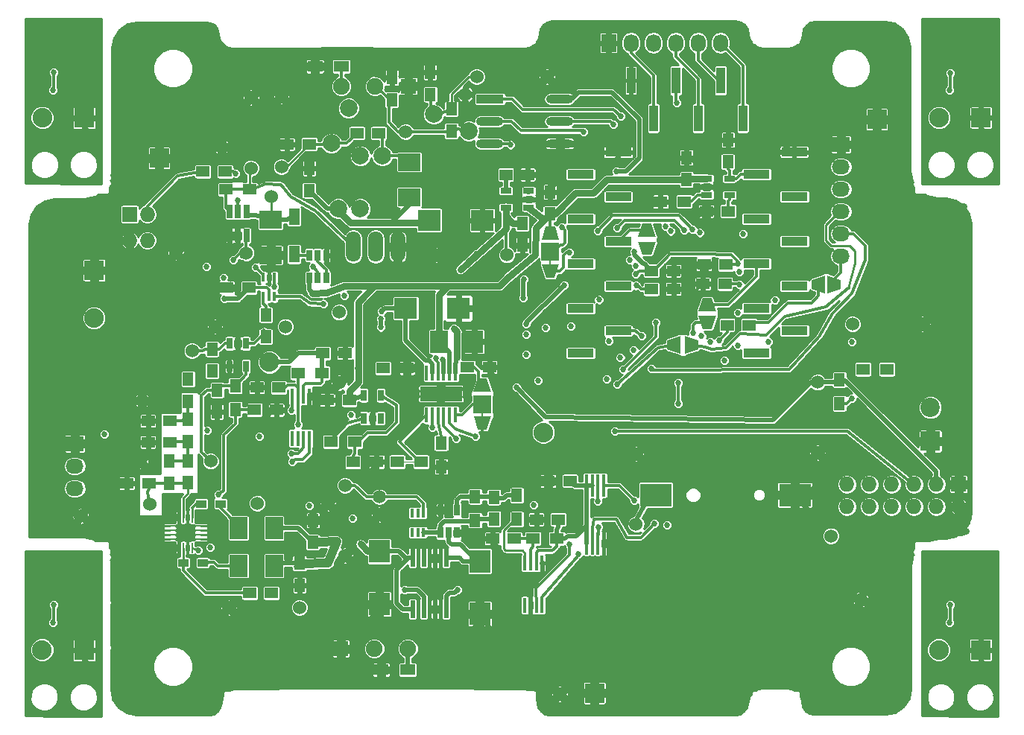
<source format=gtl>
G04 #@! TF.FileFunction,Copper,L1,Top,Mixed*
%FSLAX46Y46*%
G04 Gerber Fmt 4.6, Leading zero omitted, Abs format (unit mm)*
G04 Created by KiCad (PCBNEW 4.0.6) date Friday, May 24, 2019 'PMt' 09:54:45 PM*
%MOMM*%
%LPD*%
G01*
G04 APERTURE LIST*
%ADD10C,0.100000*%
%ADD11C,0.350000*%
%ADD12C,0.200000*%
%ADD13R,0.450000X1.750000*%
%ADD14C,1.524000*%
%ADD15C,0.600000*%
%ADD16R,1.500000X1.300000*%
%ADD17R,2.235200X2.235200*%
%ADD18C,2.235200*%
%ADD19R,1.700000X1.700000*%
%ADD20C,1.900000*%
%ADD21R,2.200000X2.200000*%
%ADD22C,2.200000*%
%ADD23R,2.600000X2.400000*%
%ADD24R,1.727200X1.727200*%
%ADD25O,1.727200X1.727200*%
%ADD26R,3.660000X2.600000*%
%ADD27R,3.540000X2.600000*%
%ADD28R,1.250000X1.500000*%
%ADD29R,1.500000X1.250000*%
%ADD30R,2.000000X2.500000*%
%ADD31R,2.032000X2.032000*%
%ADD32R,3.100000X1.000000*%
%ADD33O,3.100000X1.000000*%
%ADD34R,0.650000X1.300000*%
%ADD35O,1.699260X3.500120*%
%ADD36R,1.300000X1.500000*%
%ADD37R,2.032000X1.727200*%
%ADD38O,2.032000X1.727200*%
%ADD39R,0.650000X1.500000*%
%ADD40R,1.300000X0.650000*%
%ADD41R,1.000000X3.000000*%
%ADD42R,3.000000X1.000000*%
%ADD43R,1.727200X2.032000*%
%ADD44O,1.727200X2.032000*%
%ADD45R,1.220000X1.910000*%
%ADD46R,0.450000X2.500000*%
%ADD47R,1.200000X0.900000*%
%ADD48C,0.300000*%
%ADD49R,1.200000X0.280000*%
%ADD50R,0.280000X1.200000*%
%ADD51R,1.851660X1.851660*%
%ADD52C,1.200000*%
%ADD53R,2.500000X2.000000*%
%ADD54C,1.500000*%
%ADD55R,4.845000X1.651000*%
%ADD56R,0.420000X1.060000*%
%ADD57R,2.400000X2.600000*%
%ADD58R,0.600000X2.000000*%
%ADD59R,1.700000X1.300000*%
%ADD60C,2.000000*%
%ADD61C,0.685800*%
%ADD62C,0.500000*%
%ADD63C,0.750000*%
%ADD64C,0.250000*%
%ADD65C,1.000000*%
%ADD66C,0.254000*%
G04 APERTURE END LIST*
D10*
D11*
X42013820Y-49765080D02*
X39280780Y-49744760D01*
D12*
X68457300Y-74662600D02*
X68444600Y-76135800D01*
X76167300Y-57362600D02*
X76154600Y-58835800D01*
D10*
X61483820Y-80725080D02*
X58750780Y-80704760D01*
D13*
X73275000Y-97030000D03*
X73925000Y-97030000D03*
X74575000Y-97030000D03*
X75225000Y-97030000D03*
X75225000Y-92230000D03*
X74575000Y-92230000D03*
X73925000Y-92230000D03*
X73275000Y-92230000D03*
D14*
X38843146Y-44913146D03*
X44500000Y-50570000D03*
D15*
X44500000Y-50570000D03*
X38843146Y-44913146D03*
D16*
X42010000Y-49760000D03*
X39310000Y-49760000D03*
D17*
X125110000Y-41600000D03*
D18*
X120330000Y-41590000D03*
D17*
X23220000Y-41640000D03*
D18*
X18450000Y-41580000D03*
D19*
X52380000Y-101980000D03*
D20*
X56190000Y-101980000D03*
X60000000Y-101980000D03*
D19*
X60050000Y-38020000D03*
D20*
X56240000Y-38020000D03*
X52430000Y-38020000D03*
D18*
X44260000Y-69400000D03*
X24350000Y-64370000D03*
D17*
X24350000Y-58950000D03*
D21*
X119360000Y-78380000D03*
D22*
X119360000Y-74570000D03*
D23*
X59750000Y-63280000D03*
X65750000Y-63280000D03*
D24*
X122570000Y-83280000D03*
D25*
X122570000Y-85820000D03*
X120030000Y-83280000D03*
X120030000Y-85820000D03*
X117490000Y-83280000D03*
X117490000Y-85820000D03*
X114950000Y-83280000D03*
X114950000Y-85820000D03*
X112410000Y-83280000D03*
X112410000Y-85820000D03*
X109870000Y-83280000D03*
X109870000Y-85820000D03*
D26*
X103960000Y-84490000D03*
D27*
X88160000Y-84490000D03*
D28*
X38310000Y-75070000D03*
X38310000Y-72570000D03*
X43860000Y-66520000D03*
X43860000Y-64020000D03*
D29*
X32970000Y-76080000D03*
X30470000Y-76080000D03*
X30560000Y-83180000D03*
X28060000Y-83180000D03*
D28*
X47670000Y-92270000D03*
X47670000Y-94770000D03*
X37760000Y-67900000D03*
X37760000Y-70400000D03*
X35030000Y-71330000D03*
X35030000Y-73830000D03*
D29*
X45070000Y-74830000D03*
X42570000Y-74830000D03*
X44500000Y-95640000D03*
X42000000Y-95640000D03*
D23*
X62420000Y-53260000D03*
X68420000Y-53260000D03*
D28*
X48770000Y-49870000D03*
X48770000Y-47370000D03*
D29*
X54190000Y-43360000D03*
X56690000Y-43360000D03*
X48760000Y-44620000D03*
X46260000Y-44620000D03*
D28*
X62540000Y-36450000D03*
X62540000Y-38950000D03*
X64960000Y-43120000D03*
X64960000Y-40620000D03*
X58170000Y-39560000D03*
X58170000Y-37060000D03*
X76120000Y-50040000D03*
X76120000Y-52540000D03*
D29*
X73610000Y-48080000D03*
X71110000Y-48080000D03*
D28*
X72980000Y-56120000D03*
X72980000Y-53620000D03*
D29*
X52820000Y-68380000D03*
X50320000Y-68380000D03*
X42840000Y-72280000D03*
X45340000Y-72280000D03*
X50830000Y-73710000D03*
X53330000Y-73710000D03*
D30*
X63520000Y-67060000D03*
X67520000Y-67060000D03*
D29*
X66760000Y-69960000D03*
X69260000Y-69960000D03*
X93500000Y-60500000D03*
X96000000Y-60500000D03*
X87670000Y-59010000D03*
X90170000Y-59010000D03*
X90170000Y-61080000D03*
X87670000Y-61080000D03*
X96250000Y-65190000D03*
X98750000Y-65190000D03*
D28*
X96360000Y-44120000D03*
X96360000Y-46620000D03*
D29*
X93890000Y-52240000D03*
X96390000Y-52240000D03*
D28*
X91640000Y-46140000D03*
X91640000Y-48640000D03*
D10*
G36*
X90954570Y-66399430D02*
X90954570Y-68400570D01*
X89453430Y-67900570D01*
X89453430Y-66899430D01*
X90954570Y-66399430D01*
X90954570Y-66399430D01*
G37*
G36*
X91474000Y-68412000D02*
X91474000Y-66388000D01*
X92998000Y-66888000D01*
X92998000Y-67912000D01*
X91474000Y-68412000D01*
X91474000Y-68412000D01*
G37*
G36*
X86129430Y-55705430D02*
X88130570Y-55705430D01*
X87630570Y-57206570D01*
X86629430Y-57206570D01*
X86129430Y-55705430D01*
X86129430Y-55705430D01*
G37*
G36*
X88142000Y-55186000D02*
X86118000Y-55186000D01*
X86618000Y-53662000D01*
X87642000Y-53662000D01*
X88142000Y-55186000D01*
X88142000Y-55186000D01*
G37*
G36*
X94990570Y-63594570D02*
X92989430Y-63594570D01*
X93489430Y-62093430D01*
X94490570Y-62093430D01*
X94990570Y-63594570D01*
X94990570Y-63594570D01*
G37*
G36*
X92978000Y-64114000D02*
X95002000Y-64114000D01*
X94502000Y-65638000D01*
X93478000Y-65638000D01*
X92978000Y-64114000D01*
X92978000Y-64114000D01*
G37*
G36*
X69482000Y-72783000D02*
X67458000Y-72783000D01*
X67958000Y-71259000D01*
X68982000Y-71259000D01*
X69482000Y-72783000D01*
X69482000Y-72783000D01*
G37*
G36*
X67469430Y-75588430D02*
X69470570Y-75588430D01*
X68970570Y-77089570D01*
X67969430Y-77089570D01*
X67469430Y-75588430D01*
X67469430Y-75588430D01*
G37*
D31*
X68470000Y-74180000D03*
D16*
X50250000Y-70630000D03*
X47550000Y-70630000D03*
D32*
X69310000Y-39470000D03*
D33*
X77250000Y-39470000D03*
X69310000Y-42010000D03*
X77250000Y-42010000D03*
X69310000Y-44550000D03*
X77250000Y-44550000D03*
D34*
X49760000Y-57230000D03*
X48810000Y-59830000D03*
X49760000Y-59830000D03*
X50710000Y-59830000D03*
X50710000Y-57230000D03*
X48810000Y-57230000D03*
D35*
X56310000Y-56270000D03*
X53770000Y-56270000D03*
X58850000Y-56270000D03*
D36*
X40390000Y-72070000D03*
X40390000Y-74770000D03*
X109020000Y-71380000D03*
X109020000Y-74080000D03*
D16*
X53750000Y-80750000D03*
X56450000Y-80750000D03*
X51230000Y-78460000D03*
X53930000Y-78460000D03*
D36*
X63790000Y-78570000D03*
X63790000Y-81270000D03*
D16*
X59890000Y-70080000D03*
X57190000Y-70080000D03*
X91400000Y-51130000D03*
X88700000Y-51130000D03*
D37*
X22150000Y-78660000D03*
D38*
X22150000Y-81200000D03*
X22150000Y-83740000D03*
D34*
X41630000Y-67260000D03*
X40680000Y-67260000D03*
X39730000Y-67260000D03*
X39730000Y-69860000D03*
X41630000Y-69860000D03*
D39*
X41650000Y-52300000D03*
X40700000Y-52300000D03*
X39750000Y-52300000D03*
X39750000Y-55000000D03*
X41650000Y-55000000D03*
X40700000Y-55000000D03*
D40*
X73720000Y-51830000D03*
X73720000Y-50880000D03*
X73720000Y-49930000D03*
X71120000Y-49930000D03*
X71120000Y-51830000D03*
D34*
X55010000Y-75770000D03*
X55960000Y-75770000D03*
X56910000Y-75770000D03*
X56910000Y-73170000D03*
X55010000Y-73170000D03*
D40*
X93920000Y-48510000D03*
X93920000Y-49460000D03*
X93920000Y-50410000D03*
X96520000Y-50410000D03*
X96520000Y-48510000D03*
D14*
X77250000Y-107130000D03*
D17*
X81190000Y-107020000D03*
X113270000Y-41800000D03*
X31740000Y-46180000D03*
D41*
X85332850Y-37365150D03*
X87872850Y-41665150D03*
X90412850Y-37365150D03*
X92952850Y-41665150D03*
X95492850Y-37365150D03*
X98032850Y-41665150D03*
D42*
X83895100Y-45525400D03*
X79595100Y-48065400D03*
X83895100Y-50605400D03*
X79595100Y-53145400D03*
X83895100Y-55685400D03*
X79595100Y-58225400D03*
X83895100Y-60765400D03*
X79595100Y-63305400D03*
X83895100Y-65845400D03*
X79595100Y-68385400D03*
X103890000Y-45500000D03*
X99590000Y-48040000D03*
X103890000Y-50580000D03*
X99590000Y-53120000D03*
X103890000Y-55660000D03*
X99590000Y-58200000D03*
X103890000Y-60740000D03*
X99590000Y-63280000D03*
X103890000Y-65820000D03*
X99590000Y-68360000D03*
D29*
X36720000Y-47720000D03*
X39220000Y-47720000D03*
D24*
X28390000Y-52580000D03*
D25*
X28390000Y-55570000D03*
X30390000Y-52580000D03*
X30390000Y-55570000D03*
D43*
X82790000Y-33110000D03*
D44*
X85330000Y-33110000D03*
X87870000Y-33110000D03*
X90410000Y-33110000D03*
X92950000Y-33110000D03*
X95490000Y-33110000D03*
D37*
X109190000Y-44650000D03*
D38*
X109190000Y-47190000D03*
X109190000Y-49730000D03*
X109190000Y-52270000D03*
X109190000Y-54810000D03*
X109190000Y-57350000D03*
D28*
X49190000Y-87390000D03*
X49190000Y-89890000D03*
D29*
X32970000Y-78500000D03*
X30470000Y-78500000D03*
D18*
X75360000Y-77380000D03*
D10*
G36*
X107354570Y-59539430D02*
X107354570Y-61540570D01*
X105853430Y-61040570D01*
X105853430Y-60039430D01*
X107354570Y-59539430D01*
X107354570Y-59539430D01*
G37*
G36*
X107674000Y-61552000D02*
X107674000Y-59528000D01*
X109198000Y-60028000D01*
X109198000Y-61052000D01*
X107674000Y-61552000D01*
X107674000Y-61552000D01*
G37*
D28*
X35030000Y-75910000D03*
X35030000Y-78410000D03*
X35010000Y-80610000D03*
X35010000Y-83110000D03*
D45*
X47080000Y-57125000D03*
X47080000Y-52855000D03*
D28*
X32890000Y-83170000D03*
X32890000Y-80670000D03*
D18*
X120310000Y-102110000D03*
D17*
X125090000Y-102120000D03*
D18*
X18440000Y-102110000D03*
D17*
X23210000Y-102170000D03*
D29*
X78400000Y-82910000D03*
X75900000Y-82910000D03*
D16*
X114420000Y-70210000D03*
X111720000Y-70210000D03*
D46*
X80285000Y-90010000D03*
X80935000Y-90010000D03*
X81585000Y-90010000D03*
X82235000Y-90010000D03*
X82235000Y-83410000D03*
X81585000Y-83410000D03*
X80935000Y-83410000D03*
X80285000Y-83410000D03*
D10*
G36*
X77192000Y-55483000D02*
X75168000Y-55483000D01*
X75668000Y-53959000D01*
X76692000Y-53959000D01*
X77192000Y-55483000D01*
X77192000Y-55483000D01*
G37*
G36*
X75179430Y-58288430D02*
X77180570Y-58288430D01*
X76680570Y-59789570D01*
X75679430Y-59789570D01*
X75179430Y-58288430D01*
X75179430Y-58288430D01*
G37*
D31*
X76180000Y-56880000D03*
D29*
X96150000Y-58310000D03*
X93650000Y-58310000D03*
X74590000Y-87280000D03*
X77090000Y-87280000D03*
X69590000Y-89470000D03*
X72090000Y-89470000D03*
D28*
X69785000Y-84745000D03*
X69785000Y-87245000D03*
D47*
X38710000Y-85500000D03*
X36510000Y-85500000D03*
X36700000Y-92210000D03*
X34500000Y-92210000D03*
D16*
X76890000Y-89460000D03*
X74190000Y-89460000D03*
D48*
X34986860Y-88018160D03*
X34461080Y-88018160D03*
X33965780Y-88028320D03*
X33958160Y-88490600D03*
X33955620Y-89008760D03*
X33975940Y-89511680D03*
X34438220Y-89516760D03*
X34946220Y-89529460D03*
X35444060Y-89506600D03*
X35459300Y-89006220D03*
X35459300Y-88505840D03*
D49*
X36440000Y-89520000D03*
X36440000Y-89020000D03*
X36440000Y-88520000D03*
X36440000Y-88020000D03*
D50*
X35460000Y-87044420D03*
X34960000Y-87044420D03*
X34460000Y-87044420D03*
X33960000Y-87044420D03*
D49*
X32984420Y-88020000D03*
X32984420Y-88520000D03*
X32984420Y-89020000D03*
X32984420Y-89520000D03*
D50*
X33960000Y-90495580D03*
X34460000Y-90495580D03*
X34960000Y-90495580D03*
X35460000Y-90495580D03*
D51*
X34710000Y-88770000D03*
D48*
X35433900Y-88038480D03*
D52*
X34710000Y-88770000D03*
D14*
X39670000Y-97290000D03*
X47670000Y-97290000D03*
D15*
X47670000Y-97290000D03*
X39670000Y-97290000D03*
D14*
X22831538Y-86889185D03*
X30710000Y-85500000D03*
D15*
X30710000Y-85500000D03*
X22831538Y-86889185D03*
D14*
X29580000Y-80660000D03*
X37580000Y-80660000D03*
D15*
X37580000Y-80660000D03*
X29580000Y-80660000D03*
D14*
X29813146Y-73776854D03*
X35470000Y-68120000D03*
D15*
X35470000Y-68120000D03*
X29813146Y-73776854D03*
D14*
X52840000Y-91400000D03*
X52840000Y-83400000D03*
D15*
X52840000Y-83400000D03*
X52840000Y-91400000D03*
D14*
X52200000Y-71740000D03*
X52200000Y-63740000D03*
D15*
X52200000Y-63740000D03*
X52200000Y-71740000D03*
D14*
X33630000Y-56970000D03*
X41630000Y-56970000D03*
D15*
X41630000Y-56970000D03*
X33630000Y-56970000D03*
D14*
X38100000Y-65360000D03*
X46100000Y-65360000D03*
D15*
X46100000Y-65360000D03*
X38100000Y-65360000D03*
D14*
X45620000Y-39180000D03*
X45620000Y-47180000D03*
D15*
X45620000Y-47180000D03*
X45620000Y-39180000D03*
D14*
X75810000Y-36940000D03*
X67810000Y-36940000D03*
D15*
X67810000Y-36940000D03*
X75810000Y-36940000D03*
D14*
X63220000Y-57210000D03*
X71220000Y-57210000D03*
D15*
X71220000Y-57210000D03*
X63220000Y-57210000D03*
D14*
X42190000Y-39330000D03*
X42190000Y-47330000D03*
D15*
X42190000Y-47330000D03*
X42190000Y-39330000D03*
D14*
X118500000Y-65070000D03*
X110500000Y-65070000D03*
D15*
X110500000Y-65070000D03*
X118500000Y-65070000D03*
D14*
X106560000Y-79690000D03*
X106560000Y-71690000D03*
D15*
X106560000Y-71690000D03*
X106560000Y-79690000D03*
D14*
X111430946Y-96400462D03*
X108050000Y-89150000D03*
D15*
X108050000Y-89150000D03*
X111430946Y-96400462D03*
D14*
X85920000Y-79840000D03*
X85920000Y-87840000D03*
D15*
X85920000Y-87840000D03*
X85920000Y-79840000D03*
D14*
X66524385Y-38970646D03*
X59740000Y-43210000D03*
D15*
X59740000Y-43210000D03*
X66524385Y-38970646D03*
D53*
X44400000Y-53240000D03*
X44400000Y-57240000D03*
D13*
X46855000Y-78060000D03*
X47505000Y-78060000D03*
X48155000Y-78060000D03*
X48805000Y-78060000D03*
X48805000Y-73260000D03*
X48155000Y-73260000D03*
X47505000Y-73260000D03*
X46855000Y-73260000D03*
D14*
X50890000Y-85440000D03*
X42890000Y-85440000D03*
D15*
X42890000Y-85440000D03*
X50890000Y-85440000D03*
D54*
X63762700Y-72977140D03*
D13*
X65375000Y-75400000D03*
X64725000Y-75400000D03*
X62125000Y-70600000D03*
X62775000Y-70600000D03*
X62125000Y-75400000D03*
X62775000Y-75400000D03*
X63425000Y-75400000D03*
X64075000Y-75400000D03*
X65375000Y-70600000D03*
X64725000Y-70600000D03*
X64075000Y-70600000D03*
X63425000Y-70600000D03*
D55*
X63750000Y-73000000D03*
D54*
X65350000Y-73000000D03*
X62150000Y-73000000D03*
D29*
X41930000Y-60940000D03*
X39430000Y-60940000D03*
D56*
X44850000Y-59750000D03*
X44200000Y-59750000D03*
X43550000Y-59750000D03*
X43550000Y-61950000D03*
X44850000Y-61950000D03*
X44200000Y-61950000D03*
D53*
X60150000Y-50640000D03*
X60150000Y-46640000D03*
D57*
X56745000Y-90905000D03*
X56745000Y-96905000D03*
X68170000Y-98020000D03*
X68170000Y-92020000D03*
D56*
X61775000Y-86545000D03*
X61125000Y-86545000D03*
X60475000Y-86545000D03*
X60475000Y-88745000D03*
X61775000Y-88745000D03*
X61125000Y-88745000D03*
D30*
X40780000Y-92540000D03*
X44780000Y-92540000D03*
X40780000Y-88260000D03*
X44780000Y-88260000D03*
D16*
X61480000Y-80720000D03*
X58780000Y-80720000D03*
D36*
X72370000Y-84560000D03*
X72370000Y-87260000D03*
X67625000Y-84665000D03*
X67625000Y-87365000D03*
D58*
X60530000Y-97475000D03*
X61800000Y-97475000D03*
X63070000Y-97475000D03*
X64340000Y-97475000D03*
X64340000Y-91675000D03*
X63070000Y-91675000D03*
X61800000Y-91675000D03*
X60530000Y-91675000D03*
D34*
X63685000Y-88795000D03*
X64635000Y-88795000D03*
X65585000Y-88795000D03*
X65585000Y-86195000D03*
X63685000Y-86195000D03*
D59*
X59950000Y-104380000D03*
X56950000Y-104380000D03*
X52460000Y-35780000D03*
X49460000Y-35780000D03*
D54*
X56760000Y-84730000D03*
X56760000Y-86730000D03*
D60*
X54590000Y-45950000D03*
X54590000Y-51950000D03*
X52090000Y-51950000D03*
X57090000Y-45950000D03*
X51325100Y-44520000D03*
X53268200Y-40520000D03*
X62930000Y-41195100D03*
X66930000Y-43138200D03*
D61*
X54370000Y-71630000D03*
X54330000Y-70030000D03*
X91640000Y-48640000D03*
X90040000Y-48630000D03*
X93960000Y-48540000D03*
X57020000Y-63620000D03*
X56940000Y-64500000D03*
X56920000Y-65430000D03*
X85170000Y-57800000D03*
X83480000Y-77250000D03*
X29100000Y-97180000D03*
X28320000Y-92760000D03*
X30000000Y-94550000D03*
X31900000Y-96620000D03*
X34130000Y-98070000D03*
X36260000Y-99970000D03*
X39110000Y-100980000D03*
X42180000Y-101090000D03*
X44640000Y-101090000D03*
X45810000Y-99240000D03*
X43240000Y-99240000D03*
X40780000Y-99300000D03*
X37990000Y-98800000D03*
X36150000Y-97120000D03*
X34360000Y-95550000D03*
X32350000Y-94050000D03*
X30500000Y-92090000D03*
X28990000Y-90580000D03*
X28660000Y-88400000D03*
X27040000Y-86500000D03*
X73490000Y-98660000D03*
X71890000Y-98530000D03*
X70380000Y-98470000D03*
X69800000Y-100070000D03*
X55380000Y-98910000D03*
X56890000Y-99160000D03*
X58670000Y-99130000D03*
X60320000Y-99380000D03*
X62080000Y-99380000D03*
X63910000Y-99420000D03*
X65410000Y-99420000D03*
X66970000Y-100130000D03*
X71570000Y-91850000D03*
X70230000Y-91140000D03*
X76990000Y-85770000D03*
X75140000Y-85820000D03*
X58440000Y-87130000D03*
X59420000Y-87970000D03*
X59560000Y-89370000D03*
X60630000Y-89940000D03*
X61940000Y-89940000D03*
X63110000Y-89980000D03*
X62630000Y-86120000D03*
X62630000Y-84780000D03*
X63540000Y-84900000D03*
X68130000Y-90000000D03*
X67000000Y-90020000D03*
X68010000Y-88900000D03*
X66610000Y-89020000D03*
X51590000Y-34260000D03*
X53380000Y-34200000D03*
X55530000Y-34240000D03*
X57970000Y-34120000D03*
X60190000Y-34140000D03*
X62460000Y-34080000D03*
X63660000Y-34120000D03*
X68170000Y-34160000D03*
X70280000Y-34250000D03*
X75270000Y-34180000D03*
X72710000Y-34200000D03*
X75830000Y-31630000D03*
X78230000Y-31570000D03*
X81250000Y-31520000D03*
X83740000Y-31290000D03*
X43130000Y-34270000D03*
X46020000Y-34250000D03*
X41070000Y-34260000D03*
X48880000Y-34330000D03*
X72120000Y-73170000D03*
X71510000Y-73920000D03*
X72340000Y-75160000D03*
X68760000Y-79040000D03*
X69700000Y-78010000D03*
X70750000Y-76950000D03*
X71830000Y-78660000D03*
X70900000Y-79760000D03*
X69840000Y-80830000D03*
X69350000Y-82360000D03*
X70960000Y-82480000D03*
X72380000Y-83150000D03*
X72420000Y-81990000D03*
X72420000Y-80810000D03*
X64720000Y-57910000D03*
X65760000Y-57550000D03*
X66630000Y-56880000D03*
X67400000Y-56180000D03*
X65160000Y-56020000D03*
X64680000Y-54230000D03*
X64600000Y-52440000D03*
X64900000Y-51160000D03*
X63900000Y-49650000D03*
X65690000Y-49650000D03*
X67590000Y-49820000D03*
X67610000Y-48530000D03*
X67700000Y-47000000D03*
X69260000Y-46240000D03*
X69260000Y-47720000D03*
X69320000Y-49370000D03*
X68790000Y-51070000D03*
X67170000Y-51130000D03*
X66300000Y-52140000D03*
X66330000Y-53810000D03*
X66360000Y-55240000D03*
X68370000Y-55270000D03*
X78230000Y-66450000D03*
X77130000Y-65430000D03*
X77180000Y-67440000D03*
X71420000Y-61810000D03*
X71360000Y-64350000D03*
X73460000Y-63560000D03*
X75380000Y-64240000D03*
X74490000Y-65490000D03*
X74890000Y-67210000D03*
X76000000Y-66450000D03*
X76020000Y-67320000D03*
X85970000Y-61570000D03*
X87320000Y-64660000D03*
X85710000Y-64050000D03*
X30880000Y-90140000D03*
X31630000Y-89410000D03*
X30880000Y-88670000D03*
X31600000Y-88000000D03*
X43120000Y-93340000D03*
X42380000Y-92620000D03*
X43160000Y-91900000D03*
X45330000Y-90750000D03*
X45720000Y-90090000D03*
X44810000Y-90120000D03*
X44100000Y-90730000D03*
X42410000Y-91260000D03*
X43180000Y-90610000D03*
X78680000Y-88290000D03*
X78680000Y-84550000D03*
X78730000Y-86700000D03*
X50430000Y-54740000D03*
X50410000Y-55960000D03*
X71810000Y-60740000D03*
X69780000Y-59840000D03*
X68800000Y-58990000D03*
X69290000Y-58120000D03*
X70270000Y-58850000D03*
X37500000Y-32300000D03*
X38440000Y-34260000D03*
X35540000Y-31570000D03*
X18140000Y-74680000D03*
X18050000Y-71390000D03*
X17890000Y-67630000D03*
X17930000Y-64580000D03*
X17890000Y-62100000D03*
X17930000Y-59660000D03*
X17930000Y-57070000D03*
X17970000Y-54600000D03*
X18660000Y-52360000D03*
X21460000Y-51740000D03*
X24480000Y-51630000D03*
X26880000Y-50680000D03*
X27330000Y-48390000D03*
X27270000Y-45990000D03*
X27210000Y-42800000D03*
X27210000Y-40010000D03*
X27210000Y-37160000D03*
X27270000Y-34590000D03*
X27880000Y-32130000D03*
X30120000Y-31570000D03*
X32800000Y-31570000D03*
X47020000Y-60320000D03*
X48000000Y-61020000D03*
X47860000Y-62780000D03*
X46580000Y-62810000D03*
X45740000Y-63700000D03*
X47020000Y-64010000D03*
X48250000Y-63700000D03*
X113660000Y-44870000D03*
X113460000Y-46050000D03*
X111790000Y-46130000D03*
X110810000Y-45450000D03*
X107510000Y-43560000D03*
X106230000Y-45260000D03*
X105230000Y-43700000D03*
X103820000Y-44270000D03*
X102260000Y-44170000D03*
X123520000Y-67970000D03*
X123290000Y-70980000D03*
X123440000Y-74100000D03*
X123380000Y-76990000D03*
X123550000Y-79700000D03*
X123490000Y-81780000D03*
X109160000Y-68120000D03*
X110310000Y-69990000D03*
X108990000Y-69680000D03*
X107210000Y-69790000D03*
X105390000Y-69850000D03*
X106120000Y-68620000D03*
X107350000Y-68150000D03*
X110920000Y-74460000D03*
X110870000Y-75860000D03*
X111290000Y-77170000D03*
X112510000Y-77310000D03*
X113130000Y-76300000D03*
X112210000Y-75410000D03*
X121900000Y-81670000D03*
X120800000Y-81220000D03*
X118750000Y-82360000D03*
X118080000Y-81120000D03*
X116270000Y-81120000D03*
X117020000Y-80060000D03*
X115980000Y-79210000D03*
X115180000Y-80200000D03*
X114070000Y-79320000D03*
X115060000Y-78260000D03*
X115980000Y-75320000D03*
X60530000Y-71780000D03*
X60510000Y-72740000D03*
X59390000Y-71810000D03*
X59680000Y-72740000D03*
X66810000Y-71940000D03*
X66830000Y-73770000D03*
X66880000Y-72810000D03*
X67730000Y-79820000D03*
X66450000Y-79320000D03*
X37650000Y-88050000D03*
X37720000Y-89100000D03*
X28380000Y-67560000D03*
X27660000Y-69380000D03*
X27630000Y-70550000D03*
X27380000Y-71670000D03*
X30370000Y-59040000D03*
X32790000Y-59660000D03*
X32160000Y-57680000D03*
X35050000Y-57760000D03*
X36310000Y-57680000D03*
X37910000Y-57490000D03*
X39200000Y-57570000D03*
X41810000Y-58560000D03*
X40810000Y-58510000D03*
X51860000Y-76460000D03*
X52680000Y-75710000D03*
X53370000Y-77180000D03*
X44980000Y-84760000D03*
X44070000Y-84900000D03*
X43720000Y-83770000D03*
X52820000Y-68380000D03*
X53000000Y-69560000D03*
X65880000Y-82070000D03*
X41010000Y-82540000D03*
X50190000Y-82480000D03*
X51390000Y-82440000D03*
X52720000Y-81990000D03*
X54000000Y-82260000D03*
X55240000Y-82300000D03*
X40510000Y-86420000D03*
X58600000Y-79110000D03*
X57540000Y-78970000D03*
X57420000Y-78090000D03*
X58480000Y-77710000D03*
X53290000Y-85020000D03*
X52020000Y-84820000D03*
X51140000Y-84140000D03*
X50070000Y-84220000D03*
X52750000Y-86090000D03*
X55960000Y-74420000D03*
X69840000Y-71630000D03*
X70190000Y-72750000D03*
X70720000Y-71090000D03*
X70730000Y-69930000D03*
X71000000Y-68540000D03*
X66920000Y-80830000D03*
X65910000Y-81050000D03*
X41740000Y-90400000D03*
X42590000Y-89790000D03*
X27080000Y-81370000D03*
X26550000Y-82340000D03*
X26550000Y-83520000D03*
X26880000Y-84510000D03*
X37320000Y-94930000D03*
X38420000Y-94990000D03*
X39550000Y-94950000D03*
X40600000Y-94930000D03*
X41700000Y-94380000D03*
X42890000Y-94190000D03*
X36550000Y-94190000D03*
X37600000Y-94170000D03*
X37060000Y-93310000D03*
X35960000Y-93380000D03*
X28000000Y-84530000D03*
X28060000Y-83250000D03*
X45290000Y-76360000D03*
X44930000Y-77370000D03*
X46020000Y-77670000D03*
X45990000Y-78680000D03*
X45230000Y-78540000D03*
X44090000Y-78200000D03*
X43460000Y-80870000D03*
X44400000Y-81480000D03*
X43300000Y-83010000D03*
X43730000Y-82280000D03*
X39680000Y-84550000D03*
X40360000Y-83560000D03*
X88390000Y-53950000D03*
X92480000Y-53420000D03*
X93490000Y-53750000D03*
X96050000Y-54580000D03*
X96640000Y-55530000D03*
X98940000Y-55640000D03*
X99830000Y-56470000D03*
X102860000Y-71140000D03*
X103650000Y-72050000D03*
X102820000Y-73520000D03*
X98450000Y-78260000D03*
X99730000Y-74860000D03*
X101640000Y-74640000D03*
X101800000Y-73400000D03*
X99590000Y-73400000D03*
X97940000Y-73380000D03*
X96220000Y-73330000D03*
X94670000Y-73420000D03*
X93270000Y-73190000D03*
X93820000Y-74760000D03*
X95380000Y-74780000D03*
X96930000Y-74800000D03*
X98470000Y-74820000D03*
X61650000Y-66320000D03*
X60570000Y-66530000D03*
X61430000Y-67460000D03*
X61310000Y-69760000D03*
X58810000Y-67620000D03*
X58810000Y-68680000D03*
X61830000Y-65130000D03*
X60610000Y-65250000D03*
X59030000Y-65150000D03*
X61660000Y-61830000D03*
X62570000Y-62520000D03*
X61710000Y-63600000D03*
X62590000Y-64370000D03*
X81650000Y-59690000D03*
X84430000Y-59450000D03*
X83360000Y-59500000D03*
X87080000Y-71860000D03*
X86060000Y-72070000D03*
X86870000Y-72890000D03*
X87770000Y-73750000D03*
X80840000Y-70930000D03*
X80860000Y-73290000D03*
X80850000Y-74720000D03*
X82650000Y-74430000D03*
X82710000Y-73150000D03*
X84290000Y-72860000D03*
X84290000Y-74230000D03*
X86050000Y-74190000D03*
X91460000Y-57840000D03*
X92220000Y-58450000D03*
X76890000Y-84600000D03*
X74400000Y-82760000D03*
X75330000Y-84570000D03*
X85660000Y-86100000D03*
X84030000Y-86550000D03*
X84070000Y-85430000D03*
X83220000Y-84180000D03*
X82990000Y-85340000D03*
X81050000Y-85930000D03*
X81850000Y-86510000D03*
X82660000Y-88020000D03*
X37290000Y-78800000D03*
X38360000Y-79110000D03*
X38810000Y-76480000D03*
X30480000Y-76100000D03*
X30990000Y-74660000D03*
X30470000Y-78500000D03*
X28030000Y-81760000D03*
X27980000Y-80510000D03*
X31140000Y-79980000D03*
X31380000Y-80950000D03*
X30620000Y-81670000D03*
X33240000Y-54800000D03*
X33220000Y-53480000D03*
X33160000Y-52100000D03*
X35840000Y-53440000D03*
X36350000Y-51390000D03*
X37170000Y-52510000D03*
X98330000Y-49160000D03*
X99140000Y-49970000D03*
X99990000Y-50760000D03*
X98890000Y-51920000D03*
X97850000Y-50930000D03*
X96180000Y-49450000D03*
X69400000Y-68290000D03*
X69380000Y-65940000D03*
X69320000Y-67030000D03*
X68090000Y-64510000D03*
X67950000Y-62330000D03*
X68030000Y-63380000D03*
X31440000Y-72970000D03*
X31500000Y-71770000D03*
X32370000Y-70630000D03*
X32130000Y-69450000D03*
X31250000Y-70450000D03*
X30440000Y-71380000D03*
X29520000Y-72180000D03*
X55960000Y-73060000D03*
X56340000Y-71830000D03*
X55280000Y-71810000D03*
X50840000Y-73710000D03*
X36420000Y-72340000D03*
X36410000Y-70320000D03*
X36440000Y-71410000D03*
X28190000Y-60690000D03*
X29590000Y-60830000D03*
X30790000Y-61050000D03*
X30960000Y-62530000D03*
X30870000Y-63950000D03*
X30850000Y-65410000D03*
X30790000Y-66660000D03*
X32100000Y-67110000D03*
X31180000Y-67890000D03*
X30480000Y-68820000D03*
X29500000Y-69630000D03*
X28670000Y-70600000D03*
X39370000Y-66050000D03*
X40570000Y-64600000D03*
X41520000Y-65300000D03*
X42580000Y-65970000D03*
X42640000Y-64760000D03*
X41910000Y-64230000D03*
X42660000Y-63340000D03*
X51860000Y-67140000D03*
X51770000Y-66050000D03*
X51440000Y-64790000D03*
X53060000Y-66920000D03*
X52970000Y-65850000D03*
X50320000Y-66160000D03*
X49430000Y-63760000D03*
X48590000Y-64540000D03*
X43360000Y-76240000D03*
X42770000Y-76850000D03*
X68970000Y-62020000D03*
X70160000Y-63170000D03*
X70140000Y-65250000D03*
X71320000Y-65610000D03*
X71300000Y-66930000D03*
X98070000Y-90490000D03*
X96810000Y-91440000D03*
X95630000Y-92700000D03*
X94560000Y-93800000D03*
X93500000Y-94910000D03*
X91900000Y-94950000D03*
X105960000Y-86680000D03*
X89800000Y-93490000D03*
X89800000Y-91920000D03*
X89720000Y-90440000D03*
X88350000Y-90190000D03*
X88430000Y-91780000D03*
X88350000Y-93120000D03*
X88400000Y-94690000D03*
X86980000Y-94550000D03*
X86950000Y-93180000D03*
X86920000Y-91700000D03*
X85500000Y-92030000D03*
X85520000Y-93180000D03*
X85520000Y-94490000D03*
X85270000Y-95720000D03*
X84210000Y-96560000D03*
X83350000Y-95050000D03*
X83620000Y-93680000D03*
X83600000Y-92310000D03*
X90080000Y-94940000D03*
X87090000Y-96590000D03*
X88740000Y-96620000D03*
X90220000Y-96560000D03*
X91870000Y-96640000D03*
X93630000Y-96640000D03*
X95160000Y-96640000D03*
X96160000Y-95550000D03*
X97350000Y-94410000D03*
X98530000Y-93190000D03*
X99750000Y-91820000D03*
X101080000Y-90490000D03*
X102530000Y-89310000D03*
X103520000Y-88050000D03*
X103900000Y-86640000D03*
X80550000Y-49230000D03*
X79100000Y-49260000D03*
X77620000Y-49710000D03*
X77420000Y-48480000D03*
X44400000Y-56490000D03*
X40040000Y-53670000D03*
X42610000Y-54540000D03*
X42800000Y-55630000D03*
X35110000Y-54820000D03*
X36250000Y-55600000D03*
X37710000Y-55740000D03*
X34560000Y-52930000D03*
X34790000Y-50330000D03*
X35800000Y-49110000D03*
X37860000Y-50030000D03*
X36680000Y-50090000D03*
X37750000Y-51230000D03*
X38450000Y-52240000D03*
X38110000Y-53340000D03*
X37230000Y-54170000D03*
X38470000Y-54840000D03*
X79840000Y-40020000D03*
X81560000Y-40010000D03*
X83040000Y-40010000D03*
X81850000Y-41360000D03*
X80100000Y-41350000D03*
X80690000Y-42720000D03*
X82510000Y-43030000D03*
X82230000Y-44120000D03*
X87540000Y-44870000D03*
X88710000Y-44340000D03*
X89970000Y-45070000D03*
X88930000Y-46100000D03*
X87370000Y-46440000D03*
X88400000Y-47440000D03*
X89880000Y-47470000D03*
X87010000Y-51910000D03*
X85470000Y-51860000D03*
X86610000Y-50570000D03*
X85690000Y-49570000D03*
X82730000Y-47220000D03*
X81220000Y-46770000D03*
X80830000Y-45400000D03*
X79460000Y-46020000D03*
X77730000Y-45680000D03*
X76440000Y-45910000D03*
X74940000Y-45370000D03*
X75100000Y-43890000D03*
X93120000Y-47160000D03*
X94330000Y-47270000D03*
X94800000Y-45570000D03*
X93710000Y-44510000D03*
X91500000Y-44540000D03*
X91670000Y-42500000D03*
X90190000Y-43470000D03*
X90390000Y-41320000D03*
X89040000Y-42500000D03*
X98550000Y-44050000D03*
X99430000Y-45580000D03*
X100300000Y-44140000D03*
X101480000Y-45520000D03*
X48450000Y-74940000D03*
X49090000Y-75910000D03*
X50000000Y-76860000D03*
X51010000Y-76870000D03*
X51010000Y-75900000D03*
X50030000Y-75320000D03*
X85910000Y-78480000D03*
X92260000Y-83290000D03*
X90390000Y-82760000D03*
X88090000Y-82120000D03*
X89100000Y-81390000D03*
X90640000Y-81330000D03*
X93520000Y-81420000D03*
X97120000Y-85640000D03*
X95550000Y-85580000D03*
X94070000Y-85580000D03*
X91670000Y-85610000D03*
X98680000Y-89070000D03*
X98680000Y-87450000D03*
X98680000Y-85800000D03*
X98570000Y-84410000D03*
X100140000Y-83040000D03*
X98600000Y-83040000D03*
X96810000Y-82950000D03*
X95140000Y-82760000D03*
X95050000Y-81560000D03*
X96810000Y-81700000D03*
X98530000Y-79970000D03*
X98410000Y-81720000D03*
X99900000Y-81840000D03*
X99820000Y-79970000D03*
X99900000Y-78260000D03*
X102220000Y-78370000D03*
X102220000Y-80280000D03*
X102300000Y-81920000D03*
X103970000Y-81800000D03*
X103940000Y-80200000D03*
X103900000Y-78370000D03*
X105920000Y-78430000D03*
X107460000Y-78370000D03*
X108880000Y-78400000D03*
X108240000Y-79680000D03*
X107930000Y-81030000D03*
X106510000Y-81670000D03*
X106530000Y-83210000D03*
X58330000Y-71510000D03*
X59010000Y-73540000D03*
X60490000Y-73620000D03*
X59480000Y-74580000D03*
X60690000Y-75610000D03*
X59210000Y-76960000D03*
X57880000Y-75670000D03*
X94760000Y-61550000D03*
X94750000Y-59420000D03*
X91840000Y-59240000D03*
X91820000Y-60460000D03*
X92870000Y-62030000D03*
X91940000Y-62680000D03*
X90740000Y-62650000D03*
X89580000Y-62420000D03*
X90130000Y-61070000D03*
X90170000Y-59010000D03*
X93500000Y-60500000D03*
X103900000Y-90940000D03*
X105160000Y-89690000D03*
X106180000Y-88320000D03*
X78980000Y-76790000D03*
X80510000Y-76850000D03*
X81890000Y-77740000D03*
X81380000Y-79490000D03*
X82990000Y-80610000D03*
X82950000Y-78900000D03*
X84290000Y-78270000D03*
X84250000Y-79960000D03*
X84230000Y-81540000D03*
X85910000Y-81890000D03*
X87030000Y-81140000D03*
X87110000Y-78700000D03*
X77520000Y-79150000D03*
X76000000Y-79190000D03*
X75960000Y-80790000D03*
X74490000Y-80810000D03*
X53370000Y-64680000D03*
X53450000Y-63140000D03*
X58140000Y-66930000D03*
X57040000Y-66870000D03*
X55800000Y-67200000D03*
X55270000Y-66160000D03*
X55290000Y-64990000D03*
X36180000Y-86690000D03*
X35140000Y-85210000D03*
X54680000Y-105900000D03*
X94590000Y-108810000D03*
X96620000Y-108770000D03*
X92030000Y-108960000D03*
X58550000Y-105900000D03*
X61070000Y-105920000D03*
X62710000Y-105870000D03*
X64970000Y-105720000D03*
X67220000Y-105670000D03*
X69960000Y-105610000D03*
X72810000Y-105700000D03*
X75390000Y-106060000D03*
X75830000Y-108010000D03*
X78050000Y-108900000D03*
X80900000Y-108990000D03*
X83350000Y-108910000D03*
X86560000Y-109130000D03*
X89060000Y-109110000D03*
X56630000Y-105890000D03*
X26940000Y-100360000D03*
X27000000Y-103100000D03*
X27110000Y-105780000D03*
X27950000Y-108130000D03*
X30800000Y-108690000D03*
X34210000Y-108740000D03*
X37730000Y-108240000D03*
X38170000Y-105840000D03*
X40290000Y-105850000D03*
X42730000Y-105750000D03*
X45190000Y-105810000D03*
X47430000Y-105830000D03*
X49510000Y-105780000D03*
X51220000Y-105800000D03*
X52720000Y-105890000D03*
X23810000Y-88680000D03*
X20680000Y-88740000D03*
X18320000Y-87660000D03*
X18230000Y-84990000D03*
X18230000Y-81700000D03*
X18140000Y-78590000D03*
X100640000Y-105830000D03*
X103180000Y-105750000D03*
X105330000Y-105810000D03*
X105720000Y-107990000D03*
X107540000Y-108770000D03*
X110110000Y-108850000D03*
X112910000Y-108800000D03*
X115200000Y-108440000D03*
X116310000Y-106790000D03*
X116340000Y-104470000D03*
X116290000Y-102120000D03*
X116370000Y-99550000D03*
X116310000Y-96730000D03*
X116320000Y-94220000D03*
X116240000Y-91250000D03*
X116360000Y-88960000D03*
X119060000Y-88810000D03*
X121770000Y-88770000D03*
X123380000Y-88620000D03*
X97920000Y-107700000D03*
X123630000Y-87150000D03*
X116540000Y-74190000D03*
X113130000Y-56940000D03*
X115120000Y-57000000D03*
X115730000Y-58620000D03*
X115840000Y-60150000D03*
X115870000Y-61860000D03*
X115990000Y-63890000D03*
X116050000Y-65490000D03*
X116030000Y-66850000D03*
X115950000Y-68560000D03*
X116030000Y-70190000D03*
X116070000Y-71570000D03*
X116030000Y-72910000D03*
X35860000Y-46490000D03*
X34980000Y-47290000D03*
X33870000Y-47470000D03*
X32760000Y-48140000D03*
X31840000Y-49130000D03*
X30870000Y-50030000D03*
X32370000Y-50860000D03*
X42020000Y-62500000D03*
X102640000Y-92280000D03*
X101350000Y-93610000D03*
X100050000Y-94910000D03*
X98910000Y-96240000D03*
X97610000Y-97500000D03*
X96470000Y-98530000D03*
X94490000Y-98760000D03*
X92620000Y-98720000D03*
X90680000Y-98830000D03*
X88960000Y-98760000D03*
X87100000Y-98830000D03*
X85380000Y-98600000D03*
X84100000Y-100030000D03*
X63680000Y-103430000D03*
X62180000Y-104740000D03*
X64780000Y-104620000D03*
X65300000Y-103630000D03*
X74680000Y-104100000D03*
X73150000Y-104080000D03*
X71550000Y-104160000D03*
X69910000Y-104100000D03*
X68400000Y-103460000D03*
X66750000Y-103320000D03*
X80970000Y-100030000D03*
X79840000Y-100710000D03*
X78110000Y-100740000D03*
X76460000Y-100750000D03*
X74860000Y-100680000D03*
X73380000Y-100680000D03*
X72830000Y-102570000D03*
X74310000Y-102520000D03*
X75800000Y-102580000D03*
X77300000Y-102530000D03*
X78940000Y-102530000D03*
X123360000Y-65080000D03*
X123420000Y-62810000D03*
X122610000Y-57000000D03*
X123380000Y-55910000D03*
X123330000Y-53870000D03*
X123100000Y-51690000D03*
X120090000Y-51740000D03*
X117400000Y-51800000D03*
X116010000Y-49620000D03*
X116170000Y-46830000D03*
X116170000Y-44150000D03*
X116280000Y-41160000D03*
X116280000Y-38050000D03*
X116370000Y-34850000D03*
X115660000Y-32270000D03*
X97220000Y-31390000D03*
X97660000Y-32770000D03*
X92090000Y-31350000D03*
X98150000Y-33870000D03*
X100320000Y-34560000D03*
X103140000Y-34560000D03*
X105310000Y-33570000D03*
X105960000Y-31740000D03*
X108320000Y-31280000D03*
X110720000Y-31360000D03*
X113440000Y-31470000D03*
X94030000Y-31350000D03*
X86820389Y-31330092D03*
X88870000Y-31400000D03*
X89240000Y-84630000D03*
X87510000Y-84490000D03*
X51890000Y-89770000D03*
X50940000Y-92240000D03*
X77770000Y-60660000D03*
X53670000Y-87130000D03*
X73430000Y-66250000D03*
X73400000Y-65040000D03*
X67740000Y-57110000D03*
X66870000Y-58030000D03*
X65950000Y-58860000D03*
X39180000Y-62170000D03*
X48760000Y-85720000D03*
X78420000Y-82930000D03*
X52750000Y-61860000D03*
X73450000Y-68560000D03*
X37740000Y-70370000D03*
X35030000Y-71330000D03*
X38430000Y-84420000D03*
X44500000Y-95640000D03*
X44560000Y-95650000D03*
X110430000Y-73500000D03*
X47490000Y-76520000D03*
X62760000Y-76820000D03*
X63980000Y-69130000D03*
X65210000Y-65570000D03*
X65530000Y-68870000D03*
X57190000Y-70080000D03*
X97680000Y-59150000D03*
X88150000Y-64920000D03*
X84410000Y-70230000D03*
X74790000Y-71510000D03*
X65450000Y-78090000D03*
X66760000Y-69960000D03*
X63150000Y-68930000D03*
X97510000Y-58200000D03*
X85940000Y-60690000D03*
X85890000Y-59380000D03*
X84140000Y-68850000D03*
X81690187Y-62300009D03*
X83650000Y-47720000D03*
X85730000Y-56810000D03*
X97640000Y-60530000D03*
X71670000Y-44690000D03*
X95330000Y-66940000D03*
X97500000Y-67530000D03*
X97490000Y-63760000D03*
X89250000Y-53950000D03*
X101670000Y-62330000D03*
X72360000Y-72270000D03*
X83780000Y-71930000D03*
X90204000Y-67400000D03*
X79390000Y-91230000D03*
X81585000Y-85205000D03*
X46840000Y-80690000D03*
X25530000Y-77570000D03*
X37140000Y-58500000D03*
X90510000Y-39926000D03*
X78380000Y-90080000D03*
X81650000Y-88140000D03*
X37220000Y-77160000D03*
X39060000Y-59790000D03*
X46780000Y-79800000D03*
X86520000Y-66430000D03*
X87620000Y-70120000D03*
X78490000Y-68360000D03*
X89880000Y-54510000D03*
X82560000Y-71330000D03*
X99470000Y-68400000D03*
X84160000Y-41460000D03*
X79960000Y-43200000D03*
X98070000Y-54820000D03*
X83320000Y-42360000D03*
X49200000Y-58540000D03*
X92350000Y-54330000D03*
X81580000Y-54430000D03*
X53540000Y-75370000D03*
X74260000Y-85660000D03*
X83760000Y-54150000D03*
X91410000Y-54380000D03*
X40180000Y-57750000D03*
X44850000Y-60840000D03*
X46770000Y-74860000D03*
X90699374Y-71719958D03*
X90690000Y-74100000D03*
X91440000Y-51150000D03*
X85910000Y-58420000D03*
X75645000Y-65445000D03*
X67670000Y-77800000D03*
X114420000Y-70210000D03*
X40420000Y-47940000D03*
X40690000Y-51010000D03*
X43140000Y-77840000D03*
X54600000Y-90070000D03*
X85600000Y-67990000D03*
X95920000Y-69230000D03*
X56900000Y-75780000D03*
X55010000Y-75770000D03*
X58720000Y-80760000D03*
X125960000Y-37710000D03*
X125920000Y-39250000D03*
X118740000Y-45550000D03*
X118730000Y-46750000D03*
X118810000Y-48010000D03*
X119780000Y-48720000D03*
X121250000Y-48720000D03*
X122720000Y-48710000D03*
X124350000Y-48710000D03*
X125900000Y-48710000D03*
X126770000Y-47950000D03*
X126820000Y-46740000D03*
X126810000Y-45450000D03*
X126590000Y-44240000D03*
X118820000Y-44300000D03*
X124240000Y-38570000D03*
X119830000Y-39170000D03*
X124170000Y-36480000D03*
X124390000Y-34750000D03*
X119090000Y-30950000D03*
X120510000Y-30970000D03*
X122030000Y-31000000D03*
X123590000Y-31030000D03*
X125000000Y-31060000D03*
X126480000Y-31040000D03*
X125750000Y-32290000D03*
X124390000Y-32230000D03*
X122760000Y-32200000D03*
X121300000Y-32170000D03*
X119820000Y-32140000D03*
X119110000Y-33390000D03*
X120580000Y-33370000D03*
X122080000Y-33400000D03*
X123630000Y-33430000D03*
X125080000Y-33470000D03*
X126500000Y-33500000D03*
X125780000Y-34750000D03*
X125860000Y-36180000D03*
X122850000Y-34620000D03*
X121360000Y-34650000D03*
X119830000Y-37610000D03*
X119850000Y-36210000D03*
X119810000Y-34650000D03*
X124150000Y-97000000D03*
X119810000Y-99690000D03*
X119810000Y-98130000D03*
X119830000Y-96730000D03*
X119790000Y-95170000D03*
X121340000Y-95170000D03*
X122830000Y-95140000D03*
X124370000Y-95270000D03*
X125760000Y-95270000D03*
X126480000Y-94020000D03*
X125060000Y-93990000D03*
X123610000Y-93950000D03*
X122060000Y-93920000D03*
X120560000Y-93890000D03*
X119090000Y-93910000D03*
X119800000Y-92660000D03*
X121280000Y-92690000D03*
X122740000Y-92720000D03*
X124370000Y-92750000D03*
X125730000Y-92810000D03*
X126460000Y-91560000D03*
X124980000Y-91580000D03*
X123570000Y-91550000D03*
X122010000Y-91520000D03*
X120490000Y-91490000D03*
X119070000Y-91470000D03*
X125840000Y-96700000D03*
X125940000Y-98230000D03*
X125900000Y-99770000D03*
X124220000Y-99090000D03*
X118800000Y-104820000D03*
X126570000Y-104760000D03*
X126790000Y-105970000D03*
X126800000Y-107260000D03*
X126750000Y-108470000D03*
X125880000Y-109230000D03*
X124330000Y-109230000D03*
X122700000Y-109230000D03*
X121230000Y-109240000D03*
X119760000Y-109240000D03*
X118790000Y-108530000D03*
X118710000Y-107270000D03*
X118720000Y-106070000D03*
X100973593Y-67097115D03*
X110430000Y-67090000D03*
X111730000Y-70230000D03*
X87110000Y-56470000D03*
X93370000Y-66430000D03*
X89410461Y-87919993D03*
X85710000Y-85130000D03*
X88030000Y-87740000D03*
X92370000Y-66050000D03*
X78370000Y-56900000D03*
X93150000Y-54680000D03*
X77460000Y-54010000D03*
X73690000Y-49940000D03*
X37540000Y-90420000D03*
X36200000Y-90760000D03*
X59600000Y-95300000D03*
X65610000Y-95280000D03*
X42710000Y-58610000D03*
X94340000Y-67080000D03*
X50370000Y-62730000D03*
X78480000Y-65320000D03*
X82800000Y-66980000D03*
X73150000Y-59970000D03*
X73120000Y-62070000D03*
X121540000Y-99000000D03*
X121620000Y-97010000D03*
X121640000Y-36490000D03*
X121560000Y-38480000D03*
X19680000Y-98990000D03*
X19760000Y-97000000D03*
X17210000Y-91460000D03*
X18630000Y-91480000D03*
X20150000Y-91510000D03*
X21710000Y-91540000D03*
X23120000Y-91570000D03*
X24600000Y-91550000D03*
X23870000Y-92800000D03*
X22510000Y-92740000D03*
X20880000Y-92710000D03*
X19420000Y-92680000D03*
X17940000Y-92650000D03*
X17230000Y-93900000D03*
X18700000Y-93880000D03*
X20200000Y-93910000D03*
X21750000Y-93940000D03*
X23200000Y-93980000D03*
X24620000Y-94010000D03*
X23900000Y-95260000D03*
X22510000Y-95260000D03*
X20970000Y-95130000D03*
X19480000Y-95160000D03*
X17930000Y-95160000D03*
X17970000Y-96720000D03*
X23980000Y-96690000D03*
X24080000Y-98220000D03*
X24040000Y-99760000D03*
X16860000Y-106060000D03*
X16850000Y-107260000D03*
X16930000Y-108520000D03*
X17900000Y-109230000D03*
X19370000Y-109230000D03*
X20840000Y-109220000D03*
X22470000Y-109220000D03*
X24020000Y-109220000D03*
X24890000Y-108460000D03*
X24940000Y-107250000D03*
X24930000Y-105960000D03*
X24710000Y-104750000D03*
X16940000Y-104810000D03*
X22360000Y-99080000D03*
X17950000Y-98120000D03*
X17950000Y-99680000D03*
X22290000Y-96990000D03*
X19770000Y-36470000D03*
X19690000Y-38460000D03*
X16950000Y-44280000D03*
X24720000Y-44220000D03*
X24940000Y-45430000D03*
X24950000Y-46720000D03*
X24900000Y-47930000D03*
X24030000Y-48690000D03*
X22480000Y-48690000D03*
X20850000Y-48690000D03*
X19380000Y-48700000D03*
X17910000Y-48700000D03*
X16940000Y-47990000D03*
X16860000Y-46730000D03*
X16870000Y-45530000D03*
X24050000Y-39230000D03*
X24090000Y-37690000D03*
X23990000Y-36160000D03*
X22300000Y-36460000D03*
X17960000Y-39150000D03*
X17960000Y-37590000D03*
X22370000Y-38550000D03*
X17980000Y-36190000D03*
X17940000Y-34630000D03*
X19490000Y-34630000D03*
X20980000Y-34600000D03*
X22520000Y-34730000D03*
X23910000Y-34730000D03*
X24630000Y-33480000D03*
X23210000Y-33450000D03*
X21760000Y-33410000D03*
X20210000Y-33380000D03*
X18710000Y-33350000D03*
X17240000Y-33370000D03*
X17950000Y-32120000D03*
X19430000Y-32150000D03*
X20890000Y-32180000D03*
X22520000Y-32210000D03*
X23880000Y-32270000D03*
X24610000Y-31020000D03*
X23130000Y-31040000D03*
X21720000Y-31010000D03*
X20160000Y-30980000D03*
X18640000Y-30950000D03*
X17220000Y-30930000D03*
D62*
X49120000Y-61550000D02*
X49120000Y-61490000D01*
D63*
X50760000Y-61512551D02*
X49120000Y-61550000D01*
X52770000Y-60740000D02*
X50760000Y-61512551D01*
D62*
X48810000Y-61180000D02*
X48810000Y-59830000D01*
X49120000Y-61490000D02*
X48810000Y-61180000D01*
D63*
X71320000Y-59820000D02*
X74460031Y-57200037D01*
D11*
X76180000Y-54721000D02*
X76180000Y-52600000D01*
X76180000Y-52600000D02*
X76120000Y-52540000D01*
D63*
X54370000Y-70070000D02*
X54370000Y-71630000D01*
X54330000Y-70030000D02*
X54370000Y-70070000D01*
X59090000Y-60730000D02*
X56200000Y-60730000D01*
X53330000Y-72670000D02*
X53330000Y-73710000D01*
X54370000Y-71630000D02*
X53330000Y-72670000D01*
X54370000Y-62560000D02*
X54370000Y-71630000D01*
X56200000Y-60730000D02*
X54370000Y-62560000D01*
D62*
X64725000Y-70600000D02*
X64725000Y-68265000D01*
X64725000Y-68265000D02*
X63520000Y-67060000D01*
D63*
X65690000Y-60730000D02*
X64500000Y-60730000D01*
X63520000Y-61710000D02*
X63520000Y-67060000D01*
X64500000Y-60730000D02*
X63520000Y-61710000D01*
X93920000Y-48510000D02*
X91770000Y-48510000D01*
X91770000Y-48510000D02*
X91640000Y-48640000D01*
X90040000Y-48630000D02*
X90040030Y-48630030D01*
X90040030Y-48630030D02*
X90040030Y-48643540D01*
X93960000Y-48540000D02*
X93930000Y-48510000D01*
X93930000Y-48510000D02*
X93920000Y-48510000D01*
X91770000Y-48510000D02*
X91640000Y-48640000D01*
X70410000Y-60730000D02*
X71320000Y-59820000D01*
X52880000Y-60740000D02*
X59090000Y-60730000D01*
X59090000Y-60730000D02*
X59210000Y-60730000D01*
X59210000Y-60730000D02*
X65690000Y-60730000D01*
X65690000Y-60730000D02*
X70410000Y-60730000D01*
X74520000Y-54140000D02*
X76120000Y-52540000D01*
X74460031Y-57200037D02*
X74520000Y-54140000D01*
X76120000Y-52540000D02*
X76700000Y-52540000D01*
X76700000Y-52540000D02*
X79060000Y-50180000D01*
X82600000Y-48660000D02*
X90040030Y-48643540D01*
X90040030Y-48643540D02*
X91640000Y-48640000D01*
X81080000Y-50180000D02*
X82600000Y-48660000D01*
X79060000Y-50180000D02*
X81080000Y-50180000D01*
D11*
X76060000Y-52540000D02*
X76120000Y-52540000D01*
D63*
X73720000Y-51830000D02*
X75500000Y-53160000D01*
X75500000Y-53160000D02*
X76120000Y-52540000D01*
D62*
X55010000Y-73170000D02*
X53370000Y-73750000D01*
X53370000Y-73750000D02*
X53330000Y-73710000D01*
X52090000Y-51950000D02*
X50850000Y-51950000D01*
X50850000Y-51950000D02*
X48770000Y-49870000D01*
X60150000Y-50640000D02*
X60150000Y-51520000D01*
X60150000Y-51520000D02*
X58120000Y-53550000D01*
X52090000Y-51950000D02*
X52090000Y-52200000D01*
D63*
X52090000Y-52200000D02*
X53440000Y-53550000D01*
X53440000Y-53550000D02*
X58120000Y-53550000D01*
X58120000Y-53550000D02*
X62130000Y-53550000D01*
D62*
X62130000Y-53550000D02*
X62420000Y-53260000D01*
X59750000Y-63280000D02*
X57360000Y-63280000D01*
X57360000Y-63280000D02*
X57020000Y-63620000D01*
X56940000Y-64500000D02*
X56920803Y-64519197D01*
X56920803Y-64519197D02*
X56920000Y-65430000D01*
X62775000Y-70600000D02*
X62775000Y-69615000D01*
X59750000Y-66950000D02*
X59750000Y-63280000D01*
X62040000Y-69240000D02*
X59750000Y-66950000D01*
X62400000Y-69240000D02*
X62040000Y-69240000D01*
X62775000Y-69615000D02*
X62400000Y-69240000D01*
D11*
X117530000Y-83310000D02*
X117480000Y-83310000D01*
X117480000Y-83310000D02*
X109890000Y-77250000D01*
X109890000Y-77250000D02*
X83480000Y-77250000D01*
D63*
X26940000Y-88680000D02*
X26940000Y-86600000D01*
X28660000Y-97620000D02*
X26830000Y-97620000D01*
X29100000Y-97180000D02*
X28660000Y-97620000D01*
X28320000Y-92870000D02*
X28320000Y-92760000D01*
X30000000Y-94550000D02*
X28320000Y-92870000D01*
X32680000Y-96620000D02*
X31900000Y-96620000D01*
X34130000Y-98070000D02*
X32680000Y-96620000D01*
X37380000Y-101090000D02*
X36260000Y-99970000D01*
X39000000Y-101090000D02*
X37380000Y-101090000D01*
X39110000Y-100980000D02*
X39000000Y-101090000D01*
X44640000Y-101090000D02*
X42180000Y-101090000D01*
X43240000Y-99240000D02*
X45810000Y-99240000D01*
X38490000Y-99300000D02*
X40780000Y-99300000D01*
X37990000Y-98800000D02*
X38490000Y-99300000D01*
X35930000Y-97120000D02*
X36150000Y-97120000D01*
X34360000Y-95550000D02*
X35930000Y-97120000D01*
X32350000Y-93940000D02*
X32350000Y-94050000D01*
X30500000Y-92090000D02*
X32350000Y-93940000D01*
X28990000Y-88730000D02*
X28990000Y-90580000D01*
X28660000Y-88400000D02*
X28990000Y-88730000D01*
X26940000Y-86600000D02*
X27040000Y-86500000D01*
D62*
X68170000Y-98020000D02*
X68170000Y-98440000D01*
X68170000Y-98440000D02*
X69800000Y-100070000D01*
X73925000Y-98305000D02*
X73925000Y-97030000D01*
X73830000Y-98400000D02*
X73925000Y-98305000D01*
X73750000Y-98400000D02*
X73830000Y-98400000D01*
X73490000Y-98660000D02*
X73750000Y-98400000D01*
X70440000Y-98530000D02*
X71890000Y-98530000D01*
X70380000Y-98470000D02*
X70440000Y-98530000D01*
X62080000Y-99380000D02*
X62410000Y-99380000D01*
X63070000Y-98720000D02*
X63070000Y-97475000D01*
X62410000Y-99380000D02*
X63070000Y-98720000D01*
X56745000Y-96905000D02*
X56745000Y-97545000D01*
X56745000Y-97545000D02*
X55380000Y-98910000D01*
X56890000Y-99160000D02*
X56920000Y-99130000D01*
X56920000Y-99130000D02*
X58670000Y-99130000D01*
X60320000Y-99380000D02*
X62080000Y-99380000D01*
X63910000Y-99420000D02*
X65410000Y-99420000D01*
X66970000Y-100130000D02*
X68170000Y-98930000D01*
X68170000Y-98930000D02*
X68170000Y-98020000D01*
X69590000Y-89470000D02*
X69590000Y-89790000D01*
X69590000Y-89790000D02*
X70230000Y-90430000D01*
X71570000Y-91850000D02*
X71570000Y-91830000D01*
X70230000Y-90430000D02*
X70230000Y-91140000D01*
X74590000Y-87280000D02*
X74590000Y-86370000D01*
X74590000Y-86370000D02*
X75140000Y-85820000D01*
X63070000Y-91675000D02*
X63070000Y-90020000D01*
X58040000Y-86730000D02*
X56760000Y-86730000D01*
X58440000Y-87130000D02*
X58040000Y-86730000D01*
X59420000Y-89230000D02*
X59420000Y-87970000D01*
X59560000Y-89370000D02*
X59420000Y-89230000D01*
X61940000Y-89940000D02*
X60630000Y-89940000D01*
X63070000Y-90020000D02*
X63110000Y-89980000D01*
X63685000Y-86195000D02*
X63685000Y-85045000D01*
X62630000Y-84780000D02*
X62630000Y-86120000D01*
X63685000Y-85045000D02*
X63540000Y-84900000D01*
X65585000Y-88795000D02*
X66385000Y-88795000D01*
X68660000Y-89470000D02*
X69590000Y-89470000D01*
X68130000Y-90000000D02*
X68660000Y-89470000D01*
X67000000Y-89910000D02*
X67000000Y-90020000D01*
X68010000Y-88900000D02*
X67000000Y-89910000D01*
X66385000Y-88795000D02*
X66610000Y-89020000D01*
D63*
X51590000Y-34260000D02*
X53340000Y-34240000D01*
X53380000Y-34200000D02*
X53340000Y-34240000D01*
X57900000Y-34190000D02*
X55530000Y-34240000D01*
X57970000Y-34120000D02*
X57900000Y-34190000D01*
X62370000Y-34170000D02*
X60190000Y-34140000D01*
X62460000Y-34080000D02*
X62370000Y-34170000D01*
X68170000Y-34130000D02*
X63660000Y-34120000D01*
X68170000Y-34160000D02*
X68170000Y-34130000D01*
X75270000Y-34180000D02*
X75830000Y-33440000D01*
X75830000Y-33440000D02*
X75830000Y-31630000D01*
X77450000Y-32350000D02*
X75830000Y-31630000D01*
X78230000Y-31570000D02*
X77450000Y-32350000D01*
X83570000Y-31460000D02*
X81250000Y-31520000D01*
X83740000Y-31290000D02*
X83570000Y-31460000D01*
X46020000Y-34250000D02*
X48800000Y-34250000D01*
X46020000Y-34250000D02*
X44170000Y-34240000D01*
X44170000Y-34240000D02*
X43130000Y-34270000D01*
X48800000Y-34250000D02*
X48880000Y-34330000D01*
D62*
X70750000Y-76950000D02*
X70750000Y-76750000D01*
X72120000Y-73310000D02*
X72120000Y-73170000D01*
X71510000Y-73920000D02*
X72120000Y-73310000D01*
X70750000Y-76750000D02*
X72340000Y-75160000D01*
X74490000Y-80810000D02*
X72420000Y-80810000D01*
X68760000Y-78950000D02*
X68760000Y-79040000D01*
X69700000Y-78010000D02*
X68760000Y-78950000D01*
X70750000Y-77580000D02*
X70750000Y-76950000D01*
X71830000Y-78660000D02*
X70750000Y-77580000D01*
X70900000Y-79770000D02*
X70900000Y-79760000D01*
X69840000Y-80830000D02*
X70900000Y-79770000D01*
X70840000Y-82360000D02*
X69350000Y-82360000D01*
X70960000Y-82480000D02*
X70840000Y-82360000D01*
X72380000Y-82030000D02*
X72380000Y-83150000D01*
X72420000Y-81990000D02*
X72380000Y-82030000D01*
D11*
X68470000Y-76339000D02*
X68470000Y-78070000D01*
D62*
X67400000Y-56180000D02*
X67460000Y-56180000D01*
X64020000Y-57210000D02*
X64720000Y-57910000D01*
X65760000Y-57550000D02*
X66430000Y-56880000D01*
X66430000Y-56880000D02*
X66630000Y-56880000D01*
X63220000Y-57210000D02*
X64020000Y-57210000D01*
X65160000Y-56020000D02*
X65130000Y-56020000D01*
X64680000Y-52520000D02*
X64680000Y-54230000D01*
X64600000Y-52440000D02*
X64680000Y-52520000D01*
X64900000Y-50650000D02*
X64900000Y-51160000D01*
X63900000Y-49650000D02*
X64900000Y-50650000D01*
X67420000Y-49650000D02*
X65690000Y-49650000D01*
X67590000Y-49820000D02*
X67420000Y-49650000D01*
X67610000Y-47090000D02*
X67610000Y-48530000D01*
X67700000Y-47000000D02*
X67610000Y-47090000D01*
X69260000Y-47720000D02*
X69260000Y-46240000D01*
X69320000Y-50540000D02*
X69320000Y-49370000D01*
X68790000Y-51070000D02*
X69320000Y-50540000D01*
X66330000Y-51970000D02*
X67170000Y-51130000D01*
X66330000Y-52110000D02*
X66330000Y-51970000D01*
X66300000Y-52140000D02*
X66330000Y-52110000D01*
X66330000Y-55210000D02*
X66330000Y-53810000D01*
X66360000Y-55240000D02*
X66330000Y-55210000D01*
X67460000Y-56180000D02*
X68370000Y-55270000D01*
X78150000Y-66450000D02*
X78230000Y-66450000D01*
X77130000Y-65430000D02*
X78150000Y-66450000D01*
X71580000Y-64130000D02*
X71360000Y-64350000D01*
X73350000Y-63450000D02*
X71580000Y-64130000D01*
X73460000Y-63560000D02*
X73350000Y-63450000D01*
X75380000Y-64600000D02*
X75380000Y-64240000D01*
X74490000Y-65490000D02*
X75380000Y-64600000D01*
X75420000Y-66780000D02*
X74890000Y-67210000D01*
X76000000Y-66450000D02*
X75420000Y-66780000D01*
X77060000Y-67320000D02*
X76020000Y-67320000D01*
X77060000Y-67320000D02*
X77180000Y-67440000D01*
D64*
X85710000Y-64050000D02*
X85710000Y-61830000D01*
D11*
X86710000Y-64050000D02*
X87320000Y-64660000D01*
X85710000Y-64050000D02*
X86710000Y-64050000D01*
D64*
X85710000Y-61830000D02*
X85970000Y-61570000D01*
X32984420Y-89020000D02*
X32020000Y-89020000D01*
X32330000Y-89520000D02*
X32984420Y-89520000D01*
X32220000Y-89630000D02*
X32330000Y-89520000D01*
X32220000Y-89770000D02*
X32220000Y-89630000D01*
X31760000Y-90230000D02*
X32220000Y-89770000D01*
X30970000Y-90230000D02*
X31760000Y-90230000D01*
X30880000Y-90140000D02*
X30970000Y-90230000D01*
X32020000Y-89020000D02*
X31630000Y-89410000D01*
X32984420Y-88020000D02*
X31620000Y-88020000D01*
X32210000Y-88520000D02*
X32984420Y-88520000D01*
X32030000Y-88700000D02*
X32210000Y-88520000D01*
X30910000Y-88700000D02*
X32030000Y-88700000D01*
X30880000Y-88670000D02*
X30910000Y-88700000D01*
X31620000Y-88020000D02*
X31600000Y-88000000D01*
D11*
X42410000Y-91260000D02*
X42520000Y-91260000D01*
X43100000Y-93340000D02*
X43120000Y-93340000D01*
X42380000Y-92620000D02*
X43100000Y-93340000D01*
X42520000Y-91260000D02*
X43160000Y-91900000D01*
X43180000Y-90610000D02*
X43180000Y-90380000D01*
D64*
X44830000Y-90100000D02*
X45720000Y-90090000D01*
X44810000Y-90120000D02*
X44830000Y-90100000D01*
X44020000Y-90730000D02*
X44100000Y-90730000D01*
X43260000Y-90590000D02*
X44020000Y-90730000D01*
X42430000Y-91280000D02*
X43260000Y-90590000D01*
X42410000Y-91260000D02*
X42430000Y-91280000D01*
X45330000Y-90740000D02*
X45330000Y-90750000D01*
D11*
X43180000Y-90380000D02*
X42590000Y-89790000D01*
D62*
X78730000Y-86700000D02*
X78560000Y-87330000D01*
X78560000Y-87330000D02*
X78680000Y-88290000D01*
D11*
X50710000Y-57230000D02*
X50710000Y-56260000D01*
X50710000Y-56260000D02*
X50410000Y-55960000D01*
X73720000Y-50880000D02*
X74600000Y-50880000D01*
X75440000Y-50040000D02*
X76120000Y-50040000D01*
X74600000Y-50880000D02*
X75440000Y-50040000D01*
D62*
X71420000Y-61810000D02*
X71420000Y-61130000D01*
X71420000Y-61130000D02*
X71810000Y-60740000D01*
X69780000Y-59840000D02*
X68930000Y-58990000D01*
X68930000Y-58990000D02*
X68800000Y-58990000D01*
X69290000Y-58120000D02*
X70020000Y-58850000D01*
X70020000Y-58850000D02*
X70270000Y-58850000D01*
D63*
X37500000Y-32300000D02*
X36770000Y-31570000D01*
X39810000Y-34000000D02*
X38440000Y-34260000D01*
X40900000Y-34430000D02*
X39810000Y-34000000D01*
X41070000Y-34260000D02*
X40900000Y-34430000D01*
X36770000Y-31570000D02*
X35540000Y-31570000D01*
X18050000Y-67790000D02*
X18050000Y-71390000D01*
X17890000Y-67630000D02*
X18050000Y-67790000D01*
X17930000Y-62140000D02*
X17930000Y-64580000D01*
X17890000Y-62100000D02*
X17930000Y-62140000D01*
X17930000Y-57070000D02*
X17930000Y-59660000D01*
X17970000Y-53050000D02*
X17970000Y-54600000D01*
X18660000Y-52360000D02*
X17970000Y-53050000D01*
X24370000Y-51740000D02*
X21460000Y-51740000D01*
X24480000Y-51630000D02*
X24370000Y-51740000D01*
X26880000Y-48840000D02*
X26880000Y-50680000D01*
X27330000Y-48390000D02*
X26880000Y-48840000D01*
X27270000Y-42860000D02*
X27270000Y-45990000D01*
X27210000Y-42800000D02*
X27270000Y-42860000D01*
X27210000Y-37160000D02*
X27210000Y-40010000D01*
X27270000Y-32740000D02*
X27270000Y-34590000D01*
X27880000Y-32130000D02*
X27270000Y-32740000D01*
X32800000Y-31570000D02*
X30120000Y-31570000D01*
D62*
X45740000Y-63700000D02*
X45740000Y-63650000D01*
X47020000Y-60320000D02*
X47720000Y-61020000D01*
X47720000Y-61020000D02*
X48000000Y-61020000D01*
X47860000Y-62780000D02*
X47830000Y-62810000D01*
X47830000Y-62810000D02*
X46580000Y-62810000D01*
X47020000Y-64010000D02*
X47330000Y-63700000D01*
X47330000Y-63700000D02*
X48250000Y-63700000D01*
X45740000Y-63650000D02*
X46580000Y-62810000D01*
X113460000Y-46050000D02*
X113380000Y-46130000D01*
X113380000Y-46130000D02*
X111790000Y-46130000D01*
X107510000Y-43560000D02*
X106230000Y-45220000D01*
X106230000Y-45220000D02*
X106230000Y-45260000D01*
X105230000Y-43700000D02*
X104660000Y-44270000D01*
X104660000Y-44270000D02*
X103820000Y-44270000D01*
X103590000Y-45500000D02*
X102260000Y-44170000D01*
D63*
X123350000Y-67800000D02*
X123360000Y-65080000D01*
X123520000Y-67970000D02*
X123350000Y-67800000D01*
X123390000Y-74050000D02*
X123290000Y-70980000D01*
X123440000Y-74100000D02*
X123390000Y-74050000D01*
X123440000Y-79590000D02*
X123380000Y-76990000D01*
X123550000Y-79700000D02*
X123440000Y-79590000D01*
X110280000Y-69960000D02*
X110310000Y-69990000D01*
X107320000Y-69680000D02*
X108990000Y-69680000D01*
X107210000Y-69790000D02*
X107320000Y-69680000D01*
X105390000Y-69350000D02*
X105390000Y-69850000D01*
X106120000Y-68620000D02*
X105390000Y-69350000D01*
X109130000Y-68150000D02*
X107350000Y-68150000D01*
X109130000Y-68150000D02*
X109160000Y-68120000D01*
X110920000Y-74460000D02*
X110870000Y-74510000D01*
X110870000Y-74510000D02*
X110870000Y-75860000D01*
X111290000Y-77170000D02*
X111430000Y-77310000D01*
X111430000Y-77310000D02*
X112510000Y-77310000D01*
X113130000Y-76300000D02*
X112240000Y-75410000D01*
X112240000Y-75410000D02*
X112210000Y-75410000D01*
X116540000Y-74190000D02*
X116540000Y-74760000D01*
X121250000Y-81670000D02*
X121900000Y-81670000D01*
X120800000Y-81220000D02*
X121250000Y-81670000D01*
X118750000Y-81790000D02*
X118750000Y-82360000D01*
X118080000Y-81120000D02*
X118750000Y-81790000D01*
X116270000Y-80810000D02*
X116270000Y-81120000D01*
X117020000Y-80060000D02*
X116270000Y-80810000D01*
X115980000Y-79400000D02*
X115980000Y-79210000D01*
X115180000Y-80200000D02*
X115980000Y-79400000D01*
X114070000Y-79250000D02*
X114070000Y-79320000D01*
X115060000Y-78260000D02*
X114070000Y-79250000D01*
X116540000Y-74760000D02*
X115980000Y-75320000D01*
D11*
X60510000Y-71800000D02*
X60510000Y-72740000D01*
X60530000Y-71780000D02*
X60510000Y-71800000D01*
X60590000Y-72660000D02*
X60510000Y-72740000D01*
X60560000Y-71850000D02*
X60590000Y-72660000D01*
X59390000Y-72450000D02*
X59390000Y-71810000D01*
X59680000Y-72740000D02*
X59390000Y-72450000D01*
X66810000Y-71940000D02*
X66810000Y-72740000D01*
X65460000Y-73000000D02*
X66810000Y-71940000D01*
X66810000Y-72740000D02*
X66880000Y-72810000D01*
X63750000Y-73000000D02*
X65460000Y-73000000D01*
X66950000Y-79820000D02*
X67730000Y-79820000D01*
X66450000Y-79320000D02*
X66950000Y-79820000D01*
D64*
X36440000Y-89520000D02*
X37300000Y-89520000D01*
X37300000Y-89520000D02*
X37720000Y-89100000D01*
X36440000Y-89020000D02*
X37640000Y-89020000D01*
X37640000Y-89020000D02*
X37720000Y-89100000D01*
X36440000Y-88520000D02*
X37180000Y-88520000D01*
X37180000Y-88520000D02*
X37650000Y-88050000D01*
X36440000Y-88020000D02*
X37620000Y-88020000D01*
X37620000Y-88020000D02*
X37650000Y-88050000D01*
D62*
X27660000Y-69380000D02*
X27630000Y-69410000D01*
X27630000Y-69410000D02*
X27630000Y-70550000D01*
X27380000Y-71670000D02*
X27780000Y-71270000D01*
X27780000Y-71270000D02*
X28000000Y-71270000D01*
X28670000Y-70600000D02*
X28000000Y-71270000D01*
D11*
X28380000Y-67560000D02*
X28390000Y-67560000D01*
X30400000Y-59010000D02*
X30370000Y-59040000D01*
D62*
X32160000Y-57680000D02*
X32850000Y-58370000D01*
X32850000Y-58370000D02*
X34440000Y-58370000D01*
X34440000Y-58370000D02*
X35050000Y-57760000D01*
X36310000Y-57680000D02*
X36500000Y-57490000D01*
X36500000Y-57490000D02*
X37910000Y-57490000D01*
X39200000Y-57570000D02*
X39750000Y-57020000D01*
X39750000Y-55000000D02*
X39750000Y-57020000D01*
D11*
X32790000Y-59660000D02*
X32780000Y-59660000D01*
X40850000Y-58550000D02*
X41810000Y-58560000D01*
X40810000Y-58510000D02*
X40850000Y-58550000D01*
X54720000Y-76790000D02*
X53760000Y-76790000D01*
D62*
X51860000Y-76460000D02*
X52610000Y-75710000D01*
X52610000Y-75710000D02*
X52680000Y-75710000D01*
D11*
X53760000Y-76790000D02*
X53370000Y-77180000D01*
X43720000Y-83770000D02*
X43300000Y-83350000D01*
X43300000Y-83010000D02*
X43300000Y-83350000D01*
X52820000Y-68380000D02*
X52820000Y-67160000D01*
X52820000Y-67160000D02*
X53060000Y-66920000D01*
X52990000Y-69550000D02*
X53000000Y-69560000D01*
X63790000Y-81270000D02*
X63790000Y-82420000D01*
D62*
X64490000Y-82590000D02*
X65880000Y-82070000D01*
D11*
X63960000Y-82590000D02*
X64490000Y-82590000D01*
X63790000Y-82420000D02*
X63960000Y-82590000D01*
X41040000Y-82490000D02*
X41040000Y-82510000D01*
X41040000Y-82510000D02*
X41010000Y-82540000D01*
D62*
X50190000Y-82480000D02*
X50230000Y-82440000D01*
X50230000Y-82440000D02*
X51390000Y-82440000D01*
X52720000Y-81990000D02*
X52730000Y-81980000D01*
X52730000Y-81980000D02*
X53720000Y-81980000D01*
X53720000Y-81980000D02*
X54000000Y-82260000D01*
X56450000Y-81090000D02*
X55240000Y-82300000D01*
D11*
X40510000Y-86420000D02*
X40510000Y-86430000D01*
D64*
X55830000Y-76790000D02*
X54720000Y-76790000D01*
X54720000Y-76790000D02*
X54700000Y-76790000D01*
X55830000Y-76790000D02*
X55960000Y-76660000D01*
D62*
X57700000Y-78900000D02*
X58600000Y-79110000D01*
X57540000Y-78970000D02*
X57700000Y-78900000D01*
X57980000Y-78210000D02*
X57420000Y-78090000D01*
X58480000Y-77710000D02*
X57980000Y-78210000D01*
X53290000Y-85020000D02*
X53290000Y-85060000D01*
X51820000Y-84820000D02*
X52020000Y-84820000D01*
X51140000Y-84140000D02*
X51820000Y-84820000D01*
X50890000Y-84850000D02*
X50070000Y-84220000D01*
X52750000Y-85600000D02*
X52750000Y-86090000D01*
X53290000Y-85060000D02*
X52750000Y-85600000D01*
X50890000Y-85440000D02*
X50890000Y-84850000D01*
X56450000Y-81090000D02*
X56450000Y-80750000D01*
D64*
X55960000Y-74420000D02*
X55960000Y-76660000D01*
X55960000Y-76660000D02*
X55960000Y-74420000D01*
X33960000Y-87044420D02*
X33960000Y-88022540D01*
X33960000Y-88022540D02*
X33965780Y-88028320D01*
X34960000Y-87044420D02*
X34960000Y-87991300D01*
X34960000Y-87991300D02*
X34986860Y-88018160D01*
X33960000Y-90495580D02*
X33960000Y-89527620D01*
X33960000Y-89527620D02*
X33975940Y-89511680D01*
X34960000Y-90495580D02*
X34960000Y-89543240D01*
X34960000Y-89543240D02*
X34946220Y-89529460D01*
D62*
X69260000Y-69960000D02*
X69260000Y-70250000D01*
X69260000Y-70250000D02*
X69840000Y-71200000D01*
X69840000Y-71200000D02*
X69840000Y-71630000D01*
X70190000Y-72750000D02*
X70710000Y-72230000D01*
X70710000Y-72230000D02*
X70720000Y-71090000D01*
X70730000Y-69930000D02*
X71000000Y-69450000D01*
X71000000Y-69450000D02*
X71000000Y-68540000D01*
X66130000Y-80830000D02*
X66920000Y-80830000D01*
X65910000Y-81050000D02*
X66130000Y-80830000D01*
D64*
X41740000Y-90400000D02*
X42350000Y-89790000D01*
X42350000Y-89790000D02*
X42590000Y-89790000D01*
D11*
X28000000Y-84530000D02*
X26900000Y-84530000D01*
X27940000Y-80510000D02*
X27980000Y-80510000D01*
X27080000Y-81370000D02*
X27940000Y-80510000D01*
X26550000Y-83520000D02*
X26550000Y-82340000D01*
X26900000Y-84530000D02*
X26880000Y-84510000D01*
X37320000Y-94930000D02*
X37380000Y-94990000D01*
X37380000Y-94990000D02*
X38420000Y-94990000D01*
X39550000Y-94950000D02*
X39570000Y-94930000D01*
X39570000Y-94930000D02*
X40600000Y-94930000D01*
X41700000Y-94380000D02*
X41710000Y-94390000D01*
X41710000Y-94390000D02*
X42890000Y-94190000D01*
X34960000Y-90495580D02*
X34960000Y-91180000D01*
X37600000Y-93850000D02*
X37600000Y-94170000D01*
X37060000Y-93310000D02*
X37600000Y-93850000D01*
X35640000Y-93060000D02*
X35960000Y-93380000D01*
X35640000Y-91450000D02*
X35640000Y-93060000D01*
X35590000Y-91400000D02*
X35640000Y-91450000D01*
X35440000Y-91400000D02*
X35590000Y-91400000D01*
X35180000Y-91400000D02*
X35440000Y-91400000D01*
X34960000Y-91180000D02*
X35180000Y-91400000D01*
D64*
X34960000Y-87044420D02*
X34960000Y-85390000D01*
D11*
X34960000Y-85390000D02*
X35140000Y-85210000D01*
D62*
X28060000Y-83180000D02*
X28060000Y-83250000D01*
X40360000Y-83560000D02*
X42900000Y-83410000D01*
X42900000Y-83410000D02*
X43300000Y-83010000D01*
X45720000Y-77370000D02*
X44930000Y-77370000D01*
X46020000Y-77670000D02*
X45720000Y-77370000D01*
X45370000Y-78680000D02*
X45990000Y-78680000D01*
X45230000Y-78540000D02*
X45370000Y-78680000D01*
X44090000Y-80240000D02*
X44090000Y-78200000D01*
X43460000Y-80870000D02*
X44090000Y-80240000D01*
X43730000Y-82280000D02*
X44400000Y-81610000D01*
X44400000Y-81610000D02*
X44400000Y-81480000D01*
X39680000Y-84310000D02*
X39680000Y-84550000D01*
X40360000Y-83560000D02*
X39680000Y-84310000D01*
D11*
X88390000Y-53950000D02*
X88390000Y-53990000D01*
X93890000Y-52240000D02*
X93660000Y-52240000D01*
X93660000Y-52240000D02*
X92480000Y-53420000D01*
X93490000Y-53750000D02*
X94320000Y-54580000D01*
X94320000Y-54580000D02*
X96050000Y-54580000D01*
X96640000Y-55530000D02*
X96750000Y-55640000D01*
X96750000Y-55640000D02*
X98940000Y-55640000D01*
D62*
X103650000Y-72690000D02*
X103650000Y-72050000D01*
X102820000Y-73520000D02*
X103650000Y-72690000D01*
X101420000Y-74860000D02*
X99730000Y-74860000D01*
X101640000Y-74640000D02*
X101420000Y-74860000D01*
X99590000Y-73400000D02*
X101800000Y-73400000D01*
X96270000Y-73380000D02*
X97940000Y-73380000D01*
X96220000Y-73330000D02*
X96270000Y-73380000D01*
X93500000Y-73420000D02*
X94670000Y-73420000D01*
X93270000Y-73190000D02*
X93500000Y-73420000D01*
X95360000Y-74760000D02*
X93820000Y-74760000D01*
X95380000Y-74780000D02*
X95360000Y-74760000D01*
X98450000Y-74800000D02*
X96930000Y-74800000D01*
X98470000Y-74820000D02*
X98450000Y-74800000D01*
D11*
X59890000Y-70080000D02*
X59890000Y-71360000D01*
X59890000Y-71360000D02*
X60560000Y-71850000D01*
X59890000Y-70080000D02*
X61160000Y-69610000D01*
D62*
X61650000Y-66320000D02*
X61830000Y-66140000D01*
X60570000Y-66600000D02*
X60570000Y-66530000D01*
X61430000Y-67460000D02*
X60570000Y-66600000D01*
X61830000Y-66140000D02*
X61830000Y-65130000D01*
D11*
X61160000Y-69610000D02*
X61310000Y-69760000D01*
X59890000Y-70080000D02*
X59890000Y-69100000D01*
D62*
X58810000Y-67600000D02*
X58140000Y-66930000D01*
X58810000Y-67600000D02*
X58810000Y-67620000D01*
D11*
X59470000Y-68680000D02*
X58810000Y-68680000D01*
X59890000Y-69100000D02*
X59470000Y-68680000D01*
D62*
X58160000Y-66930000D02*
X59030000Y-66060000D01*
X59030000Y-66060000D02*
X59030000Y-65150000D01*
X58140000Y-66930000D02*
X58160000Y-66930000D01*
X61830000Y-65130000D02*
X62590000Y-64370000D01*
X62570000Y-62740000D02*
X62570000Y-62520000D01*
X61710000Y-63600000D02*
X62570000Y-62740000D01*
X84430000Y-59450000D02*
X84480000Y-59500000D01*
X81840000Y-59500000D02*
X83360000Y-59500000D01*
X81840000Y-59500000D02*
X81650000Y-59690000D01*
X86270000Y-71860000D02*
X87080000Y-71860000D01*
X86060000Y-72070000D02*
X86270000Y-71860000D01*
X86910000Y-72890000D02*
X86870000Y-72890000D01*
X87770000Y-73750000D02*
X86910000Y-72890000D01*
X84290000Y-74230000D02*
X86010000Y-74230000D01*
X80840000Y-70930000D02*
X80860000Y-70950000D01*
X80860000Y-70950000D02*
X80860000Y-73290000D01*
X80850000Y-74720000D02*
X81140000Y-74430000D01*
X81140000Y-74430000D02*
X82650000Y-74430000D01*
X82710000Y-73150000D02*
X82790000Y-73230000D01*
X82790000Y-73230000D02*
X83920000Y-73230000D01*
X83920000Y-73230000D02*
X84290000Y-72860000D01*
X86010000Y-74230000D02*
X86050000Y-74190000D01*
D11*
X91840000Y-59240000D02*
X91840000Y-58830000D01*
X91450000Y-57830000D02*
X91450000Y-57820000D01*
X91460000Y-57840000D02*
X91450000Y-57830000D01*
X91840000Y-58830000D02*
X92220000Y-58450000D01*
D62*
X111430946Y-96400462D02*
X110650462Y-96400462D01*
X102570000Y-87970000D02*
X103960000Y-86580000D01*
X102570000Y-88320000D02*
X102570000Y-87970000D01*
X110650462Y-96400462D02*
X102570000Y-88320000D01*
X103960000Y-86580000D02*
X103960000Y-84490000D01*
X76890000Y-84600000D02*
X76940000Y-84550000D01*
X74400000Y-83640000D02*
X74400000Y-82760000D01*
X75330000Y-84570000D02*
X74400000Y-83640000D01*
D11*
X84030000Y-85470000D02*
X84030000Y-86550000D01*
X84070000Y-85430000D02*
X84030000Y-85470000D01*
X83220000Y-85110000D02*
X83220000Y-84180000D01*
X82990000Y-85340000D02*
X83220000Y-85110000D01*
X82235000Y-90010000D02*
X82235000Y-88445000D01*
X81270000Y-85930000D02*
X81050000Y-85930000D01*
X81850000Y-86510000D02*
X81270000Y-85930000D01*
X82235000Y-88445000D02*
X82660000Y-88020000D01*
D62*
X38310000Y-75070000D02*
X38310000Y-75980000D01*
X38050000Y-78800000D02*
X37290000Y-78800000D01*
X38360000Y-79110000D02*
X38050000Y-78800000D01*
X38310000Y-75980000D02*
X38810000Y-76480000D01*
X30470000Y-76110000D02*
X30480000Y-76100000D01*
X30990000Y-74660000D02*
X30106854Y-73776854D01*
X30106854Y-73776854D02*
X29813146Y-73776854D01*
X30470000Y-76110000D02*
X30470000Y-78500000D01*
X28060000Y-83180000D02*
X28060000Y-81790000D01*
X28060000Y-81790000D02*
X28030000Y-81760000D01*
X28130000Y-80660000D02*
X29610000Y-80660000D01*
X27980000Y-80510000D02*
X28130000Y-80660000D01*
X29610000Y-80660000D02*
X30620000Y-81670000D01*
X31140000Y-80710000D02*
X31140000Y-79980000D01*
X31380000Y-80950000D02*
X31140000Y-80710000D01*
X33160000Y-51650000D02*
X33160000Y-52100000D01*
X33630000Y-56970000D02*
X33630000Y-55190000D01*
X33630000Y-55190000D02*
X33240000Y-54800000D01*
X33220000Y-53480000D02*
X33160000Y-53420000D01*
X33160000Y-53420000D02*
X33160000Y-52100000D01*
X38450000Y-52240000D02*
X37440000Y-52240000D01*
X35840000Y-51900000D02*
X35840000Y-53440000D01*
X36350000Y-51390000D02*
X35840000Y-51900000D01*
X37440000Y-52240000D02*
X37170000Y-52510000D01*
D11*
X93150000Y-49460000D02*
X93130000Y-49460000D01*
X88700000Y-50470000D02*
X88700000Y-51130000D01*
X89230000Y-49940000D02*
X88700000Y-50470000D01*
X92650000Y-49940000D02*
X89230000Y-49940000D01*
X93130000Y-49460000D02*
X92650000Y-49940000D01*
D62*
X98040000Y-49450000D02*
X96180000Y-49450000D01*
X98330000Y-49160000D02*
X98040000Y-49450000D01*
X99200000Y-49970000D02*
X99140000Y-49970000D01*
X99990000Y-50760000D02*
X99200000Y-49970000D01*
X98840000Y-51920000D02*
X98890000Y-51920000D01*
X97850000Y-50930000D02*
X98840000Y-51920000D01*
X93920000Y-49460000D02*
X93150000Y-49460000D01*
X93160000Y-49450000D02*
X96180000Y-49450000D01*
X93150000Y-49460000D02*
X93160000Y-49450000D01*
X69320000Y-67030000D02*
X69320000Y-68210000D01*
X69320000Y-68210000D02*
X69400000Y-68290000D01*
X67520000Y-67060000D02*
X69290000Y-67060000D01*
X70070000Y-65250000D02*
X70140000Y-65250000D01*
X69380000Y-65940000D02*
X70070000Y-65250000D01*
X69290000Y-67060000D02*
X69320000Y-67030000D01*
X68030000Y-63380000D02*
X68030000Y-64450000D01*
X68030000Y-64450000D02*
X68090000Y-64510000D01*
X68260000Y-62020000D02*
X68970000Y-62020000D01*
X67950000Y-62330000D02*
X68260000Y-62020000D01*
X65750000Y-63280000D02*
X67930000Y-63280000D01*
X67930000Y-63280000D02*
X68030000Y-63380000D01*
X28670000Y-70600000D02*
X28670000Y-71330000D01*
X31440000Y-71830000D02*
X31440000Y-72970000D01*
X31500000Y-71770000D02*
X31440000Y-71830000D01*
X32370000Y-69690000D02*
X32370000Y-70630000D01*
X32130000Y-69450000D02*
X32370000Y-69690000D01*
X31250000Y-70570000D02*
X31250000Y-70450000D01*
X30440000Y-71380000D02*
X31250000Y-70570000D01*
X28670000Y-71330000D02*
X29520000Y-72180000D01*
D11*
X55960000Y-73060000D02*
X55960000Y-74420000D01*
X55300000Y-71830000D02*
X56340000Y-71830000D01*
X55280000Y-71810000D02*
X55300000Y-71830000D01*
X50840000Y-73710000D02*
X50830000Y-73710000D01*
X36410000Y-71380000D02*
X36410000Y-70320000D01*
X36440000Y-71410000D02*
X36410000Y-71380000D01*
D62*
X28240000Y-60740000D02*
X28250000Y-60740000D01*
X28190000Y-60690000D02*
X28240000Y-60740000D01*
X30570000Y-60830000D02*
X29590000Y-60830000D01*
X30790000Y-61050000D02*
X30570000Y-60830000D01*
X30960000Y-63860000D02*
X30960000Y-62530000D01*
X30870000Y-63950000D02*
X30960000Y-63860000D01*
X30850000Y-66600000D02*
X30850000Y-65410000D01*
X30790000Y-66660000D02*
X30850000Y-66600000D01*
X31960000Y-67110000D02*
X32100000Y-67110000D01*
X31180000Y-67890000D02*
X31960000Y-67110000D01*
X30310000Y-68820000D02*
X30480000Y-68820000D01*
X29500000Y-69630000D02*
X30310000Y-68820000D01*
X39370000Y-65800000D02*
X39370000Y-66050000D01*
X40570000Y-64600000D02*
X39370000Y-65800000D01*
X41910000Y-65300000D02*
X41520000Y-65300000D01*
X42580000Y-65970000D02*
X41910000Y-65300000D01*
X42440000Y-64760000D02*
X42640000Y-64760000D01*
X41910000Y-64230000D02*
X42440000Y-64760000D01*
X42660000Y-63140000D02*
X42660000Y-63340000D01*
X52080000Y-66920000D02*
X53060000Y-66920000D01*
X51860000Y-67140000D02*
X52080000Y-66920000D01*
X51770000Y-65120000D02*
X51770000Y-66050000D01*
X51440000Y-64790000D02*
X51770000Y-65120000D01*
X53370000Y-65450000D02*
X53370000Y-64680000D01*
X52970000Y-65850000D02*
X53370000Y-65450000D01*
X49370000Y-63760000D02*
X49430000Y-63760000D01*
X48590000Y-64540000D02*
X49370000Y-63760000D01*
X45070000Y-74830000D02*
X44770000Y-74830000D01*
X44770000Y-74830000D02*
X43360000Y-76240000D01*
X42770000Y-76850000D02*
X42790000Y-76870000D01*
X42790000Y-76870000D02*
X42790000Y-76950000D01*
X71420000Y-61810000D02*
X71210000Y-62020000D01*
X71210000Y-62020000D02*
X68970000Y-62020000D01*
X70160000Y-63170000D02*
X70140000Y-63190000D01*
X70140000Y-63190000D02*
X70140000Y-65250000D01*
X71320000Y-65610000D02*
X71300000Y-65630000D01*
X71300000Y-65630000D02*
X71300000Y-66930000D01*
X97760000Y-90490000D02*
X98070000Y-90490000D01*
X96810000Y-91440000D02*
X97760000Y-90490000D01*
X95630000Y-92730000D02*
X95630000Y-92700000D01*
X94560000Y-93800000D02*
X95630000Y-92730000D01*
X91940000Y-94910000D02*
X93500000Y-94910000D01*
X91900000Y-94950000D02*
X91940000Y-94910000D01*
X103960000Y-84490000D02*
X103960000Y-84680000D01*
X103960000Y-84680000D02*
X105960000Y-86680000D01*
X89800000Y-91920000D02*
X89800000Y-93490000D01*
X88600000Y-90440000D02*
X89720000Y-90440000D01*
X88350000Y-90190000D02*
X88600000Y-90440000D01*
X88430000Y-93040000D02*
X88430000Y-91780000D01*
X88350000Y-93120000D02*
X88430000Y-93040000D01*
X87120000Y-94690000D02*
X88400000Y-94690000D01*
X86980000Y-94550000D02*
X87120000Y-94690000D01*
X86950000Y-91730000D02*
X86950000Y-93180000D01*
X86920000Y-91700000D02*
X86950000Y-91730000D01*
X85500000Y-93160000D02*
X85500000Y-92030000D01*
X85520000Y-93180000D02*
X85500000Y-93160000D01*
X85520000Y-95470000D02*
X85520000Y-94490000D01*
X85270000Y-95720000D02*
X85520000Y-95470000D01*
X84210000Y-95910000D02*
X84210000Y-96560000D01*
X83350000Y-95050000D02*
X84210000Y-95910000D01*
X83620000Y-92330000D02*
X83620000Y-93680000D01*
X83600000Y-92310000D02*
X83620000Y-92330000D01*
X90080000Y-94940000D02*
X89330000Y-95690000D01*
X89330000Y-95690000D02*
X88210000Y-95690000D01*
X88210000Y-95690000D02*
X87310000Y-96590000D01*
X87310000Y-96590000D02*
X87090000Y-96590000D01*
X88740000Y-96620000D02*
X88800000Y-96560000D01*
X88800000Y-96560000D02*
X90220000Y-96560000D01*
X91870000Y-96640000D02*
X93630000Y-96640000D01*
X95160000Y-96640000D02*
X96160000Y-95640000D01*
X96160000Y-95640000D02*
X96160000Y-95550000D01*
X97350000Y-94410000D02*
X98530000Y-93230000D01*
X98530000Y-93230000D02*
X98530000Y-93190000D01*
X99750000Y-91820000D02*
X101080000Y-90490000D01*
X102530000Y-89310000D02*
X103520000Y-88320000D01*
X103520000Y-88320000D02*
X103520000Y-88050000D01*
X103900000Y-86640000D02*
X103960000Y-86580000D01*
X103960000Y-86580000D02*
X103960000Y-84490000D01*
X76120000Y-50040000D02*
X76120000Y-49780000D01*
X76120000Y-49780000D02*
X77420000Y-48480000D01*
X78070000Y-49260000D02*
X79100000Y-49260000D01*
X77620000Y-49710000D02*
X78070000Y-49260000D01*
X39750000Y-55000000D02*
X39750000Y-53960000D01*
X39750000Y-53960000D02*
X40040000Y-53670000D01*
X44400000Y-56490000D02*
X43300000Y-56490000D01*
X40700000Y-53820000D02*
X40700000Y-55000000D01*
X40950000Y-53570000D02*
X40700000Y-53820000D01*
X42140000Y-53570000D02*
X40950000Y-53570000D01*
X42430000Y-53860000D02*
X42140000Y-53570000D01*
X42440000Y-53860000D02*
X42430000Y-53860000D01*
X42610000Y-54540000D02*
X42440000Y-53860000D01*
X43300000Y-56490000D02*
X42800000Y-55630000D01*
X39750000Y-55000000D02*
X39570000Y-55000000D01*
X39570000Y-55000000D02*
X38830000Y-55740000D01*
X35470000Y-54820000D02*
X35110000Y-54820000D01*
X36250000Y-55600000D02*
X35470000Y-54820000D01*
X38830000Y-55740000D02*
X37710000Y-55740000D01*
X34560000Y-52930000D02*
X34790000Y-52700000D01*
X34790000Y-52700000D02*
X34790000Y-50330000D01*
X36470000Y-50090000D02*
X36680000Y-50090000D01*
X35800000Y-49110000D02*
X36470000Y-50090000D01*
X36650000Y-50090000D02*
X36680000Y-50090000D01*
X37750000Y-51230000D02*
X36650000Y-50090000D01*
X38130000Y-53320000D02*
X38450000Y-52240000D01*
X38110000Y-53340000D02*
X38130000Y-53320000D01*
X38450000Y-54820000D02*
X37230000Y-54170000D01*
X38470000Y-54840000D02*
X38450000Y-54820000D01*
X85305150Y-37365150D02*
X85332850Y-37365150D01*
X83895100Y-45525400D02*
X83635400Y-45525400D01*
X83635400Y-45525400D02*
X82230000Y-44120000D01*
X79840000Y-40020000D02*
X79860000Y-40000000D01*
X83040000Y-40010000D02*
X81560000Y-40010000D01*
X80110000Y-41360000D02*
X81850000Y-41360000D01*
X80100000Y-41350000D02*
X80110000Y-41360000D01*
X82200000Y-42720000D02*
X80690000Y-42720000D01*
X82510000Y-43030000D02*
X82200000Y-42720000D01*
X91640000Y-46140000D02*
X90180000Y-46140000D01*
X88180000Y-44870000D02*
X87540000Y-44870000D01*
X88710000Y-44340000D02*
X88180000Y-44870000D01*
X89960000Y-45070000D02*
X89970000Y-45070000D01*
X88930000Y-46100000D02*
X89960000Y-45070000D01*
X87400000Y-46440000D02*
X87370000Y-46440000D01*
X88400000Y-47440000D02*
X87400000Y-46440000D01*
X89880000Y-46440000D02*
X89880000Y-47470000D01*
X90180000Y-46140000D02*
X89880000Y-46440000D01*
X88700000Y-51130000D02*
X87790000Y-51130000D01*
X87790000Y-51130000D02*
X87010000Y-51910000D01*
X85470000Y-51860000D02*
X86610000Y-50720000D01*
X86610000Y-50720000D02*
X86610000Y-50570000D01*
X85690000Y-49570000D02*
X85720000Y-49600000D01*
X85720000Y-49600000D02*
X85720000Y-49620000D01*
X77250000Y-44550000D02*
X75760000Y-44550000D01*
X75760000Y-44550000D02*
X75100000Y-43890000D01*
X83895100Y-46054900D02*
X83895100Y-45525400D01*
X82730000Y-47220000D02*
X83895100Y-46054900D01*
X81220000Y-45790000D02*
X81220000Y-46770000D01*
X80830000Y-45400000D02*
X81220000Y-45790000D01*
X78070000Y-46020000D02*
X79460000Y-46020000D01*
X77730000Y-45680000D02*
X78070000Y-46020000D01*
X75480000Y-45910000D02*
X76440000Y-45910000D01*
X74940000Y-45370000D02*
X75480000Y-45910000D01*
X91640000Y-46140000D02*
X92100000Y-46140000D01*
X92100000Y-46140000D02*
X93120000Y-47160000D01*
X94330000Y-47270000D02*
X94800000Y-46800000D01*
X94800000Y-46800000D02*
X94800000Y-45570000D01*
X93710000Y-44510000D02*
X93680000Y-44540000D01*
X93680000Y-44540000D02*
X91500000Y-44540000D01*
X91670000Y-42500000D02*
X90700000Y-43470000D01*
X90700000Y-43470000D02*
X90190000Y-43470000D01*
X90390000Y-41320000D02*
X89210000Y-42500000D01*
X89210000Y-42500000D02*
X89040000Y-42500000D01*
X103890000Y-45500000D02*
X101500000Y-45500000D01*
X98480000Y-44120000D02*
X96360000Y-44120000D01*
X98550000Y-44050000D02*
X98480000Y-44120000D01*
X99430000Y-45010000D02*
X99430000Y-45580000D01*
X100300000Y-44140000D02*
X99430000Y-45010000D01*
X101500000Y-45500000D02*
X101480000Y-45520000D01*
X103590000Y-45500000D02*
X103890000Y-45500000D01*
X33570000Y-56970000D02*
X33630000Y-56970000D01*
X48805000Y-73260000D02*
X48805000Y-74585000D01*
X48805000Y-74585000D02*
X48450000Y-74940000D01*
X49090000Y-75910000D02*
X50000000Y-76820000D01*
X50000000Y-76820000D02*
X50000000Y-76860000D01*
X50830000Y-74520000D02*
X50830000Y-73710000D01*
X51010000Y-76870000D02*
X51010000Y-75900000D01*
X50030000Y-75320000D02*
X50830000Y-74520000D01*
X86130000Y-78700000D02*
X87110000Y-78700000D01*
X85910000Y-78480000D02*
X86130000Y-78700000D01*
X90920000Y-83290000D02*
X92260000Y-83290000D01*
X90390000Y-82760000D02*
X90920000Y-83290000D01*
X88370000Y-82120000D02*
X88090000Y-82120000D01*
X89100000Y-81390000D02*
X88370000Y-82120000D01*
X93430000Y-81330000D02*
X90640000Y-81330000D01*
X93520000Y-81420000D02*
X93430000Y-81330000D01*
X95610000Y-85640000D02*
X97120000Y-85640000D01*
X95550000Y-85580000D02*
X95610000Y-85640000D01*
X91700000Y-85580000D02*
X94070000Y-85580000D01*
X91670000Y-85610000D02*
X91700000Y-85580000D01*
X98680000Y-87450000D02*
X98680000Y-89070000D01*
X98680000Y-84520000D02*
X98680000Y-85800000D01*
X98570000Y-84410000D02*
X98680000Y-84520000D01*
X98600000Y-83040000D02*
X100140000Y-83040000D01*
X95330000Y-82950000D02*
X96810000Y-82950000D01*
X95140000Y-82760000D02*
X95330000Y-82950000D01*
X96670000Y-81560000D02*
X95050000Y-81560000D01*
X96810000Y-81700000D02*
X96670000Y-81560000D01*
X105920000Y-78430000D02*
X103960000Y-78430000D01*
X98530000Y-81600000D02*
X98530000Y-79970000D01*
X98410000Y-81720000D02*
X98530000Y-81600000D01*
X99900000Y-80050000D02*
X99900000Y-81840000D01*
X99820000Y-79970000D02*
X99900000Y-80050000D01*
X102110000Y-78260000D02*
X99900000Y-78260000D01*
X102220000Y-78370000D02*
X102110000Y-78260000D01*
X102220000Y-81840000D02*
X102220000Y-80280000D01*
X102300000Y-81920000D02*
X102220000Y-81840000D01*
X103970000Y-80230000D02*
X103970000Y-81800000D01*
X103940000Y-80200000D02*
X103970000Y-80230000D01*
X103960000Y-78430000D02*
X103900000Y-78370000D01*
X105920000Y-78430000D02*
X105980000Y-78370000D01*
X105980000Y-78370000D02*
X107460000Y-78370000D01*
X108880000Y-78400000D02*
X108240000Y-79040000D01*
X108240000Y-79040000D02*
X108240000Y-79680000D01*
X107930000Y-81030000D02*
X107290000Y-81670000D01*
X107290000Y-81670000D02*
X106510000Y-81670000D01*
X106530000Y-83210000D02*
X105250000Y-84490000D01*
X105250000Y-84490000D02*
X103960000Y-84490000D01*
X56450000Y-80750000D02*
X56450000Y-81030000D01*
X63790000Y-81920000D02*
X63790000Y-81270000D01*
X55960000Y-74690000D02*
X55960000Y-74420000D01*
X58330000Y-71510000D02*
X58720000Y-72550000D01*
X58720000Y-72550000D02*
X59010000Y-73540000D01*
X60490000Y-73620000D02*
X59480000Y-74220000D01*
X59480000Y-74220000D02*
X59480000Y-74580000D01*
X60690000Y-75610000D02*
X59340000Y-76960000D01*
X59340000Y-76960000D02*
X59210000Y-76960000D01*
X57880000Y-75670000D02*
X57760000Y-75550000D01*
X57760000Y-75550000D02*
X57760000Y-74860000D01*
X57760000Y-74860000D02*
X57300000Y-74400000D01*
X57300000Y-74400000D02*
X56250000Y-74400000D01*
X56250000Y-74400000D02*
X55960000Y-74690000D01*
D11*
X63790000Y-81270000D02*
X65240000Y-80470000D01*
X65240000Y-80470000D02*
X65550000Y-80160000D01*
X65550000Y-80160000D02*
X65550000Y-79030000D01*
X65550000Y-79030000D02*
X66060000Y-78520000D01*
X66060000Y-78520000D02*
X68020000Y-78520000D01*
X68020000Y-78520000D02*
X68470000Y-78070000D01*
X68470000Y-78070000D02*
X68470000Y-78140000D01*
X94760000Y-59430000D02*
X94760000Y-61550000D01*
X94750000Y-59420000D02*
X94760000Y-59430000D01*
X91840000Y-60440000D02*
X91840000Y-59240000D01*
X91820000Y-60460000D02*
X91840000Y-60440000D01*
X92590000Y-62030000D02*
X92870000Y-62030000D01*
X91940000Y-62680000D02*
X92590000Y-62030000D01*
X89810000Y-62650000D02*
X90740000Y-62650000D01*
X89580000Y-62420000D02*
X89810000Y-62650000D01*
X90130000Y-61070000D02*
X90340000Y-61280000D01*
X90340000Y-61280000D02*
X92720000Y-61280000D01*
X92720000Y-61280000D02*
X93500000Y-60500000D01*
D62*
X105160000Y-89340000D02*
X105160000Y-89690000D01*
X106180000Y-88320000D02*
X105160000Y-89340000D01*
X81000000Y-76850000D02*
X80510000Y-76850000D01*
X81890000Y-77740000D02*
X81000000Y-76850000D01*
X81870000Y-79490000D02*
X81380000Y-79490000D01*
X82990000Y-80610000D02*
X81870000Y-79490000D01*
X83660000Y-78900000D02*
X82950000Y-78900000D01*
X84290000Y-78270000D02*
X83660000Y-78900000D01*
X84250000Y-81520000D02*
X84250000Y-79960000D01*
X84230000Y-81540000D02*
X84250000Y-81520000D01*
X86280000Y-81890000D02*
X85910000Y-81890000D01*
X87030000Y-81140000D02*
X86280000Y-81890000D01*
X76040000Y-79150000D02*
X77520000Y-79150000D01*
X76000000Y-79190000D02*
X76040000Y-79150000D01*
X74510000Y-80790000D02*
X75960000Y-80790000D01*
X74490000Y-80810000D02*
X74510000Y-80790000D01*
X53370000Y-64680000D02*
X53370000Y-63220000D01*
X53370000Y-63220000D02*
X53450000Y-63140000D01*
X56130000Y-66870000D02*
X57040000Y-66870000D01*
X55800000Y-67200000D02*
X56130000Y-66870000D01*
X55270000Y-65010000D02*
X55270000Y-66160000D01*
X55290000Y-64990000D02*
X55270000Y-65010000D01*
D11*
X37650000Y-87870000D02*
X37650000Y-88050000D01*
X37070000Y-87290000D02*
X37650000Y-87870000D01*
X36780000Y-87290000D02*
X37070000Y-87290000D01*
X36180000Y-86690000D02*
X36780000Y-87290000D01*
D63*
X96620000Y-108770000D02*
X97690000Y-107700000D01*
X97920000Y-107700000D02*
X97690000Y-107700000D01*
X94200000Y-108770000D02*
X94590000Y-108810000D01*
X92650000Y-108770000D02*
X94200000Y-108770000D01*
X92030000Y-108960000D02*
X92650000Y-108770000D01*
X86580000Y-109110000D02*
X89060000Y-109110000D01*
X58550000Y-105900000D02*
X58590000Y-105860000D01*
X58590000Y-105860000D02*
X61070000Y-105920000D01*
X62710000Y-105870000D02*
X62940000Y-105640000D01*
X62940000Y-105640000D02*
X64970000Y-105720000D01*
X67220000Y-105670000D02*
X68850000Y-105610000D01*
X68850000Y-105610000D02*
X69960000Y-105610000D01*
X72810000Y-105700000D02*
X72900000Y-105610000D01*
X72900000Y-105610000D02*
X74940000Y-105610000D01*
X74940000Y-105610000D02*
X75390000Y-106060000D01*
X75830000Y-108010000D02*
X76720000Y-108900000D01*
X76720000Y-108900000D02*
X78050000Y-108900000D01*
X80900000Y-108990000D02*
X80980000Y-108910000D01*
X80980000Y-108910000D02*
X83350000Y-108910000D01*
X86560000Y-109130000D02*
X86580000Y-109110000D01*
X54680000Y-105900000D02*
X56630000Y-105890000D01*
X38170000Y-105840000D02*
X40280000Y-105840000D01*
X26830000Y-97620000D02*
X26940000Y-97730000D01*
X26940000Y-97730000D02*
X26940000Y-100360000D01*
X27000000Y-103100000D02*
X27110000Y-103210000D01*
X27110000Y-103210000D02*
X27110000Y-105780000D01*
X27950000Y-108130000D02*
X28510000Y-108690000D01*
X28510000Y-108690000D02*
X30800000Y-108690000D01*
X34210000Y-108740000D02*
X34710000Y-108240000D01*
X34710000Y-108240000D02*
X37730000Y-108240000D01*
X40280000Y-105840000D02*
X40290000Y-105850000D01*
X42730000Y-105750000D02*
X42790000Y-105810000D01*
X42790000Y-105810000D02*
X45190000Y-105810000D01*
X47430000Y-105830000D02*
X48550000Y-105830000D01*
X48550000Y-105830000D02*
X49510000Y-105780000D01*
X51220000Y-105800000D02*
X51260000Y-105760000D01*
X51260000Y-105760000D02*
X52720000Y-105890000D01*
X23810000Y-88680000D02*
X26940000Y-88680000D01*
X19400000Y-88740000D02*
X20680000Y-88740000D01*
X18320000Y-87660000D02*
X19400000Y-88740000D01*
X18230000Y-81700000D02*
X18230000Y-84990000D01*
X18140000Y-74680000D02*
X18140000Y-78590000D01*
X121770000Y-88770000D02*
X122770000Y-88740000D01*
X97920000Y-106890000D02*
X98980000Y-105830000D01*
X98980000Y-105830000D02*
X100640000Y-105830000D01*
X103180000Y-105750000D02*
X103240000Y-105810000D01*
X103240000Y-105810000D02*
X105330000Y-105810000D01*
X105720000Y-107990000D02*
X106500000Y-108770000D01*
X106500000Y-108770000D02*
X107540000Y-108770000D01*
X110110000Y-108850000D02*
X110160000Y-108800000D01*
X110160000Y-108800000D02*
X112910000Y-108800000D01*
X115200000Y-108440000D02*
X116310000Y-107330000D01*
X116310000Y-107330000D02*
X116310000Y-106790000D01*
X116340000Y-104470000D02*
X116290000Y-104420000D01*
X116290000Y-104420000D02*
X116290000Y-102120000D01*
X116370000Y-99550000D02*
X116310000Y-99490000D01*
X116310000Y-99490000D02*
X116310000Y-96730000D01*
X116320000Y-94220000D02*
X116240000Y-94140000D01*
X116240000Y-94140000D02*
X116240000Y-91250000D01*
X116360000Y-88960000D02*
X116510000Y-88810000D01*
X116510000Y-88810000D02*
X119060000Y-88810000D01*
X97920000Y-107700000D02*
X97920000Y-106890000D01*
X122770000Y-88740000D02*
X123380000Y-88620000D01*
X123630000Y-87150000D02*
X122570000Y-85800000D01*
X113160000Y-56970000D02*
X113210000Y-56970000D01*
X113130000Y-56940000D02*
X113160000Y-56970000D01*
X115750000Y-57710000D02*
X115120000Y-57000000D01*
X115730000Y-58620000D02*
X115750000Y-57710000D01*
X115840000Y-61830000D02*
X115840000Y-60150000D01*
X115870000Y-61860000D02*
X115840000Y-61830000D01*
X115990000Y-65430000D02*
X115990000Y-63890000D01*
X116050000Y-65490000D02*
X115990000Y-65430000D01*
X116030000Y-68480000D02*
X116030000Y-66850000D01*
X115950000Y-68560000D02*
X116030000Y-68480000D01*
X116030000Y-71530000D02*
X116030000Y-70190000D01*
X116070000Y-71570000D02*
X116030000Y-71530000D01*
X116030000Y-73680000D02*
X116030000Y-72910000D01*
X116540000Y-74190000D02*
X116030000Y-73680000D01*
D62*
X35080000Y-46520000D02*
X35860000Y-46490000D01*
X34980000Y-47290000D02*
X35080000Y-46520000D01*
X33430000Y-47470000D02*
X33870000Y-47470000D01*
X32760000Y-48140000D02*
X33430000Y-47470000D01*
X31770000Y-49130000D02*
X31840000Y-49130000D01*
X30870000Y-50030000D02*
X31770000Y-49130000D01*
X32370000Y-50860000D02*
X33160000Y-51650000D01*
X42020000Y-62500000D02*
X42660000Y-63140000D01*
X102640000Y-92200000D02*
X102640000Y-92280000D01*
X103900000Y-90940000D02*
X102640000Y-92200000D01*
X101350000Y-93610000D02*
X100050000Y-94910000D01*
X97650000Y-97500000D02*
X97610000Y-97500000D01*
X98910000Y-96240000D02*
X97650000Y-97500000D01*
X96240000Y-98760000D02*
X94490000Y-98760000D01*
X96470000Y-98530000D02*
X96240000Y-98760000D01*
X92510000Y-98830000D02*
X90680000Y-98830000D01*
X92620000Y-98720000D02*
X92510000Y-98830000D01*
X88890000Y-98830000D02*
X87100000Y-98830000D01*
X88960000Y-98760000D02*
X88890000Y-98830000D01*
X85380000Y-98600000D02*
X84100000Y-99880000D01*
X84100000Y-99880000D02*
X84100000Y-100030000D01*
X63680000Y-103280000D02*
X63680000Y-103430000D01*
X62180000Y-104740000D02*
X62450000Y-104470000D01*
X62450000Y-104470000D02*
X64780000Y-104620000D01*
X73170000Y-104100000D02*
X74680000Y-104100000D01*
X73150000Y-104080000D02*
X73170000Y-104100000D01*
X69970000Y-104160000D02*
X71550000Y-104160000D01*
X69910000Y-104100000D02*
X69970000Y-104160000D01*
X66890000Y-103460000D02*
X68400000Y-103460000D01*
X66750000Y-103320000D02*
X66890000Y-103460000D01*
X80970000Y-100030000D02*
X80010000Y-100710000D01*
X80010000Y-100710000D02*
X79840000Y-100710000D01*
X78110000Y-100740000D02*
X78080000Y-100770000D01*
X78080000Y-100770000D02*
X76460000Y-100750000D01*
X74860000Y-100680000D02*
X74810000Y-100630000D01*
X74810000Y-100630000D02*
X73380000Y-100680000D01*
X72830000Y-102570000D02*
X74310000Y-102520000D01*
X78910000Y-102500000D02*
X78910000Y-102470000D01*
X75800000Y-102580000D02*
X75860000Y-102520000D01*
X75860000Y-102520000D02*
X77300000Y-102530000D01*
X78940000Y-102530000D02*
X78910000Y-102500000D01*
D63*
X123370000Y-62760000D02*
X122610000Y-57000000D01*
X123420000Y-62810000D02*
X123370000Y-62760000D01*
X123380000Y-55910000D02*
X123380000Y-54990000D01*
X123380000Y-54990000D02*
X123330000Y-53870000D01*
X123050000Y-51740000D02*
X120090000Y-51740000D01*
X123100000Y-51690000D02*
X123050000Y-51740000D01*
X117400000Y-51800000D02*
X116010000Y-50410000D01*
X116010000Y-50410000D02*
X116010000Y-49620000D01*
X116170000Y-46830000D02*
X116170000Y-44150000D01*
X116280000Y-41160000D02*
X116280000Y-38050000D01*
X116370000Y-34850000D02*
X115660000Y-34140000D01*
X115660000Y-34140000D02*
X115660000Y-32270000D01*
X97660000Y-31830000D02*
X97660000Y-32770000D01*
X97660000Y-31830000D02*
X97220000Y-31390000D01*
X98870000Y-34590000D02*
X98150000Y-33870000D01*
X100290000Y-34590000D02*
X98870000Y-34590000D01*
X100320000Y-34560000D02*
X100290000Y-34590000D01*
X104320000Y-34560000D02*
X103140000Y-34560000D01*
X105310000Y-33570000D02*
X104320000Y-34560000D01*
X107860000Y-31740000D02*
X105960000Y-31740000D01*
X108320000Y-31280000D02*
X107860000Y-31740000D01*
X113330000Y-31360000D02*
X110720000Y-31360000D01*
X113440000Y-31470000D02*
X113330000Y-31360000D01*
X88870000Y-31400000D02*
X86890297Y-31400000D01*
X86890297Y-31400000D02*
X86820389Y-31330092D01*
D62*
X89240000Y-84630000D02*
X89100000Y-84490000D01*
X89100000Y-84490000D02*
X87510000Y-84490000D01*
X85920000Y-87840000D02*
X85920000Y-87400000D01*
X85920000Y-87400000D02*
X87510000Y-84490000D01*
D11*
X40390000Y-72070000D02*
X38810000Y-72070000D01*
X38810000Y-72070000D02*
X38310000Y-72570000D01*
X38310000Y-72570000D02*
X37170000Y-72570000D01*
X37170000Y-72570000D02*
X36550000Y-73190000D01*
X36550000Y-73190000D02*
X36550000Y-79630000D01*
X36550000Y-79630000D02*
X37580000Y-80660000D01*
X37630000Y-80610000D02*
X37580000Y-80660000D01*
X41630000Y-69860000D02*
X41630000Y-70830000D01*
X41630000Y-70830000D02*
X40390000Y-72070000D01*
X43860000Y-66520000D02*
X43250000Y-66520000D01*
X42510000Y-67260000D02*
X41630000Y-67260000D01*
X43250000Y-66520000D02*
X42510000Y-67260000D01*
D62*
X43665000Y-65815000D02*
X43665000Y-65820000D01*
X47670000Y-92270000D02*
X45050000Y-92270000D01*
X45050000Y-92270000D02*
X44780000Y-92540000D01*
D65*
X51890000Y-89770000D02*
X51630000Y-89770000D01*
X50230000Y-89890000D02*
X49190000Y-89890000D01*
X51630000Y-89770000D02*
X50230000Y-89890000D01*
X50940000Y-92240000D02*
X47730000Y-92330000D01*
X47730000Y-92330000D02*
X47670000Y-92270000D01*
X50900000Y-92200000D02*
X51890000Y-89770000D01*
X50940000Y-92240000D02*
X50900000Y-92200000D01*
D62*
X47310000Y-92630000D02*
X47670000Y-92270000D01*
X44770000Y-88270000D02*
X47560000Y-88260000D01*
X47560000Y-88260000D02*
X49190000Y-89890000D01*
X77090000Y-87280000D02*
X77090000Y-88180000D01*
X76890000Y-88380000D02*
X76890000Y-89460000D01*
X77090000Y-88180000D02*
X76890000Y-88380000D01*
D11*
X74575000Y-92230000D02*
X74575000Y-91005000D01*
X76890000Y-90350000D02*
X76890000Y-89460000D01*
X76410000Y-90830000D02*
X76890000Y-90350000D01*
X74750000Y-90830000D02*
X76410000Y-90830000D01*
X74575000Y-91005000D02*
X74750000Y-90830000D01*
D62*
X76890000Y-89460000D02*
X77860000Y-89460000D01*
X79130000Y-89150000D02*
X80285000Y-87995000D01*
X78170000Y-89150000D02*
X79130000Y-89150000D01*
X77860000Y-89460000D02*
X78170000Y-89150000D01*
X73400000Y-65040000D02*
X73400000Y-64900000D01*
X75480000Y-62950000D02*
X77770000Y-60660000D01*
X75350000Y-62950000D02*
X75480000Y-62950000D01*
X73400000Y-64900000D02*
X75350000Y-62950000D01*
D11*
X77776630Y-60660443D02*
X77776630Y-60660448D01*
X77780000Y-60610000D02*
X77776630Y-60660448D01*
X77770000Y-60660000D02*
X77770443Y-60660443D01*
X77770443Y-60660443D02*
X77776630Y-60660443D01*
D63*
X72980000Y-53620000D02*
X71930000Y-53620000D01*
X71124188Y-52814188D02*
X71124188Y-52814180D01*
X71930000Y-53620000D02*
X71124188Y-52814188D01*
X67740000Y-57160000D02*
X67740000Y-57110000D01*
X66870000Y-58030000D02*
X67740000Y-57160000D01*
D62*
X40690000Y-62180000D02*
X41930000Y-60940000D01*
X39190000Y-62180000D02*
X40690000Y-62180000D01*
X39180000Y-62170000D02*
X39190000Y-62180000D01*
D11*
X44200000Y-61950000D02*
X44200000Y-61190000D01*
X43950000Y-60940000D02*
X41930000Y-60940000D01*
X44200000Y-61190000D02*
X43950000Y-60940000D01*
D62*
X80285000Y-90010000D02*
X80285000Y-87995000D01*
X80285000Y-87995000D02*
X80285000Y-83410000D01*
X80285000Y-83410000D02*
X80935000Y-83410000D01*
X78420000Y-82930000D02*
X78900000Y-83410000D01*
X78900000Y-83410000D02*
X80285000Y-83410000D01*
X52750000Y-61860000D02*
X52750000Y-61830000D01*
D63*
X71160000Y-54200000D02*
X65950000Y-58860000D01*
D62*
X50250000Y-68390000D02*
X50250000Y-70630000D01*
X44260000Y-69400000D02*
X46530000Y-69400000D01*
X47540000Y-68390000D02*
X50250000Y-68390000D01*
X46530000Y-69400000D02*
X47540000Y-68390000D01*
D11*
X48155000Y-73260000D02*
X48155000Y-72075000D01*
X48155000Y-72075000D02*
X48400000Y-71830000D01*
X48400000Y-71830000D02*
X50050000Y-71830000D01*
X50050000Y-71830000D02*
X50250000Y-71630000D01*
X50250000Y-71630000D02*
X50250000Y-70630000D01*
D63*
X71130000Y-54180000D02*
X71124188Y-52814180D01*
X71124188Y-52814180D02*
X71120000Y-51830000D01*
D11*
X71220000Y-57210000D02*
X71160000Y-56530000D01*
X71160000Y-56530000D02*
X71120000Y-54190000D01*
X37760000Y-67900000D02*
X36910000Y-67900000D01*
X36690000Y-68120000D02*
X35470000Y-68120000D01*
X36910000Y-67900000D02*
X36690000Y-68120000D01*
X39730000Y-67260000D02*
X39190000Y-67260000D01*
X38550000Y-67900000D02*
X37760000Y-67900000D01*
X39190000Y-67260000D02*
X38550000Y-67900000D01*
X37740000Y-70370000D02*
X37760000Y-70390000D01*
X37760000Y-70390000D02*
X37760000Y-70400000D01*
X40390000Y-74770000D02*
X40390000Y-76370000D01*
X39090000Y-77670000D02*
X40390000Y-76370000D01*
X39090000Y-83990000D02*
X39090000Y-77670000D01*
X39090000Y-83990000D02*
X38390000Y-84410000D01*
X42570000Y-74830000D02*
X40450000Y-74830000D01*
X40450000Y-74830000D02*
X40390000Y-74770000D01*
X34500000Y-92210000D02*
X34500000Y-93110000D01*
X37030000Y-95640000D02*
X42000000Y-95640000D01*
X34500000Y-93110000D02*
X37030000Y-95640000D01*
D64*
X34460000Y-90495580D02*
X34460000Y-92170000D01*
D11*
X34460000Y-92170000D02*
X34500000Y-92210000D01*
D64*
X45620000Y-47180000D02*
X46200000Y-47180000D01*
X46200000Y-47180000D02*
X48760000Y-44620000D01*
D11*
X48760000Y-44620000D02*
X51225100Y-44620000D01*
X51225100Y-44620000D02*
X51325100Y-44520000D01*
X51325100Y-44520000D02*
X53030000Y-44520000D01*
X53030000Y-44520000D02*
X54190000Y-43360000D01*
D64*
X64960000Y-40620000D02*
X64960000Y-38910000D01*
X66930000Y-36940000D02*
X67810000Y-36940000D01*
X64960000Y-38910000D02*
X66930000Y-36940000D01*
D11*
X64960000Y-40620000D02*
X64630000Y-40620000D01*
X64630000Y-40620000D02*
X64304900Y-40945100D01*
X64304900Y-40945100D02*
X62930000Y-41195100D01*
X62930000Y-41195100D02*
X62930000Y-40760000D01*
X62930000Y-40760000D02*
X62590000Y-40420000D01*
X62590000Y-40420000D02*
X62540000Y-38950000D01*
X64960000Y-43120000D02*
X65370000Y-43120000D01*
X65370000Y-43120000D02*
X65601800Y-42888200D01*
X65601800Y-42888200D02*
X66930000Y-43138200D01*
X59740000Y-43210000D02*
X64870000Y-43210000D01*
X64870000Y-43210000D02*
X64960000Y-43120000D01*
X57840000Y-41070000D02*
X57840000Y-39470000D01*
X57840000Y-39470000D02*
X56390000Y-38020000D01*
X56390000Y-38020000D02*
X56240000Y-38020000D01*
X59740000Y-43210000D02*
X58910000Y-43210000D01*
X57840000Y-42140000D02*
X57840000Y-41070000D01*
X58910000Y-43210000D02*
X57840000Y-42140000D01*
D62*
X71120000Y-49930000D02*
X71120000Y-48090000D01*
X71120000Y-48090000D02*
X71110000Y-48080000D01*
D11*
X109020000Y-74080000D02*
X109850000Y-74080000D01*
X109850000Y-74080000D02*
X110430000Y-73500000D01*
X47490000Y-76520000D02*
X47505000Y-76505000D01*
X47505000Y-76505000D02*
X47505000Y-73260000D01*
X45340000Y-72280000D02*
X46070000Y-72280000D01*
X46070000Y-72280000D02*
X46370000Y-71980000D01*
X46370000Y-71980000D02*
X47170000Y-71980000D01*
X47170000Y-71980000D02*
X47505000Y-72315000D01*
X47505000Y-73260000D02*
X47505000Y-72315000D01*
X47505000Y-72315000D02*
X47505000Y-70675000D01*
X47505000Y-70675000D02*
X47550000Y-70630000D01*
X62775000Y-75400000D02*
X62775000Y-76805000D01*
X62775000Y-76805000D02*
X62760000Y-76820000D01*
D62*
X63980000Y-69130000D02*
X64075000Y-69225000D01*
X64075000Y-69225000D02*
X64075000Y-70600000D01*
D63*
X65530000Y-68870000D02*
X65530000Y-67540000D01*
X65530000Y-67540000D02*
X65530000Y-65970000D01*
X65570000Y-65930000D02*
X65210000Y-65570000D01*
X65530000Y-65970000D02*
X65570000Y-65930000D01*
D62*
X65375000Y-69720000D02*
X65375000Y-69705000D01*
X65375000Y-69705000D02*
X65530000Y-68870000D01*
X65375000Y-70600000D02*
X65375000Y-69720000D01*
X65375000Y-69705000D02*
X65530000Y-68870000D01*
D11*
X65375000Y-69705000D02*
X65530000Y-68870000D01*
X88150000Y-66490000D02*
X88150000Y-64920000D01*
X84410000Y-70230000D02*
X88150000Y-66490000D01*
X66760000Y-69960000D02*
X67520000Y-69960000D01*
X68020000Y-70460000D02*
X68020000Y-71571000D01*
X67520000Y-69960000D02*
X68020000Y-70460000D01*
X68020000Y-71571000D02*
X68470000Y-72021000D01*
X64075000Y-75400000D02*
X64075000Y-76675000D01*
X65450000Y-78050000D02*
X65450000Y-78090000D01*
X64075000Y-76675000D02*
X65450000Y-78050000D01*
X63425000Y-70600000D02*
X63425000Y-69484352D01*
X63150000Y-69209352D02*
X63150000Y-68930000D01*
X63425000Y-69484352D02*
X63150000Y-69209352D01*
X96150000Y-58310000D02*
X97400000Y-58310000D01*
X97400000Y-58310000D02*
X97510000Y-58200000D01*
X94960000Y-57120000D02*
X95020000Y-57180000D01*
X89790000Y-57120000D02*
X94960000Y-57120000D01*
X87900000Y-59010000D02*
X89790000Y-57120000D01*
X97510000Y-58200000D02*
X97480000Y-58170000D01*
X97480000Y-58170000D02*
X97480000Y-57950000D01*
X97480000Y-57950000D02*
X96710000Y-57180000D01*
X96710000Y-57180000D02*
X95020000Y-57180000D01*
X85940000Y-60690000D02*
X86110000Y-60690000D01*
X86500000Y-61080000D02*
X87670000Y-61080000D01*
X86110000Y-60690000D02*
X86500000Y-61080000D01*
X86260000Y-59010000D02*
X87670000Y-59010000D01*
X85890000Y-59380000D02*
X86260000Y-59010000D01*
X87670000Y-59010000D02*
X87900000Y-59010000D01*
D62*
X77250000Y-39470000D02*
X78610000Y-39470000D01*
X78610000Y-39470000D02*
X79370000Y-38710000D01*
X79370000Y-38710000D02*
X83180000Y-38710000D01*
X83180000Y-38710000D02*
X86260000Y-41790000D01*
X86260000Y-41790000D02*
X86260000Y-46210000D01*
X86260000Y-46210000D02*
X84750000Y-47720000D01*
X84750000Y-47720000D02*
X83650000Y-47720000D01*
X85730000Y-56810000D02*
X85750000Y-56830000D01*
X85750000Y-56830000D02*
X85750000Y-56840000D01*
X85730000Y-56810000D02*
X85730000Y-57180000D01*
X85730000Y-57180000D02*
X86750000Y-58200000D01*
X86750000Y-58200000D02*
X86860000Y-58200000D01*
X86860000Y-58200000D02*
X87670000Y-59010000D01*
D11*
X87830000Y-59010000D02*
X87670000Y-59010000D01*
X97610000Y-60500000D02*
X96000000Y-60500000D01*
X97640000Y-60530000D02*
X97610000Y-60500000D01*
X71530000Y-44550000D02*
X69310000Y-44550000D01*
X71670000Y-44690000D02*
X71530000Y-44550000D01*
X96250000Y-65190000D02*
X96250000Y-66020000D01*
X96250000Y-66020000D02*
X95330000Y-66940000D01*
X106604000Y-60540000D02*
X106604000Y-61876000D01*
X100970000Y-64850000D02*
X99090000Y-64850000D01*
X103180000Y-62640000D02*
X100970000Y-64850000D01*
X105840000Y-62640000D02*
X103180000Y-62640000D01*
X106604000Y-61876000D02*
X105840000Y-62640000D01*
X99090000Y-64850000D02*
X98750000Y-65190000D01*
X96520000Y-48510000D02*
X97310000Y-48510000D01*
X97780000Y-48040000D02*
X99590000Y-48040000D01*
X97310000Y-48510000D02*
X97780000Y-48040000D01*
X96360000Y-46620000D02*
X96360000Y-47470000D01*
X96520000Y-47630000D02*
X96520000Y-48510000D01*
X96360000Y-47470000D02*
X96520000Y-47630000D01*
X96520000Y-50410000D02*
X96520000Y-50940000D01*
X96390000Y-51070000D02*
X96390000Y-52240000D01*
X96520000Y-50940000D02*
X96390000Y-51070000D01*
D62*
X59950000Y-104380000D02*
X59950000Y-102030000D01*
X59950000Y-102030000D02*
X60000000Y-101980000D01*
D11*
X52430000Y-35970000D02*
X52510000Y-35890000D01*
X52430000Y-38020000D02*
X52430000Y-35970000D01*
D62*
X105790000Y-71690000D02*
X106560000Y-71690000D01*
X101480000Y-76000000D02*
X105790000Y-71690000D01*
X75610000Y-75660000D02*
X101480000Y-76000000D01*
X72360000Y-72270000D02*
X75610000Y-75660000D01*
X106560000Y-71690000D02*
X108710000Y-71690000D01*
X108710000Y-71690000D02*
X108920000Y-71480000D01*
X108920000Y-71480000D02*
X109690000Y-71480000D01*
X109690000Y-71480000D02*
X120030000Y-81820000D01*
X120030000Y-81820000D02*
X120050000Y-83430000D01*
D11*
X106870000Y-71380000D02*
X106560000Y-71690000D01*
X36700000Y-92210000D02*
X37960000Y-92160000D01*
X37960000Y-92160000D02*
X38340000Y-92540000D01*
X38340000Y-92540000D02*
X40770000Y-92540000D01*
X88430000Y-67730000D02*
X90204000Y-67400000D01*
X83780000Y-71930000D02*
X88430000Y-67730000D01*
D64*
X110050000Y-61000000D02*
X110780000Y-58140000D01*
X107470000Y-53790000D02*
X108990000Y-52270000D01*
X107470000Y-55590000D02*
X107470000Y-53790000D01*
X108040000Y-56160000D02*
X107470000Y-55590000D01*
X110170000Y-56160000D02*
X108040000Y-56160000D01*
X110780000Y-56770000D02*
X110170000Y-56160000D01*
X110780000Y-58140000D02*
X110780000Y-56770000D01*
X108990000Y-52270000D02*
X109190000Y-52270000D01*
D11*
X92236000Y-67400000D02*
X93720000Y-67650000D01*
X93720000Y-67650000D02*
X94480000Y-67930000D01*
X107490000Y-63140000D02*
X110050000Y-61000000D01*
X110050000Y-61000000D02*
X110080000Y-60970000D01*
X102780000Y-64170000D02*
X107490000Y-63140000D01*
X100720000Y-66290000D02*
X102780000Y-64170000D01*
X97765000Y-66145000D02*
X100720000Y-66290000D01*
X96125000Y-67785000D02*
X97765000Y-66145000D01*
X94480000Y-67930000D02*
X96125000Y-67785000D01*
X75225000Y-97030000D02*
X75225000Y-96165000D01*
X75225000Y-96165000D02*
X79390000Y-91350000D01*
X79390000Y-91350000D02*
X79390000Y-91230000D01*
X81585000Y-85205000D02*
X81585000Y-83410000D01*
X47220000Y-80470000D02*
X46840000Y-80690000D01*
X48040000Y-80470000D02*
X47220000Y-80470000D01*
X48805000Y-78060000D02*
X48805000Y-79705000D01*
X48805000Y-79705000D02*
X48040000Y-80470000D01*
X83895100Y-55685400D02*
X83934600Y-55685400D01*
X83934600Y-55685400D02*
X85196000Y-54424000D01*
X85196000Y-54424000D02*
X87130000Y-54424000D01*
X90412850Y-37365150D02*
X90412850Y-39828850D01*
X90412850Y-39828850D02*
X90510000Y-39926000D01*
X93990000Y-62844000D02*
X96416000Y-62844000D01*
X99590000Y-59670000D02*
X99590000Y-58200000D01*
X96416000Y-62844000D02*
X99590000Y-59670000D01*
X74575000Y-97030000D02*
X74565000Y-95145000D01*
X78380000Y-91330000D02*
X78380000Y-90080000D01*
X74565000Y-95145000D02*
X78380000Y-91330000D01*
X81625000Y-88165000D02*
X81585000Y-90010000D01*
X81650000Y-88140000D02*
X81625000Y-88165000D01*
X48155000Y-78060000D02*
X48155000Y-79145000D01*
X48155000Y-79145000D02*
X47520000Y-79780000D01*
X46800000Y-79780000D02*
X46780000Y-79800000D01*
X47520000Y-79780000D02*
X46800000Y-79780000D01*
X87880000Y-37450000D02*
X87880000Y-36810000D01*
X85330000Y-34260000D02*
X85330000Y-33110000D01*
X87880000Y-36810000D02*
X85330000Y-34260000D01*
D62*
X85120000Y-32920000D02*
X85340000Y-33140000D01*
D11*
X87880000Y-37440000D02*
X87880000Y-37450000D01*
X87880000Y-37450000D02*
X87880000Y-41658000D01*
X87880000Y-41658000D02*
X87872850Y-41665150D01*
X92960000Y-37440000D02*
X92960000Y-37220000D01*
X92960000Y-41658000D02*
X92960000Y-37440000D01*
X90410000Y-34670000D02*
X90410000Y-33110000D01*
X92960000Y-37220000D02*
X90410000Y-34670000D01*
X92960000Y-41658000D02*
X92952850Y-41665150D01*
X95492850Y-37365150D02*
X95255150Y-37365150D01*
X95255150Y-37365150D02*
X92950000Y-35060000D01*
X92950000Y-35060000D02*
X92950000Y-33110000D01*
X95500000Y-37358000D02*
X95492850Y-37365150D01*
X98040000Y-37440000D02*
X98040000Y-35660000D01*
X98040000Y-41658000D02*
X98040000Y-37440000D01*
X98040000Y-35660000D02*
X95490000Y-33110000D01*
X98040000Y-41658000D02*
X98032850Y-41665150D01*
X110430000Y-61610000D02*
X110460000Y-61610000D01*
X110590000Y-54810000D02*
X109190000Y-54810000D01*
X111980000Y-56200000D02*
X110590000Y-54810000D01*
X111980000Y-57730000D02*
X111980000Y-56200000D01*
X110460000Y-61610000D02*
X111980000Y-57730000D01*
X83895100Y-65845400D02*
X85760000Y-65850000D01*
X85760000Y-65850000D02*
X86520000Y-66430000D01*
X87810000Y-70310000D02*
X87620000Y-70120000D01*
X103290000Y-70250000D02*
X87810000Y-70310000D01*
X106730000Y-66480000D02*
X103290000Y-70250000D01*
X108210000Y-63830000D02*
X106730000Y-66480000D01*
X110460000Y-61580000D02*
X110430000Y-61610000D01*
X110430000Y-61610000D02*
X108210000Y-63830000D01*
X79595100Y-68385400D02*
X78515400Y-68385400D01*
X78515400Y-68385400D02*
X78490000Y-68360000D01*
X84160000Y-41460000D02*
X83380000Y-40680000D01*
X83380000Y-40680000D02*
X73040000Y-40680000D01*
X73040000Y-40680000D02*
X71830000Y-39470000D01*
X71830000Y-39470000D02*
X69310000Y-39470000D01*
X71740000Y-42010000D02*
X69310000Y-42010000D01*
X72810000Y-43080000D02*
X71740000Y-42010000D01*
X79840000Y-43080000D02*
X72810000Y-43080000D01*
X79960000Y-43200000D02*
X79840000Y-43080000D01*
X82970000Y-42010000D02*
X77250000Y-42010000D01*
X83320000Y-42360000D02*
X82970000Y-42010000D01*
X49760000Y-57230000D02*
X49760000Y-57940000D01*
X50710000Y-58890000D02*
X50710000Y-59830000D01*
X49760000Y-57940000D02*
X50710000Y-58890000D01*
X49760000Y-59100000D02*
X49760000Y-59830000D01*
X49200000Y-58540000D02*
X49760000Y-59100000D01*
X92350000Y-54330000D02*
X90750000Y-52730000D01*
X90750000Y-52730000D02*
X83280000Y-52730000D01*
X83280000Y-52730000D02*
X81580000Y-54430000D01*
D64*
X42010000Y-49760000D02*
X42010000Y-47510000D01*
X42010000Y-47510000D02*
X42190000Y-47330000D01*
D11*
X42010000Y-49760000D02*
X42400000Y-49760000D01*
X42400000Y-49760000D02*
X43780000Y-49160000D01*
X43780000Y-49160000D02*
X45550000Y-49180000D01*
X45550000Y-49180000D02*
X46680000Y-50540000D01*
X46680000Y-50540000D02*
X49480000Y-52170000D01*
X49480000Y-52170000D02*
X53770000Y-56270000D01*
X84620000Y-53290000D02*
X83760000Y-54150000D01*
X90320000Y-53290000D02*
X84620000Y-53290000D01*
X91410000Y-54380000D02*
X90320000Y-53290000D01*
X40180000Y-57750000D02*
X40960000Y-56970000D01*
X40960000Y-56970000D02*
X41630000Y-56970000D01*
X41630000Y-56970000D02*
X41630000Y-55020000D01*
X41630000Y-55020000D02*
X41650000Y-55000000D01*
X41130000Y-57470000D02*
X41630000Y-56970000D01*
X44850000Y-60840000D02*
X44850000Y-59750000D01*
X39310000Y-49760000D02*
X39330000Y-51840000D01*
X39330000Y-51840000D02*
X39750000Y-52300000D01*
X46855000Y-73260000D02*
X46855000Y-74390000D01*
X46855000Y-74390000D02*
X46745000Y-74835000D01*
X46745000Y-74835000D02*
X46770000Y-74860000D01*
X53930000Y-78460000D02*
X54380000Y-78460000D01*
X54380000Y-78460000D02*
X55440000Y-77400000D01*
X58680000Y-74310000D02*
X56910000Y-73170000D01*
X58670000Y-76270000D02*
X58680000Y-74310000D01*
X57540000Y-77400000D02*
X58670000Y-76270000D01*
X55440000Y-77400000D02*
X57540000Y-77400000D01*
X53750000Y-80750000D02*
X53750000Y-80000000D01*
X53930000Y-79820000D02*
X53930000Y-78460000D01*
X53750000Y-80000000D02*
X53930000Y-79820000D01*
X63425000Y-75400000D02*
X63425000Y-76325000D01*
X63425000Y-76325000D02*
X63790000Y-77870000D01*
X63790000Y-77870000D02*
X63790000Y-78570000D01*
X90690000Y-74100000D02*
X90699374Y-71719958D01*
X91440000Y-51150000D02*
X91420000Y-51130000D01*
X91420000Y-51130000D02*
X91400000Y-51130000D01*
X93920000Y-50410000D02*
X92900000Y-50410000D01*
X92260000Y-51050000D02*
X91480000Y-51050000D01*
X92900000Y-50410000D02*
X92260000Y-51050000D01*
X91480000Y-51050000D02*
X91400000Y-51130000D01*
X64725000Y-75400000D02*
X64725000Y-76345000D01*
X65410000Y-77030000D02*
X67670000Y-77800000D01*
X64725000Y-76345000D02*
X65410000Y-77030000D01*
X65375000Y-75400000D02*
X66140000Y-75400000D01*
X67360000Y-74180000D02*
X68470000Y-74180000D01*
X66140000Y-75400000D02*
X67360000Y-74180000D01*
X30390000Y-52580000D02*
X30390000Y-51640000D01*
X33810000Y-48220000D02*
X36720000Y-47720000D01*
X30390000Y-51640000D02*
X33810000Y-48220000D01*
X40700000Y-51020000D02*
X40690000Y-51010000D01*
X40700000Y-52300000D02*
X40700000Y-51020000D01*
X40200000Y-47720000D02*
X39220000Y-47720000D01*
X40420000Y-47940000D02*
X40200000Y-47720000D01*
X39210000Y-47720000D02*
X39220000Y-47720000D01*
X35030000Y-75910000D02*
X35030000Y-73830000D01*
X35030000Y-75910000D02*
X34460000Y-75910000D01*
X34460000Y-75910000D02*
X34290000Y-76080000D01*
X34290000Y-76080000D02*
X32970000Y-76080000D01*
D64*
X35010000Y-83110000D02*
X35010000Y-84300000D01*
X35010000Y-84300000D02*
X34460000Y-84850000D01*
X34460000Y-84850000D02*
X34460000Y-87044420D01*
D11*
X32890000Y-83170000D02*
X30570000Y-83170000D01*
X30570000Y-83170000D02*
X30560000Y-83180000D01*
X30560000Y-83180000D02*
X34980000Y-83140000D01*
X34980000Y-83140000D02*
X35010000Y-83110000D01*
X30710000Y-85500000D02*
X30430000Y-84160000D01*
X30430000Y-84160000D02*
X30560000Y-83770000D01*
X30560000Y-83770000D02*
X30560000Y-83180000D01*
D62*
X60530000Y-91675000D02*
X59735000Y-91675000D01*
X58965000Y-90905000D02*
X56745000Y-90905000D01*
X59735000Y-91675000D02*
X58965000Y-90905000D01*
X60530000Y-97475000D02*
X59395000Y-97475000D01*
X60045000Y-91675000D02*
X60530000Y-91675000D01*
X58730000Y-92990000D02*
X60045000Y-91675000D01*
X58730000Y-96810000D02*
X58730000Y-92990000D01*
X59395000Y-97475000D02*
X58730000Y-96810000D01*
D63*
X54600000Y-90070000D02*
X55435000Y-90905000D01*
X55435000Y-90905000D02*
X56745000Y-90905000D01*
D11*
X38710000Y-85500000D02*
X38710000Y-85940000D01*
X38710000Y-85940000D02*
X39680000Y-86910000D01*
X39680000Y-86910000D02*
X40780000Y-88270000D01*
X109190000Y-57350000D02*
X109190000Y-59200000D01*
X109190000Y-59200000D02*
X108436000Y-59954000D01*
X108436000Y-59954000D02*
X108436000Y-60540000D01*
X56900000Y-75780000D02*
X56910000Y-75770000D01*
X53150000Y-76350000D02*
X55010000Y-75770000D01*
X51230000Y-78270000D02*
X53150000Y-76350000D01*
X58720000Y-80760000D02*
X58760000Y-80720000D01*
X58760000Y-80720000D02*
X58780000Y-80720000D01*
X51230000Y-78460000D02*
X51230000Y-78270000D01*
X61480000Y-80720000D02*
X61290000Y-80720000D01*
X61290000Y-80720000D02*
X59030000Y-78460000D01*
X59030000Y-78460000D02*
X59065000Y-78460000D01*
X59065000Y-78460000D02*
X62125000Y-75400000D01*
D64*
X44500000Y-50570000D02*
X44500000Y-53140000D01*
X44500000Y-53140000D02*
X44400000Y-53240000D01*
D62*
X47080000Y-52855000D02*
X46815000Y-52855000D01*
X46815000Y-52855000D02*
X46260000Y-53240000D01*
X46260000Y-53240000D02*
X44400000Y-53240000D01*
X44460000Y-53140000D02*
X44360000Y-53240000D01*
X44360000Y-53240000D02*
X42690000Y-52710000D01*
X42690000Y-52710000D02*
X41990000Y-52680000D01*
X41990000Y-52680000D02*
X41650000Y-52690000D01*
D11*
X41660000Y-52700000D02*
X41990000Y-52680000D01*
X48810000Y-57230000D02*
X47185000Y-57230000D01*
X47185000Y-57230000D02*
X47080000Y-57125000D01*
X35010000Y-80610000D02*
X32950000Y-80610000D01*
X32950000Y-80610000D02*
X32890000Y-80670000D01*
X35010000Y-80610000D02*
X35010000Y-78430000D01*
X35010000Y-78430000D02*
X35030000Y-78410000D01*
X35030000Y-78410000D02*
X33060000Y-78410000D01*
X33060000Y-78410000D02*
X32970000Y-78500000D01*
D62*
X125960000Y-37710000D02*
X125920000Y-37750000D01*
X125920000Y-37750000D02*
X125920000Y-39250000D01*
X118850000Y-44330000D02*
X118820000Y-44300000D01*
X118850000Y-44330000D02*
X118740000Y-45550000D01*
X118730000Y-46750000D02*
X118750000Y-46770000D01*
X118750000Y-46770000D02*
X118810000Y-48010000D01*
X119780000Y-48720000D02*
X121250000Y-48720000D01*
X122720000Y-48710000D02*
X124350000Y-48710000D01*
X125900000Y-48710000D02*
X126770000Y-48180000D01*
X126770000Y-48180000D02*
X126770000Y-47950000D01*
X126820000Y-46740000D02*
X126840000Y-46720000D01*
X126840000Y-46720000D02*
X126810000Y-45450000D01*
X126590000Y-44240000D02*
X125110000Y-42760000D01*
X125110000Y-41600000D02*
X125110000Y-42760000D01*
D11*
X124240000Y-36550000D02*
X124240000Y-38570000D01*
X124240000Y-36550000D02*
X124170000Y-36480000D01*
D62*
X119830000Y-39170000D02*
X120330000Y-39670000D01*
X120330000Y-39670000D02*
X123140000Y-39670000D01*
X123140000Y-39670000D02*
X124240000Y-38570000D01*
X124390000Y-34750000D02*
X124260000Y-34620000D01*
X119090000Y-30950000D02*
X119110000Y-30970000D01*
X119110000Y-30970000D02*
X120510000Y-30970000D01*
X122030000Y-31000000D02*
X122060000Y-31030000D01*
X122060000Y-31030000D02*
X123590000Y-31030000D01*
X125000000Y-31060000D02*
X125020000Y-31040000D01*
X125020000Y-31040000D02*
X126480000Y-31040000D01*
X125750000Y-32290000D02*
X125690000Y-32230000D01*
X125690000Y-32230000D02*
X124390000Y-32230000D01*
X122760000Y-32200000D02*
X122730000Y-32170000D01*
X122730000Y-32170000D02*
X121300000Y-32170000D01*
X119820000Y-32140000D02*
X119110000Y-32850000D01*
X119110000Y-32850000D02*
X119110000Y-33390000D01*
X120580000Y-33370000D02*
X120610000Y-33400000D01*
X120610000Y-33400000D02*
X122080000Y-33400000D01*
X123630000Y-33430000D02*
X123670000Y-33470000D01*
X123670000Y-33470000D02*
X125080000Y-33470000D01*
X126500000Y-33500000D02*
X125780000Y-34220000D01*
X125780000Y-34220000D02*
X125780000Y-34750000D01*
X125780000Y-36100000D02*
X125860000Y-36180000D01*
X125780000Y-34750000D02*
X125780000Y-36100000D01*
X124260000Y-34620000D02*
X122850000Y-34620000D01*
X119830000Y-36230000D02*
X119830000Y-37610000D01*
X119850000Y-36210000D02*
X119830000Y-36230000D01*
X121360000Y-34650000D02*
X119810000Y-34650000D01*
D11*
X124220000Y-97070000D02*
X124150000Y-97000000D01*
X124220000Y-97070000D02*
X124220000Y-99090000D01*
D62*
X123120000Y-100190000D02*
X124220000Y-99090000D01*
X120310000Y-100190000D02*
X123120000Y-100190000D01*
X119810000Y-99690000D02*
X120310000Y-100190000D01*
X119810000Y-96750000D02*
X119810000Y-98130000D01*
X119830000Y-96730000D02*
X119810000Y-96750000D01*
X121340000Y-95170000D02*
X119790000Y-95170000D01*
X124240000Y-95140000D02*
X122830000Y-95140000D01*
X124370000Y-95270000D02*
X124240000Y-95140000D01*
X125760000Y-94740000D02*
X125760000Y-95270000D01*
X126480000Y-94020000D02*
X125760000Y-94740000D01*
X123650000Y-93990000D02*
X125060000Y-93990000D01*
X123610000Y-93950000D02*
X123650000Y-93990000D01*
X120590000Y-93920000D02*
X122060000Y-93920000D01*
X120560000Y-93890000D02*
X120590000Y-93920000D01*
X119090000Y-93370000D02*
X119090000Y-93910000D01*
X119800000Y-92660000D02*
X119090000Y-93370000D01*
X122710000Y-92690000D02*
X121280000Y-92690000D01*
X122740000Y-92720000D02*
X122710000Y-92690000D01*
X125670000Y-92750000D02*
X124370000Y-92750000D01*
X125730000Y-92810000D02*
X125670000Y-92750000D01*
X125000000Y-91560000D02*
X126460000Y-91560000D01*
X124980000Y-91580000D02*
X125000000Y-91560000D01*
X122040000Y-91550000D02*
X123570000Y-91550000D01*
X122010000Y-91520000D02*
X122040000Y-91550000D01*
X119090000Y-91490000D02*
X120490000Y-91490000D01*
X119070000Y-91470000D02*
X119090000Y-91490000D01*
X125760000Y-95270000D02*
X125760000Y-96620000D01*
X125760000Y-96620000D02*
X125840000Y-96700000D01*
X125900000Y-98270000D02*
X125900000Y-99770000D01*
X125940000Y-98230000D02*
X125900000Y-98270000D01*
X125090000Y-102120000D02*
X125090000Y-103280000D01*
X126570000Y-104760000D02*
X125090000Y-103280000D01*
X126820000Y-107240000D02*
X126790000Y-105970000D01*
X126800000Y-107260000D02*
X126820000Y-107240000D01*
X126750000Y-108700000D02*
X126750000Y-108470000D01*
X125880000Y-109230000D02*
X126750000Y-108700000D01*
X122700000Y-109230000D02*
X124330000Y-109230000D01*
X119760000Y-109240000D02*
X121230000Y-109240000D01*
X118730000Y-107290000D02*
X118790000Y-108530000D01*
X118710000Y-107270000D02*
X118730000Y-107290000D01*
X118830000Y-104850000D02*
X118720000Y-106070000D01*
X118830000Y-104850000D02*
X118800000Y-104820000D01*
D64*
X111730000Y-70230000D02*
X111720000Y-70220000D01*
X111720000Y-70220000D02*
X111720000Y-70210000D01*
D11*
X87110000Y-56470000D02*
X87124000Y-56456000D01*
X87124000Y-56456000D02*
X87130000Y-56456000D01*
X82235000Y-83410000D02*
X83990000Y-83410000D01*
X83990000Y-83410000D02*
X85710000Y-85130000D01*
X93990000Y-64876000D02*
X92674000Y-64876000D01*
X92370000Y-65180000D02*
X92370000Y-66050000D01*
X92674000Y-64876000D02*
X92370000Y-65180000D01*
X80935000Y-90010000D02*
X80935000Y-88255000D01*
X86460000Y-89310000D02*
X88030000Y-87740000D01*
X84900000Y-89310000D02*
X86460000Y-89310000D01*
X83660000Y-87260000D02*
X84900000Y-89310000D01*
X81120000Y-87260000D02*
X83660000Y-87260000D01*
X80935000Y-88255000D02*
X81120000Y-87260000D01*
X76180000Y-59039000D02*
X77251000Y-59039000D01*
X78040000Y-56900000D02*
X78370000Y-56900000D01*
X77660000Y-57280000D02*
X78040000Y-56900000D01*
X77660000Y-58630000D02*
X77660000Y-57280000D01*
X77251000Y-59039000D02*
X77660000Y-58630000D01*
X78370000Y-56900000D02*
X78380000Y-56890000D01*
X76180000Y-56880000D02*
X76500000Y-56880000D01*
X76500000Y-56880000D02*
X77320000Y-56060000D01*
X77320000Y-56060000D02*
X77590000Y-56060000D01*
X77590000Y-56060000D02*
X77810000Y-55840000D01*
X77810000Y-55840000D02*
X77810000Y-54360000D01*
X77810000Y-54360000D02*
X77460000Y-54010000D01*
X73690000Y-49940000D02*
X73700000Y-49930000D01*
X73700000Y-49930000D02*
X73720000Y-49930000D01*
X56760000Y-84730000D02*
X55280000Y-84730000D01*
X53950000Y-83400000D02*
X52840000Y-83400000D01*
X55280000Y-84730000D02*
X53950000Y-83400000D01*
X61775000Y-86545000D02*
X61775000Y-85485000D01*
X61020000Y-84730000D02*
X56760000Y-84730000D01*
X61775000Y-85485000D02*
X61020000Y-84730000D01*
D64*
X36200000Y-90760000D02*
X36164420Y-90795580D01*
X36164420Y-90795580D02*
X35460000Y-90495580D01*
D11*
X72090000Y-89470000D02*
X74180000Y-89470000D01*
X74180000Y-89470000D02*
X74190000Y-89460000D01*
X73925000Y-92230000D02*
X73925000Y-90675000D01*
X74190000Y-90410000D02*
X74190000Y-89460000D01*
X73925000Y-90675000D02*
X74190000Y-90410000D01*
D62*
X63685000Y-88795000D02*
X63685000Y-87875000D01*
X64100000Y-87460000D02*
X67530000Y-87460000D01*
X63685000Y-87875000D02*
X64100000Y-87460000D01*
X67530000Y-87460000D02*
X67625000Y-87365000D01*
X61775000Y-88745000D02*
X63635000Y-88745000D01*
X63635000Y-88745000D02*
X63685000Y-88795000D01*
X69785000Y-87245000D02*
X67745000Y-87245000D01*
X67745000Y-87245000D02*
X67625000Y-87365000D01*
X61800000Y-97475000D02*
X61800000Y-96020000D01*
X61080000Y-95300000D02*
X59600000Y-95300000D01*
X61800000Y-96020000D02*
X61080000Y-95300000D01*
X64340000Y-97475000D02*
X64340000Y-95980000D01*
X64730000Y-95590000D02*
X64340000Y-95980000D01*
X65300000Y-95590000D02*
X64730000Y-95590000D01*
X65300000Y-95590000D02*
X65610000Y-95280000D01*
D11*
X36510000Y-85500000D02*
X35900000Y-85500000D01*
D64*
X35460000Y-85940000D02*
X35460000Y-87044420D01*
D11*
X35900000Y-85500000D02*
X35460000Y-85940000D01*
X43550000Y-61950000D02*
X43550000Y-62740000D01*
X43860000Y-63050000D02*
X43860000Y-64020000D01*
X43550000Y-62740000D02*
X43860000Y-63050000D01*
X42710000Y-58610000D02*
X43550000Y-59450000D01*
X43550000Y-59450000D02*
X43550000Y-59750000D01*
X47800000Y-61900000D02*
X48900000Y-62720000D01*
X48900000Y-62720000D02*
X50370000Y-62730000D01*
X44850000Y-61950000D02*
X47800000Y-61900000D01*
X57090000Y-45950000D02*
X59460000Y-45950000D01*
X59460000Y-45950000D02*
X60150000Y-46640000D01*
X57090000Y-45950000D02*
X57090000Y-43760000D01*
X57090000Y-43760000D02*
X56690000Y-43360000D01*
D62*
X65585000Y-86195000D02*
X65585000Y-85045000D01*
X65940000Y-84690000D02*
X67600000Y-84690000D01*
X65585000Y-85045000D02*
X65940000Y-84690000D01*
X67600000Y-84690000D02*
X67625000Y-84665000D01*
X72370000Y-84560000D02*
X71190000Y-84560000D01*
X70870000Y-84880000D02*
X69920000Y-84880000D01*
X71190000Y-84560000D02*
X70870000Y-84880000D01*
X69920000Y-84880000D02*
X69705000Y-84665000D01*
X69705000Y-84665000D02*
X67625000Y-84665000D01*
X68170000Y-92020000D02*
X67840000Y-92020000D01*
X67840000Y-92020000D02*
X65940000Y-90120000D01*
X64635000Y-89825000D02*
X64635000Y-88795000D01*
X64930000Y-90120000D02*
X64635000Y-89825000D01*
X65940000Y-90120000D02*
X64930000Y-90120000D01*
X68170000Y-92020000D02*
X66260000Y-92020000D01*
X65915000Y-91675000D02*
X64340000Y-91675000D01*
X66260000Y-92020000D02*
X65915000Y-91675000D01*
D64*
X73275000Y-92230000D02*
X73275000Y-91105000D01*
X70870000Y-88510000D02*
X72120000Y-87260000D01*
X70870000Y-90610000D02*
X70870000Y-88510000D01*
X71080000Y-90820000D02*
X70870000Y-90610000D01*
X72990000Y-90820000D02*
X71080000Y-90820000D01*
X73275000Y-91105000D02*
X72990000Y-90820000D01*
X72120000Y-87260000D02*
X72370000Y-87260000D01*
D62*
X73150000Y-59970000D02*
X73120000Y-60000000D01*
X73120000Y-60000000D02*
X73120000Y-62070000D01*
D11*
X121620000Y-98920000D02*
X121540000Y-99000000D01*
X121620000Y-98920000D02*
X121620000Y-97010000D01*
X121640000Y-38400000D02*
X121640000Y-36490000D01*
X121640000Y-38400000D02*
X121560000Y-38480000D01*
X19760000Y-98910000D02*
X19760000Y-97000000D01*
X19760000Y-98910000D02*
X19680000Y-98990000D01*
D62*
X17210000Y-91460000D02*
X17230000Y-91480000D01*
X17230000Y-91480000D02*
X18630000Y-91480000D01*
X20150000Y-91510000D02*
X20180000Y-91540000D01*
X20180000Y-91540000D02*
X21710000Y-91540000D01*
X23120000Y-91570000D02*
X23140000Y-91550000D01*
X23140000Y-91550000D02*
X24600000Y-91550000D01*
X23870000Y-92800000D02*
X23810000Y-92740000D01*
X23810000Y-92740000D02*
X22510000Y-92740000D01*
X20880000Y-92710000D02*
X20850000Y-92680000D01*
X20850000Y-92680000D02*
X19420000Y-92680000D01*
X17940000Y-92650000D02*
X17230000Y-93360000D01*
X17230000Y-93360000D02*
X17230000Y-93900000D01*
X18700000Y-93880000D02*
X18730000Y-93910000D01*
X18730000Y-93910000D02*
X20200000Y-93910000D01*
X21750000Y-93940000D02*
X21790000Y-93980000D01*
X21790000Y-93980000D02*
X23200000Y-93980000D01*
X24620000Y-94010000D02*
X23900000Y-94730000D01*
X23900000Y-94730000D02*
X23900000Y-95260000D01*
X22510000Y-95260000D02*
X22380000Y-95130000D01*
X22380000Y-95130000D02*
X20970000Y-95130000D01*
X19480000Y-95160000D02*
X17930000Y-95160000D01*
X17970000Y-96720000D02*
X17950000Y-96740000D01*
X23900000Y-96610000D02*
X23980000Y-96690000D01*
X24080000Y-98220000D02*
X24040000Y-98260000D01*
X24040000Y-98260000D02*
X24040000Y-99760000D01*
X23900000Y-95260000D02*
X23900000Y-96610000D01*
X23230000Y-102110000D02*
X23230000Y-103270000D01*
X16970000Y-104840000D02*
X16940000Y-104810000D01*
X16970000Y-104840000D02*
X16860000Y-106060000D01*
X16850000Y-107260000D02*
X16870000Y-107280000D01*
X16870000Y-107280000D02*
X16930000Y-108520000D01*
X17900000Y-109230000D02*
X19370000Y-109230000D01*
X20840000Y-109220000D02*
X22470000Y-109220000D01*
X24020000Y-109220000D02*
X24890000Y-108690000D01*
X24890000Y-108690000D02*
X24890000Y-108460000D01*
X24940000Y-107250000D02*
X24960000Y-107230000D01*
X24960000Y-107230000D02*
X24930000Y-105960000D01*
X24710000Y-104750000D02*
X23230000Y-103270000D01*
D11*
X22360000Y-97060000D02*
X22360000Y-99080000D01*
X22360000Y-97060000D02*
X22290000Y-96990000D01*
D62*
X17950000Y-96740000D02*
X17950000Y-98120000D01*
X17950000Y-99680000D02*
X18450000Y-100180000D01*
X18450000Y-100180000D02*
X21260000Y-100180000D01*
X21260000Y-100180000D02*
X22360000Y-99080000D01*
D11*
X19770000Y-38380000D02*
X19690000Y-38460000D01*
X19770000Y-38380000D02*
X19770000Y-36470000D01*
D62*
X24720000Y-44220000D02*
X23240000Y-42740000D01*
X24970000Y-46700000D02*
X24940000Y-45430000D01*
X24950000Y-46720000D02*
X24970000Y-46700000D01*
X24900000Y-48160000D02*
X24900000Y-47930000D01*
X24030000Y-48690000D02*
X24900000Y-48160000D01*
X20850000Y-48690000D02*
X22480000Y-48690000D01*
X17910000Y-48700000D02*
X19380000Y-48700000D01*
X16880000Y-46750000D02*
X16940000Y-47990000D01*
X16860000Y-46730000D02*
X16880000Y-46750000D01*
X16980000Y-44310000D02*
X16870000Y-45530000D01*
X16980000Y-44310000D02*
X16950000Y-44280000D01*
X23240000Y-41580000D02*
X23240000Y-42740000D01*
X23910000Y-34730000D02*
X23910000Y-36080000D01*
X24050000Y-37730000D02*
X24050000Y-39230000D01*
X24090000Y-37690000D02*
X24050000Y-37730000D01*
X23910000Y-36080000D02*
X23990000Y-36160000D01*
X21270000Y-39650000D02*
X22370000Y-38550000D01*
X18460000Y-39650000D02*
X21270000Y-39650000D01*
X17960000Y-39150000D02*
X18460000Y-39650000D01*
X17960000Y-36210000D02*
X17960000Y-37590000D01*
D11*
X22370000Y-36530000D02*
X22300000Y-36460000D01*
X22370000Y-36530000D02*
X22370000Y-38550000D01*
D62*
X17980000Y-36190000D02*
X17960000Y-36210000D01*
X19490000Y-34630000D02*
X17940000Y-34630000D01*
X22390000Y-34600000D02*
X20980000Y-34600000D01*
X22520000Y-34730000D02*
X22390000Y-34600000D01*
X23910000Y-34200000D02*
X23910000Y-34730000D01*
X24630000Y-33480000D02*
X23910000Y-34200000D01*
X21800000Y-33450000D02*
X23210000Y-33450000D01*
X21760000Y-33410000D02*
X21800000Y-33450000D01*
X18740000Y-33380000D02*
X20210000Y-33380000D01*
X18710000Y-33350000D02*
X18740000Y-33380000D01*
X17240000Y-32830000D02*
X17240000Y-33370000D01*
X17950000Y-32120000D02*
X17240000Y-32830000D01*
X20860000Y-32150000D02*
X19430000Y-32150000D01*
X20890000Y-32180000D02*
X20860000Y-32150000D01*
X23820000Y-32210000D02*
X22520000Y-32210000D01*
X23880000Y-32270000D02*
X23820000Y-32210000D01*
X23150000Y-31020000D02*
X24610000Y-31020000D01*
X23130000Y-31040000D02*
X23150000Y-31020000D01*
X20190000Y-31010000D02*
X21720000Y-31010000D01*
X20160000Y-30980000D02*
X20190000Y-31010000D01*
X17240000Y-30950000D02*
X18640000Y-30950000D01*
X17220000Y-30930000D02*
X17240000Y-30950000D01*
D66*
G36*
X127063000Y-109671000D02*
X124390235Y-109671000D01*
X118407000Y-109623994D01*
X118407000Y-107807656D01*
X118945722Y-107807656D01*
X119189402Y-108397406D01*
X119640221Y-108849012D01*
X120229545Y-109093721D01*
X120867656Y-109094278D01*
X121457406Y-108850598D01*
X121909012Y-108399779D01*
X122153721Y-107810455D01*
X122153723Y-107807656D01*
X123375722Y-107807656D01*
X123619402Y-108397406D01*
X124070221Y-108849012D01*
X124659545Y-109093721D01*
X125297656Y-109094278D01*
X125887406Y-108850598D01*
X126339012Y-108399779D01*
X126583721Y-107810455D01*
X126584278Y-107172344D01*
X126340598Y-106582594D01*
X125889779Y-106130988D01*
X125300455Y-105886279D01*
X124662344Y-105885722D01*
X124072594Y-106129402D01*
X123620988Y-106580221D01*
X123376279Y-107169545D01*
X123375722Y-107807656D01*
X122153723Y-107807656D01*
X122154278Y-107172344D01*
X121910598Y-106582594D01*
X121459779Y-106130988D01*
X120870455Y-105886279D01*
X120232344Y-105885722D01*
X119642594Y-106129402D01*
X119190988Y-106580221D01*
X118946279Y-107169545D01*
X118945722Y-107807656D01*
X118407000Y-107807656D01*
X118407000Y-102381631D01*
X118938163Y-102381631D01*
X119146536Y-102885934D01*
X119532037Y-103272108D01*
X120035975Y-103481361D01*
X120581631Y-103481837D01*
X121085934Y-103273464D01*
X121472108Y-102887963D01*
X121681361Y-102384025D01*
X121681390Y-102349750D01*
X123745400Y-102349750D01*
X123745400Y-103282753D01*
X123779959Y-103366185D01*
X123843815Y-103430041D01*
X123927247Y-103464600D01*
X124860250Y-103464600D01*
X124917000Y-103407850D01*
X124917000Y-102293000D01*
X125263000Y-102293000D01*
X125263000Y-103407850D01*
X125319750Y-103464600D01*
X126252753Y-103464600D01*
X126336185Y-103430041D01*
X126400041Y-103366185D01*
X126434600Y-103282753D01*
X126434600Y-102349750D01*
X126377850Y-102293000D01*
X125263000Y-102293000D01*
X124917000Y-102293000D01*
X123802150Y-102293000D01*
X123745400Y-102349750D01*
X121681390Y-102349750D01*
X121681837Y-101838369D01*
X121473464Y-101334066D01*
X121097302Y-100957247D01*
X123745400Y-100957247D01*
X123745400Y-101890250D01*
X123802150Y-101947000D01*
X124917000Y-101947000D01*
X124917000Y-100832150D01*
X125263000Y-100832150D01*
X125263000Y-101947000D01*
X126377850Y-101947000D01*
X126434600Y-101890250D01*
X126434600Y-100957247D01*
X126400041Y-100873815D01*
X126336185Y-100809959D01*
X126252753Y-100775400D01*
X125319750Y-100775400D01*
X125263000Y-100832150D01*
X124917000Y-100832150D01*
X124860250Y-100775400D01*
X123927247Y-100775400D01*
X123843815Y-100809959D01*
X123779959Y-100873815D01*
X123745400Y-100957247D01*
X121097302Y-100957247D01*
X121087963Y-100947892D01*
X120584025Y-100738639D01*
X120038369Y-100738163D01*
X119534066Y-100946536D01*
X119147892Y-101332037D01*
X118938639Y-101835975D01*
X118938163Y-102381631D01*
X118407000Y-102381631D01*
X118407000Y-99118210D01*
X120942997Y-99118210D01*
X121033678Y-99337675D01*
X121201442Y-99505732D01*
X121420748Y-99596796D01*
X121658210Y-99597003D01*
X121877675Y-99506322D01*
X122045732Y-99338558D01*
X122136796Y-99119252D01*
X122137003Y-98881790D01*
X122049000Y-98668806D01*
X122049000Y-97425156D01*
X122125732Y-97348558D01*
X122216796Y-97129252D01*
X122217003Y-96891790D01*
X122126322Y-96672325D01*
X121958558Y-96504268D01*
X121739252Y-96413204D01*
X121501790Y-96412997D01*
X121282325Y-96503678D01*
X121114268Y-96671442D01*
X121023204Y-96890748D01*
X121022997Y-97128210D01*
X121113678Y-97347675D01*
X121191000Y-97425132D01*
X121191000Y-98504983D01*
X121034268Y-98661442D01*
X120943204Y-98880748D01*
X120942997Y-99118210D01*
X118407000Y-99118210D01*
X118407000Y-90856631D01*
X127063000Y-90847139D01*
X127063000Y-109671000D01*
X127063000Y-109671000D01*
G37*
X127063000Y-109671000D02*
X124390235Y-109671000D01*
X118407000Y-109623994D01*
X118407000Y-107807656D01*
X118945722Y-107807656D01*
X119189402Y-108397406D01*
X119640221Y-108849012D01*
X120229545Y-109093721D01*
X120867656Y-109094278D01*
X121457406Y-108850598D01*
X121909012Y-108399779D01*
X122153721Y-107810455D01*
X122153723Y-107807656D01*
X123375722Y-107807656D01*
X123619402Y-108397406D01*
X124070221Y-108849012D01*
X124659545Y-109093721D01*
X125297656Y-109094278D01*
X125887406Y-108850598D01*
X126339012Y-108399779D01*
X126583721Y-107810455D01*
X126584278Y-107172344D01*
X126340598Y-106582594D01*
X125889779Y-106130988D01*
X125300455Y-105886279D01*
X124662344Y-105885722D01*
X124072594Y-106129402D01*
X123620988Y-106580221D01*
X123376279Y-107169545D01*
X123375722Y-107807656D01*
X122153723Y-107807656D01*
X122154278Y-107172344D01*
X121910598Y-106582594D01*
X121459779Y-106130988D01*
X120870455Y-105886279D01*
X120232344Y-105885722D01*
X119642594Y-106129402D01*
X119190988Y-106580221D01*
X118946279Y-107169545D01*
X118945722Y-107807656D01*
X118407000Y-107807656D01*
X118407000Y-102381631D01*
X118938163Y-102381631D01*
X119146536Y-102885934D01*
X119532037Y-103272108D01*
X120035975Y-103481361D01*
X120581631Y-103481837D01*
X121085934Y-103273464D01*
X121472108Y-102887963D01*
X121681361Y-102384025D01*
X121681390Y-102349750D01*
X123745400Y-102349750D01*
X123745400Y-103282753D01*
X123779959Y-103366185D01*
X123843815Y-103430041D01*
X123927247Y-103464600D01*
X124860250Y-103464600D01*
X124917000Y-103407850D01*
X124917000Y-102293000D01*
X125263000Y-102293000D01*
X125263000Y-103407850D01*
X125319750Y-103464600D01*
X126252753Y-103464600D01*
X126336185Y-103430041D01*
X126400041Y-103366185D01*
X126434600Y-103282753D01*
X126434600Y-102349750D01*
X126377850Y-102293000D01*
X125263000Y-102293000D01*
X124917000Y-102293000D01*
X123802150Y-102293000D01*
X123745400Y-102349750D01*
X121681390Y-102349750D01*
X121681837Y-101838369D01*
X121473464Y-101334066D01*
X121097302Y-100957247D01*
X123745400Y-100957247D01*
X123745400Y-101890250D01*
X123802150Y-101947000D01*
X124917000Y-101947000D01*
X124917000Y-100832150D01*
X125263000Y-100832150D01*
X125263000Y-101947000D01*
X126377850Y-101947000D01*
X126434600Y-101890250D01*
X126434600Y-100957247D01*
X126400041Y-100873815D01*
X126336185Y-100809959D01*
X126252753Y-100775400D01*
X125319750Y-100775400D01*
X125263000Y-100832150D01*
X124917000Y-100832150D01*
X124860250Y-100775400D01*
X123927247Y-100775400D01*
X123843815Y-100809959D01*
X123779959Y-100873815D01*
X123745400Y-100957247D01*
X121097302Y-100957247D01*
X121087963Y-100947892D01*
X120584025Y-100738639D01*
X120038369Y-100738163D01*
X119534066Y-100946536D01*
X119147892Y-101332037D01*
X118938639Y-101835975D01*
X118938163Y-102381631D01*
X118407000Y-102381631D01*
X118407000Y-99118210D01*
X120942997Y-99118210D01*
X121033678Y-99337675D01*
X121201442Y-99505732D01*
X121420748Y-99596796D01*
X121658210Y-99597003D01*
X121877675Y-99506322D01*
X122045732Y-99338558D01*
X122136796Y-99119252D01*
X122137003Y-98881790D01*
X122049000Y-98668806D01*
X122049000Y-97425156D01*
X122125732Y-97348558D01*
X122216796Y-97129252D01*
X122217003Y-96891790D01*
X122126322Y-96672325D01*
X121958558Y-96504268D01*
X121739252Y-96413204D01*
X121501790Y-96412997D01*
X121282325Y-96503678D01*
X121114268Y-96671442D01*
X121023204Y-96890748D01*
X121022997Y-97128210D01*
X121113678Y-97347675D01*
X121191000Y-97425132D01*
X121191000Y-98504983D01*
X121034268Y-98661442D01*
X120943204Y-98880748D01*
X120942997Y-99118210D01*
X118407000Y-99118210D01*
X118407000Y-90856631D01*
X127063000Y-90847139D01*
X127063000Y-109671000D01*
G36*
X25203000Y-109646000D02*
X20620936Y-109646000D01*
X16554000Y-109614049D01*
X16554000Y-107797656D01*
X17085722Y-107797656D01*
X17329402Y-108387406D01*
X17780221Y-108839012D01*
X18369545Y-109083721D01*
X19007656Y-109084278D01*
X19597406Y-108840598D01*
X20049012Y-108389779D01*
X20293721Y-107800455D01*
X20293723Y-107797656D01*
X21515722Y-107797656D01*
X21759402Y-108387406D01*
X22210221Y-108839012D01*
X22799545Y-109083721D01*
X23437656Y-109084278D01*
X24027406Y-108840598D01*
X24479012Y-108389779D01*
X24723721Y-107800455D01*
X24724278Y-107162344D01*
X24480598Y-106572594D01*
X24029779Y-106120988D01*
X23440455Y-105876279D01*
X22802344Y-105875722D01*
X22212594Y-106119402D01*
X21760988Y-106570221D01*
X21516279Y-107159545D01*
X21515722Y-107797656D01*
X20293723Y-107797656D01*
X20294278Y-107162344D01*
X20050598Y-106572594D01*
X19599779Y-106120988D01*
X19010455Y-105876279D01*
X18372344Y-105875722D01*
X17782594Y-106119402D01*
X17330988Y-106570221D01*
X17086279Y-107159545D01*
X17085722Y-107797656D01*
X16554000Y-107797656D01*
X16554000Y-102381631D01*
X17068163Y-102381631D01*
X17276536Y-102885934D01*
X17662037Y-103272108D01*
X18165975Y-103481361D01*
X18711631Y-103481837D01*
X19215934Y-103273464D01*
X19602108Y-102887963D01*
X19804831Y-102399750D01*
X21865400Y-102399750D01*
X21865400Y-103332753D01*
X21899959Y-103416185D01*
X21963815Y-103480041D01*
X22047247Y-103514600D01*
X22980250Y-103514600D01*
X23037000Y-103457850D01*
X23037000Y-102343000D01*
X23383000Y-102343000D01*
X23383000Y-103457850D01*
X23439750Y-103514600D01*
X24372753Y-103514600D01*
X24456185Y-103480041D01*
X24520041Y-103416185D01*
X24554600Y-103332753D01*
X24554600Y-102399750D01*
X24497850Y-102343000D01*
X23383000Y-102343000D01*
X23037000Y-102343000D01*
X21922150Y-102343000D01*
X21865400Y-102399750D01*
X19804831Y-102399750D01*
X19811361Y-102384025D01*
X19811837Y-101838369D01*
X19603464Y-101334066D01*
X19277215Y-101007247D01*
X21865400Y-101007247D01*
X21865400Y-101940250D01*
X21922150Y-101997000D01*
X23037000Y-101997000D01*
X23037000Y-100882150D01*
X23383000Y-100882150D01*
X23383000Y-101997000D01*
X24497850Y-101997000D01*
X24554600Y-101940250D01*
X24554600Y-101007247D01*
X24520041Y-100923815D01*
X24456185Y-100859959D01*
X24372753Y-100825400D01*
X23439750Y-100825400D01*
X23383000Y-100882150D01*
X23037000Y-100882150D01*
X22980250Y-100825400D01*
X22047247Y-100825400D01*
X21963815Y-100859959D01*
X21899959Y-100923815D01*
X21865400Y-101007247D01*
X19277215Y-101007247D01*
X19217963Y-100947892D01*
X18714025Y-100738639D01*
X18168369Y-100738163D01*
X17664066Y-100946536D01*
X17277892Y-101332037D01*
X17068639Y-101835975D01*
X17068163Y-102381631D01*
X16554000Y-102381631D01*
X16554000Y-99108210D01*
X19082997Y-99108210D01*
X19173678Y-99327675D01*
X19341442Y-99495732D01*
X19560748Y-99586796D01*
X19798210Y-99587003D01*
X20017675Y-99496322D01*
X20185732Y-99328558D01*
X20276796Y-99109252D01*
X20277003Y-98871790D01*
X20189000Y-98658806D01*
X20189000Y-97415156D01*
X20265732Y-97338558D01*
X20356796Y-97119252D01*
X20357003Y-96881790D01*
X20266322Y-96662325D01*
X20098558Y-96494268D01*
X19879252Y-96403204D01*
X19641790Y-96402997D01*
X19422325Y-96493678D01*
X19254268Y-96661442D01*
X19163204Y-96880748D01*
X19162997Y-97118210D01*
X19253678Y-97337675D01*
X19331000Y-97415132D01*
X19331000Y-98494983D01*
X19174268Y-98651442D01*
X19083204Y-98870748D01*
X19082997Y-99108210D01*
X16554000Y-99108210D01*
X16554000Y-90854000D01*
X25203000Y-90854000D01*
X25203000Y-109646000D01*
X25203000Y-109646000D01*
G37*
X25203000Y-109646000D02*
X20620936Y-109646000D01*
X16554000Y-109614049D01*
X16554000Y-107797656D01*
X17085722Y-107797656D01*
X17329402Y-108387406D01*
X17780221Y-108839012D01*
X18369545Y-109083721D01*
X19007656Y-109084278D01*
X19597406Y-108840598D01*
X20049012Y-108389779D01*
X20293721Y-107800455D01*
X20293723Y-107797656D01*
X21515722Y-107797656D01*
X21759402Y-108387406D01*
X22210221Y-108839012D01*
X22799545Y-109083721D01*
X23437656Y-109084278D01*
X24027406Y-108840598D01*
X24479012Y-108389779D01*
X24723721Y-107800455D01*
X24724278Y-107162344D01*
X24480598Y-106572594D01*
X24029779Y-106120988D01*
X23440455Y-105876279D01*
X22802344Y-105875722D01*
X22212594Y-106119402D01*
X21760988Y-106570221D01*
X21516279Y-107159545D01*
X21515722Y-107797656D01*
X20293723Y-107797656D01*
X20294278Y-107162344D01*
X20050598Y-106572594D01*
X19599779Y-106120988D01*
X19010455Y-105876279D01*
X18372344Y-105875722D01*
X17782594Y-106119402D01*
X17330988Y-106570221D01*
X17086279Y-107159545D01*
X17085722Y-107797656D01*
X16554000Y-107797656D01*
X16554000Y-102381631D01*
X17068163Y-102381631D01*
X17276536Y-102885934D01*
X17662037Y-103272108D01*
X18165975Y-103481361D01*
X18711631Y-103481837D01*
X19215934Y-103273464D01*
X19602108Y-102887963D01*
X19804831Y-102399750D01*
X21865400Y-102399750D01*
X21865400Y-103332753D01*
X21899959Y-103416185D01*
X21963815Y-103480041D01*
X22047247Y-103514600D01*
X22980250Y-103514600D01*
X23037000Y-103457850D01*
X23037000Y-102343000D01*
X23383000Y-102343000D01*
X23383000Y-103457850D01*
X23439750Y-103514600D01*
X24372753Y-103514600D01*
X24456185Y-103480041D01*
X24520041Y-103416185D01*
X24554600Y-103332753D01*
X24554600Y-102399750D01*
X24497850Y-102343000D01*
X23383000Y-102343000D01*
X23037000Y-102343000D01*
X21922150Y-102343000D01*
X21865400Y-102399750D01*
X19804831Y-102399750D01*
X19811361Y-102384025D01*
X19811837Y-101838369D01*
X19603464Y-101334066D01*
X19277215Y-101007247D01*
X21865400Y-101007247D01*
X21865400Y-101940250D01*
X21922150Y-101997000D01*
X23037000Y-101997000D01*
X23037000Y-100882150D01*
X23383000Y-100882150D01*
X23383000Y-101997000D01*
X24497850Y-101997000D01*
X24554600Y-101940250D01*
X24554600Y-101007247D01*
X24520041Y-100923815D01*
X24456185Y-100859959D01*
X24372753Y-100825400D01*
X23439750Y-100825400D01*
X23383000Y-100882150D01*
X23037000Y-100882150D01*
X22980250Y-100825400D01*
X22047247Y-100825400D01*
X21963815Y-100859959D01*
X21899959Y-100923815D01*
X21865400Y-101007247D01*
X19277215Y-101007247D01*
X19217963Y-100947892D01*
X18714025Y-100738639D01*
X18168369Y-100738163D01*
X17664066Y-100946536D01*
X17277892Y-101332037D01*
X17068639Y-101835975D01*
X17068163Y-102381631D01*
X16554000Y-102381631D01*
X16554000Y-99108210D01*
X19082997Y-99108210D01*
X19173678Y-99327675D01*
X19341442Y-99495732D01*
X19560748Y-99586796D01*
X19798210Y-99587003D01*
X20017675Y-99496322D01*
X20185732Y-99328558D01*
X20276796Y-99109252D01*
X20277003Y-98871790D01*
X20189000Y-98658806D01*
X20189000Y-97415156D01*
X20265732Y-97338558D01*
X20356796Y-97119252D01*
X20357003Y-96881790D01*
X20266322Y-96662325D01*
X20098558Y-96494268D01*
X19879252Y-96403204D01*
X19641790Y-96402997D01*
X19422325Y-96493678D01*
X19254268Y-96661442D01*
X19163204Y-96880748D01*
X19162997Y-97118210D01*
X19253678Y-97337675D01*
X19331000Y-97415132D01*
X19331000Y-98494983D01*
X19174268Y-98651442D01*
X19083204Y-98870748D01*
X19082997Y-99108210D01*
X16554000Y-99108210D01*
X16554000Y-90854000D01*
X25203000Y-90854000D01*
X25203000Y-109646000D01*
G36*
X25213000Y-49146000D02*
X24449535Y-49146000D01*
X16557000Y-49083994D01*
X16557000Y-47267656D01*
X17095722Y-47267656D01*
X17339402Y-47857406D01*
X17790221Y-48309012D01*
X18379545Y-48553721D01*
X19017656Y-48554278D01*
X19607406Y-48310598D01*
X20059012Y-47859779D01*
X20303721Y-47270455D01*
X20303723Y-47267656D01*
X21525722Y-47267656D01*
X21769402Y-47857406D01*
X22220221Y-48309012D01*
X22809545Y-48553721D01*
X23447656Y-48554278D01*
X24037406Y-48310598D01*
X24489012Y-47859779D01*
X24733721Y-47270455D01*
X24734278Y-46632344D01*
X24490598Y-46042594D01*
X24039779Y-45590988D01*
X23450455Y-45346279D01*
X22812344Y-45345722D01*
X22222594Y-45589402D01*
X21770988Y-46040221D01*
X21526279Y-46629545D01*
X21525722Y-47267656D01*
X20303723Y-47267656D01*
X20304278Y-46632344D01*
X20060598Y-46042594D01*
X19609779Y-45590988D01*
X19020455Y-45346279D01*
X18382344Y-45345722D01*
X17792594Y-45589402D01*
X17340988Y-46040221D01*
X17096279Y-46629545D01*
X17095722Y-47267656D01*
X16557000Y-47267656D01*
X16557000Y-41851631D01*
X17078163Y-41851631D01*
X17286536Y-42355934D01*
X17672037Y-42742108D01*
X18175975Y-42951361D01*
X18721631Y-42951837D01*
X19225934Y-42743464D01*
X19612108Y-42357963D01*
X19814831Y-41869750D01*
X21875400Y-41869750D01*
X21875400Y-42802753D01*
X21909959Y-42886185D01*
X21973815Y-42950041D01*
X22057247Y-42984600D01*
X22990250Y-42984600D01*
X23047000Y-42927850D01*
X23047000Y-41813000D01*
X23393000Y-41813000D01*
X23393000Y-42927850D01*
X23449750Y-42984600D01*
X24382753Y-42984600D01*
X24466185Y-42950041D01*
X24530041Y-42886185D01*
X24564600Y-42802753D01*
X24564600Y-41869750D01*
X24507850Y-41813000D01*
X23393000Y-41813000D01*
X23047000Y-41813000D01*
X21932150Y-41813000D01*
X21875400Y-41869750D01*
X19814831Y-41869750D01*
X19821361Y-41854025D01*
X19821837Y-41308369D01*
X19613464Y-40804066D01*
X19287215Y-40477247D01*
X21875400Y-40477247D01*
X21875400Y-41410250D01*
X21932150Y-41467000D01*
X23047000Y-41467000D01*
X23047000Y-40352150D01*
X23393000Y-40352150D01*
X23393000Y-41467000D01*
X24507850Y-41467000D01*
X24564600Y-41410250D01*
X24564600Y-40477247D01*
X24530041Y-40393815D01*
X24466185Y-40329959D01*
X24382753Y-40295400D01*
X23449750Y-40295400D01*
X23393000Y-40352150D01*
X23047000Y-40352150D01*
X22990250Y-40295400D01*
X22057247Y-40295400D01*
X21973815Y-40329959D01*
X21909959Y-40393815D01*
X21875400Y-40477247D01*
X19287215Y-40477247D01*
X19227963Y-40417892D01*
X18724025Y-40208639D01*
X18178369Y-40208163D01*
X17674066Y-40416536D01*
X17287892Y-40802037D01*
X17078639Y-41305975D01*
X17078163Y-41851631D01*
X16557000Y-41851631D01*
X16557000Y-38578210D01*
X19092997Y-38578210D01*
X19183678Y-38797675D01*
X19351442Y-38965732D01*
X19570748Y-39056796D01*
X19808210Y-39057003D01*
X20027675Y-38966322D01*
X20195732Y-38798558D01*
X20286796Y-38579252D01*
X20287003Y-38341790D01*
X20199000Y-38128806D01*
X20199000Y-36885156D01*
X20275732Y-36808558D01*
X20366796Y-36589252D01*
X20367003Y-36351790D01*
X20276322Y-36132325D01*
X20108558Y-35964268D01*
X19889252Y-35873204D01*
X19651790Y-35872997D01*
X19432325Y-35963678D01*
X19264268Y-36131442D01*
X19173204Y-36350748D01*
X19172997Y-36588210D01*
X19263678Y-36807675D01*
X19341000Y-36885132D01*
X19341000Y-37964983D01*
X19184268Y-38121442D01*
X19093204Y-38340748D01*
X19092997Y-38578210D01*
X16557000Y-38578210D01*
X16557000Y-30354000D01*
X25213000Y-30354000D01*
X25213000Y-49146000D01*
X25213000Y-49146000D01*
G37*
X25213000Y-49146000D02*
X24449535Y-49146000D01*
X16557000Y-49083994D01*
X16557000Y-47267656D01*
X17095722Y-47267656D01*
X17339402Y-47857406D01*
X17790221Y-48309012D01*
X18379545Y-48553721D01*
X19017656Y-48554278D01*
X19607406Y-48310598D01*
X20059012Y-47859779D01*
X20303721Y-47270455D01*
X20303723Y-47267656D01*
X21525722Y-47267656D01*
X21769402Y-47857406D01*
X22220221Y-48309012D01*
X22809545Y-48553721D01*
X23447656Y-48554278D01*
X24037406Y-48310598D01*
X24489012Y-47859779D01*
X24733721Y-47270455D01*
X24734278Y-46632344D01*
X24490598Y-46042594D01*
X24039779Y-45590988D01*
X23450455Y-45346279D01*
X22812344Y-45345722D01*
X22222594Y-45589402D01*
X21770988Y-46040221D01*
X21526279Y-46629545D01*
X21525722Y-47267656D01*
X20303723Y-47267656D01*
X20304278Y-46632344D01*
X20060598Y-46042594D01*
X19609779Y-45590988D01*
X19020455Y-45346279D01*
X18382344Y-45345722D01*
X17792594Y-45589402D01*
X17340988Y-46040221D01*
X17096279Y-46629545D01*
X17095722Y-47267656D01*
X16557000Y-47267656D01*
X16557000Y-41851631D01*
X17078163Y-41851631D01*
X17286536Y-42355934D01*
X17672037Y-42742108D01*
X18175975Y-42951361D01*
X18721631Y-42951837D01*
X19225934Y-42743464D01*
X19612108Y-42357963D01*
X19814831Y-41869750D01*
X21875400Y-41869750D01*
X21875400Y-42802753D01*
X21909959Y-42886185D01*
X21973815Y-42950041D01*
X22057247Y-42984600D01*
X22990250Y-42984600D01*
X23047000Y-42927850D01*
X23047000Y-41813000D01*
X23393000Y-41813000D01*
X23393000Y-42927850D01*
X23449750Y-42984600D01*
X24382753Y-42984600D01*
X24466185Y-42950041D01*
X24530041Y-42886185D01*
X24564600Y-42802753D01*
X24564600Y-41869750D01*
X24507850Y-41813000D01*
X23393000Y-41813000D01*
X23047000Y-41813000D01*
X21932150Y-41813000D01*
X21875400Y-41869750D01*
X19814831Y-41869750D01*
X19821361Y-41854025D01*
X19821837Y-41308369D01*
X19613464Y-40804066D01*
X19287215Y-40477247D01*
X21875400Y-40477247D01*
X21875400Y-41410250D01*
X21932150Y-41467000D01*
X23047000Y-41467000D01*
X23047000Y-40352150D01*
X23393000Y-40352150D01*
X23393000Y-41467000D01*
X24507850Y-41467000D01*
X24564600Y-41410250D01*
X24564600Y-40477247D01*
X24530041Y-40393815D01*
X24466185Y-40329959D01*
X24382753Y-40295400D01*
X23449750Y-40295400D01*
X23393000Y-40352150D01*
X23047000Y-40352150D01*
X22990250Y-40295400D01*
X22057247Y-40295400D01*
X21973815Y-40329959D01*
X21909959Y-40393815D01*
X21875400Y-40477247D01*
X19287215Y-40477247D01*
X19227963Y-40417892D01*
X18724025Y-40208639D01*
X18178369Y-40208163D01*
X17674066Y-40416536D01*
X17287892Y-40802037D01*
X17078639Y-41305975D01*
X17078163Y-41851631D01*
X16557000Y-41851631D01*
X16557000Y-38578210D01*
X19092997Y-38578210D01*
X19183678Y-38797675D01*
X19351442Y-38965732D01*
X19570748Y-39056796D01*
X19808210Y-39057003D01*
X20027675Y-38966322D01*
X20195732Y-38798558D01*
X20286796Y-38579252D01*
X20287003Y-38341790D01*
X20199000Y-38128806D01*
X20199000Y-36885156D01*
X20275732Y-36808558D01*
X20366796Y-36589252D01*
X20367003Y-36351790D01*
X20276322Y-36132325D01*
X20108558Y-35964268D01*
X19889252Y-35873204D01*
X19651790Y-35872997D01*
X19432325Y-35963678D01*
X19264268Y-36131442D01*
X19173204Y-36350748D01*
X19172997Y-36588210D01*
X19263678Y-36807675D01*
X19341000Y-36885132D01*
X19341000Y-37964983D01*
X19184268Y-38121442D01*
X19093204Y-38340748D01*
X19092997Y-38578210D01*
X16557000Y-38578210D01*
X16557000Y-30354000D01*
X25213000Y-30354000D01*
X25213000Y-49146000D01*
G36*
X127071000Y-49171000D02*
X126955968Y-49171000D01*
X118427000Y-49103994D01*
X118427000Y-47287656D01*
X118965722Y-47287656D01*
X119209402Y-47877406D01*
X119660221Y-48329012D01*
X120249545Y-48573721D01*
X120887656Y-48574278D01*
X121477406Y-48330598D01*
X121929012Y-47879779D01*
X122173721Y-47290455D01*
X122173723Y-47287656D01*
X123395722Y-47287656D01*
X123639402Y-47877406D01*
X124090221Y-48329012D01*
X124679545Y-48573721D01*
X125317656Y-48574278D01*
X125907406Y-48330598D01*
X126359012Y-47879779D01*
X126603721Y-47290455D01*
X126604278Y-46652344D01*
X126360598Y-46062594D01*
X125909779Y-45610988D01*
X125320455Y-45366279D01*
X124682344Y-45365722D01*
X124092594Y-45609402D01*
X123640988Y-46060221D01*
X123396279Y-46649545D01*
X123395722Y-47287656D01*
X122173723Y-47287656D01*
X122174278Y-46652344D01*
X121930598Y-46062594D01*
X121479779Y-45610988D01*
X120890455Y-45366279D01*
X120252344Y-45365722D01*
X119662594Y-45609402D01*
X119210988Y-46060221D01*
X118966279Y-46649545D01*
X118965722Y-47287656D01*
X118427000Y-47287656D01*
X118427000Y-41861631D01*
X118958163Y-41861631D01*
X119166536Y-42365934D01*
X119552037Y-42752108D01*
X120055975Y-42961361D01*
X120601631Y-42961837D01*
X121105934Y-42753464D01*
X121492108Y-42367963D01*
X121701361Y-41864025D01*
X121701390Y-41829750D01*
X123765400Y-41829750D01*
X123765400Y-42762753D01*
X123799959Y-42846185D01*
X123863815Y-42910041D01*
X123947247Y-42944600D01*
X124880250Y-42944600D01*
X124937000Y-42887850D01*
X124937000Y-41773000D01*
X125283000Y-41773000D01*
X125283000Y-42887850D01*
X125339750Y-42944600D01*
X126272753Y-42944600D01*
X126356185Y-42910041D01*
X126420041Y-42846185D01*
X126454600Y-42762753D01*
X126454600Y-41829750D01*
X126397850Y-41773000D01*
X125283000Y-41773000D01*
X124937000Y-41773000D01*
X123822150Y-41773000D01*
X123765400Y-41829750D01*
X121701390Y-41829750D01*
X121701837Y-41318369D01*
X121493464Y-40814066D01*
X121117302Y-40437247D01*
X123765400Y-40437247D01*
X123765400Y-41370250D01*
X123822150Y-41427000D01*
X124937000Y-41427000D01*
X124937000Y-40312150D01*
X125283000Y-40312150D01*
X125283000Y-41427000D01*
X126397850Y-41427000D01*
X126454600Y-41370250D01*
X126454600Y-40437247D01*
X126420041Y-40353815D01*
X126356185Y-40289959D01*
X126272753Y-40255400D01*
X125339750Y-40255400D01*
X125283000Y-40312150D01*
X124937000Y-40312150D01*
X124880250Y-40255400D01*
X123947247Y-40255400D01*
X123863815Y-40289959D01*
X123799959Y-40353815D01*
X123765400Y-40437247D01*
X121117302Y-40437247D01*
X121107963Y-40427892D01*
X120604025Y-40218639D01*
X120058369Y-40218163D01*
X119554066Y-40426536D01*
X119167892Y-40812037D01*
X118958639Y-41315975D01*
X118958163Y-41861631D01*
X118427000Y-41861631D01*
X118427000Y-38598210D01*
X120962997Y-38598210D01*
X121053678Y-38817675D01*
X121221442Y-38985732D01*
X121440748Y-39076796D01*
X121678210Y-39077003D01*
X121897675Y-38986322D01*
X122065732Y-38818558D01*
X122156796Y-38599252D01*
X122157003Y-38361790D01*
X122069000Y-38148806D01*
X122069000Y-36905156D01*
X122145732Y-36828558D01*
X122236796Y-36609252D01*
X122237003Y-36371790D01*
X122146322Y-36152325D01*
X121978558Y-35984268D01*
X121759252Y-35893204D01*
X121521790Y-35892997D01*
X121302325Y-35983678D01*
X121134268Y-36151442D01*
X121043204Y-36370748D01*
X121042997Y-36608210D01*
X121133678Y-36827675D01*
X121211000Y-36905132D01*
X121211000Y-37984983D01*
X121054268Y-38141442D01*
X120963204Y-38360748D01*
X120962997Y-38598210D01*
X118427000Y-38598210D01*
X118427000Y-30336631D01*
X125385906Y-30329000D01*
X127071000Y-30329000D01*
X127071000Y-49171000D01*
X127071000Y-49171000D01*
G37*
X127071000Y-49171000D02*
X126955968Y-49171000D01*
X118427000Y-49103994D01*
X118427000Y-47287656D01*
X118965722Y-47287656D01*
X119209402Y-47877406D01*
X119660221Y-48329012D01*
X120249545Y-48573721D01*
X120887656Y-48574278D01*
X121477406Y-48330598D01*
X121929012Y-47879779D01*
X122173721Y-47290455D01*
X122173723Y-47287656D01*
X123395722Y-47287656D01*
X123639402Y-47877406D01*
X124090221Y-48329012D01*
X124679545Y-48573721D01*
X125317656Y-48574278D01*
X125907406Y-48330598D01*
X126359012Y-47879779D01*
X126603721Y-47290455D01*
X126604278Y-46652344D01*
X126360598Y-46062594D01*
X125909779Y-45610988D01*
X125320455Y-45366279D01*
X124682344Y-45365722D01*
X124092594Y-45609402D01*
X123640988Y-46060221D01*
X123396279Y-46649545D01*
X123395722Y-47287656D01*
X122173723Y-47287656D01*
X122174278Y-46652344D01*
X121930598Y-46062594D01*
X121479779Y-45610988D01*
X120890455Y-45366279D01*
X120252344Y-45365722D01*
X119662594Y-45609402D01*
X119210988Y-46060221D01*
X118966279Y-46649545D01*
X118965722Y-47287656D01*
X118427000Y-47287656D01*
X118427000Y-41861631D01*
X118958163Y-41861631D01*
X119166536Y-42365934D01*
X119552037Y-42752108D01*
X120055975Y-42961361D01*
X120601631Y-42961837D01*
X121105934Y-42753464D01*
X121492108Y-42367963D01*
X121701361Y-41864025D01*
X121701390Y-41829750D01*
X123765400Y-41829750D01*
X123765400Y-42762753D01*
X123799959Y-42846185D01*
X123863815Y-42910041D01*
X123947247Y-42944600D01*
X124880250Y-42944600D01*
X124937000Y-42887850D01*
X124937000Y-41773000D01*
X125283000Y-41773000D01*
X125283000Y-42887850D01*
X125339750Y-42944600D01*
X126272753Y-42944600D01*
X126356185Y-42910041D01*
X126420041Y-42846185D01*
X126454600Y-42762753D01*
X126454600Y-41829750D01*
X126397850Y-41773000D01*
X125283000Y-41773000D01*
X124937000Y-41773000D01*
X123822150Y-41773000D01*
X123765400Y-41829750D01*
X121701390Y-41829750D01*
X121701837Y-41318369D01*
X121493464Y-40814066D01*
X121117302Y-40437247D01*
X123765400Y-40437247D01*
X123765400Y-41370250D01*
X123822150Y-41427000D01*
X124937000Y-41427000D01*
X124937000Y-40312150D01*
X125283000Y-40312150D01*
X125283000Y-41427000D01*
X126397850Y-41427000D01*
X126454600Y-41370250D01*
X126454600Y-40437247D01*
X126420041Y-40353815D01*
X126356185Y-40289959D01*
X126272753Y-40255400D01*
X125339750Y-40255400D01*
X125283000Y-40312150D01*
X124937000Y-40312150D01*
X124880250Y-40255400D01*
X123947247Y-40255400D01*
X123863815Y-40289959D01*
X123799959Y-40353815D01*
X123765400Y-40437247D01*
X121117302Y-40437247D01*
X121107963Y-40427892D01*
X120604025Y-40218639D01*
X120058369Y-40218163D01*
X119554066Y-40426536D01*
X119167892Y-40812037D01*
X118958639Y-41315975D01*
X118958163Y-41861631D01*
X118427000Y-41861631D01*
X118427000Y-38598210D01*
X120962997Y-38598210D01*
X121053678Y-38817675D01*
X121221442Y-38985732D01*
X121440748Y-39076796D01*
X121678210Y-39077003D01*
X121897675Y-38986322D01*
X122065732Y-38818558D01*
X122156796Y-38599252D01*
X122157003Y-38361790D01*
X122069000Y-38148806D01*
X122069000Y-36905156D01*
X122145732Y-36828558D01*
X122236796Y-36609252D01*
X122237003Y-36371790D01*
X122146322Y-36152325D01*
X121978558Y-35984268D01*
X121759252Y-35893204D01*
X121521790Y-35892997D01*
X121302325Y-35983678D01*
X121134268Y-36151442D01*
X121043204Y-36370748D01*
X121042997Y-36608210D01*
X121133678Y-36827675D01*
X121211000Y-36905132D01*
X121211000Y-37984983D01*
X121054268Y-38141442D01*
X120963204Y-38360748D01*
X120962997Y-38598210D01*
X118427000Y-38598210D01*
X118427000Y-30336631D01*
X125385906Y-30329000D01*
X127071000Y-30329000D01*
X127071000Y-49171000D01*
G36*
X97789780Y-30736858D02*
X98247382Y-31042618D01*
X98553142Y-31500220D01*
X98782666Y-32654109D01*
X98801629Y-32699889D01*
X98971000Y-32953371D01*
X98971000Y-33000000D01*
X98996044Y-33125903D01*
X99067362Y-33232638D01*
X99174097Y-33303956D01*
X99300000Y-33329000D01*
X99311867Y-33329000D01*
X99670111Y-33568371D01*
X99715891Y-33587334D01*
X100305223Y-33704560D01*
X100330000Y-33707000D01*
X103205000Y-33707000D01*
X103229777Y-33704560D01*
X103813369Y-33588476D01*
X103859149Y-33569513D01*
X104219103Y-33329000D01*
X104300000Y-33329000D01*
X104425903Y-33303956D01*
X104532638Y-33232638D01*
X104603956Y-33125903D01*
X104629000Y-33000000D01*
X104629000Y-32844612D01*
X104719513Y-32709149D01*
X104738476Y-32663369D01*
X104965716Y-31520960D01*
X105268224Y-31068224D01*
X105720960Y-30765716D01*
X106267510Y-30657000D01*
X114147491Y-30657000D01*
X115258497Y-30877993D01*
X116189758Y-31500242D01*
X116812007Y-32431503D01*
X117033000Y-33542509D01*
X117033000Y-47620000D01*
X117035440Y-47644776D01*
X117263801Y-48792826D01*
X117282764Y-48838607D01*
X117347031Y-48934789D01*
X117316088Y-49009308D01*
X117315913Y-49209812D01*
X117392480Y-49395120D01*
X117475349Y-49478134D01*
X117471000Y-49500000D01*
X117471000Y-50000000D01*
X117496044Y-50125903D01*
X117567362Y-50232638D01*
X117674097Y-50303956D01*
X117800000Y-50329000D01*
X118689610Y-50329000D01*
X118941393Y-50497236D01*
X118987174Y-50516199D01*
X120135224Y-50744560D01*
X120160000Y-50747000D01*
X121087491Y-50747000D01*
X122198497Y-50967993D01*
X123129758Y-51590242D01*
X123752007Y-52521503D01*
X123973000Y-53632509D01*
X123973000Y-86557491D01*
X123752007Y-87668497D01*
X123129758Y-88599758D01*
X122198497Y-89222007D01*
X121087491Y-89443000D01*
X120270000Y-89443000D01*
X120245224Y-89445440D01*
X119111256Y-89671000D01*
X117800000Y-89671000D01*
X117674097Y-89696044D01*
X117567362Y-89767362D01*
X117496044Y-89874097D01*
X117471000Y-90000000D01*
X117471000Y-90500000D01*
X117485320Y-90571989D01*
X117372979Y-90684134D01*
X117296088Y-90869308D01*
X117295913Y-91069812D01*
X117372480Y-91255120D01*
X117417219Y-91299937D01*
X117392979Y-91324134D01*
X117316088Y-91509308D01*
X117315932Y-91688102D01*
X117145440Y-92545224D01*
X117143000Y-92570000D01*
X117143000Y-106557491D01*
X116922007Y-107668497D01*
X116299758Y-108599758D01*
X115368497Y-109222007D01*
X114257491Y-109443000D01*
X106132509Y-109443000D01*
X105603182Y-109337710D01*
X105165044Y-109044956D01*
X104872290Y-108606818D01*
X104651902Y-107498853D01*
X104632939Y-107453072D01*
X104629000Y-107447177D01*
X104629000Y-107000000D01*
X104603956Y-106874097D01*
X104532638Y-106767362D01*
X104425903Y-106696044D01*
X104300000Y-106671000D01*
X103877653Y-106671000D01*
X103796928Y-106617061D01*
X103751147Y-106598098D01*
X103184776Y-106485440D01*
X103160000Y-106483000D01*
X100230000Y-106483000D01*
X100205224Y-106485440D01*
X99627372Y-106600382D01*
X99581591Y-106619345D01*
X99504284Y-106671000D01*
X99300000Y-106671000D01*
X99174097Y-106696044D01*
X99067362Y-106767362D01*
X98996044Y-106874097D01*
X98971000Y-107000000D01*
X98971000Y-107109929D01*
X98729345Y-107471591D01*
X98710382Y-107517372D01*
X98485426Y-108648299D01*
X98186169Y-109096169D01*
X97738299Y-109395426D01*
X97197491Y-109503000D01*
X76062509Y-109503000D01*
X75529355Y-109396949D01*
X75087973Y-109102027D01*
X74793051Y-108660645D01*
X74684560Y-108115224D01*
X74664220Y-108012808D01*
X76894694Y-108012808D01*
X77001095Y-108107174D01*
X77393990Y-108128043D01*
X77498905Y-108107174D01*
X77605306Y-108012808D01*
X77250000Y-107657502D01*
X76894694Y-108012808D01*
X74664220Y-108012808D01*
X74629000Y-107835470D01*
X74629000Y-107273990D01*
X76251957Y-107273990D01*
X76272826Y-107378905D01*
X76367192Y-107485306D01*
X76722498Y-107130000D01*
X77777502Y-107130000D01*
X78132808Y-107485306D01*
X78164342Y-107449750D01*
X79845400Y-107449750D01*
X79845400Y-108182753D01*
X79879959Y-108266185D01*
X79943815Y-108330041D01*
X80027247Y-108364600D01*
X80760250Y-108364600D01*
X80817000Y-108307850D01*
X80817000Y-107393000D01*
X81563000Y-107393000D01*
X81563000Y-108307850D01*
X81619750Y-108364600D01*
X82352753Y-108364600D01*
X82436185Y-108330041D01*
X82500041Y-108266185D01*
X82534600Y-108182753D01*
X82534600Y-107449750D01*
X82477850Y-107393000D01*
X81563000Y-107393000D01*
X80817000Y-107393000D01*
X79902150Y-107393000D01*
X79845400Y-107449750D01*
X78164342Y-107449750D01*
X78227174Y-107378905D01*
X78248043Y-106986010D01*
X78227174Y-106881095D01*
X78132808Y-106774694D01*
X77777502Y-107130000D01*
X76722498Y-107130000D01*
X76367192Y-106774694D01*
X76272826Y-106881095D01*
X76251957Y-107273990D01*
X74629000Y-107273990D01*
X74629000Y-107125682D01*
X74654000Y-107000000D01*
X74627053Y-106864530D01*
X74550316Y-106749684D01*
X74435470Y-106672947D01*
X74300000Y-106646000D01*
X73687980Y-106646000D01*
X73665507Y-106636644D01*
X73095041Y-106521930D01*
X73070308Y-106519438D01*
X62013890Y-106493009D01*
X62013745Y-106493009D01*
X62006573Y-106493000D01*
X61974030Y-106493000D01*
X61966461Y-106492990D01*
X50352688Y-106463058D01*
X50328519Y-106465316D01*
X50326557Y-106465691D01*
X50282113Y-106483458D01*
X40379316Y-106535260D01*
X40354634Y-106537813D01*
X39787686Y-106653286D01*
X39745392Y-106671000D01*
X39300000Y-106671000D01*
X39174097Y-106696044D01*
X39067362Y-106767362D01*
X38996044Y-106874097D01*
X38971000Y-107000000D01*
X38971000Y-107415571D01*
X38906771Y-107512106D01*
X38887930Y-107557761D01*
X38775440Y-108125224D01*
X38667710Y-108666818D01*
X38374956Y-109104956D01*
X37936818Y-109397710D01*
X37407491Y-109503000D01*
X29142509Y-109503000D01*
X28031503Y-109282007D01*
X27100242Y-108659758D01*
X26477993Y-107728497D01*
X26334005Y-107004619D01*
X26334087Y-106910188D01*
X26297708Y-106822143D01*
X26257000Y-106617491D01*
X26257000Y-106607751D01*
X26313912Y-106470692D01*
X26314087Y-106270188D01*
X26257000Y-106132026D01*
X26257000Y-105967751D01*
X26313912Y-105830692D01*
X26314087Y-105630188D01*
X26257000Y-105492026D01*
X26257000Y-105327751D01*
X26313912Y-105190692D01*
X26314087Y-104990188D01*
X26257000Y-104852026D01*
X26257000Y-104677751D01*
X26313912Y-104540692D01*
X26313994Y-104446381D01*
X31045610Y-104446381D01*
X31388038Y-105275120D01*
X32021545Y-105909734D01*
X32849685Y-106253607D01*
X33746381Y-106254390D01*
X33763801Y-106247192D01*
X76894694Y-106247192D01*
X77250000Y-106602498D01*
X77605306Y-106247192D01*
X77498905Y-106152826D01*
X77106010Y-106131957D01*
X77001095Y-106152826D01*
X76894694Y-106247192D01*
X33763801Y-106247192D01*
X34575120Y-105911962D01*
X34629930Y-105857247D01*
X79845400Y-105857247D01*
X79845400Y-106590250D01*
X79902150Y-106647000D01*
X80817000Y-106647000D01*
X80817000Y-105732150D01*
X81563000Y-105732150D01*
X81563000Y-106647000D01*
X82477850Y-106647000D01*
X82534600Y-106590250D01*
X82534600Y-105857247D01*
X82500041Y-105773815D01*
X82436185Y-105709959D01*
X82352753Y-105675400D01*
X81619750Y-105675400D01*
X81563000Y-105732150D01*
X80817000Y-105732150D01*
X80760250Y-105675400D01*
X80027247Y-105675400D01*
X79943815Y-105709959D01*
X79879959Y-105773815D01*
X79845400Y-105857247D01*
X34629930Y-105857247D01*
X35209734Y-105278455D01*
X35424288Y-104761750D01*
X55873000Y-104761750D01*
X55873000Y-105075153D01*
X55907559Y-105158585D01*
X55971415Y-105222441D01*
X56054847Y-105257000D01*
X56520250Y-105257000D01*
X56577000Y-105200250D01*
X56577000Y-104705000D01*
X57323000Y-104705000D01*
X57323000Y-105200250D01*
X57379750Y-105257000D01*
X57845153Y-105257000D01*
X57928585Y-105222441D01*
X57992441Y-105158585D01*
X58027000Y-105075153D01*
X58027000Y-104761750D01*
X57970250Y-104705000D01*
X57323000Y-104705000D01*
X56577000Y-104705000D01*
X55929750Y-104705000D01*
X55873000Y-104761750D01*
X35424288Y-104761750D01*
X35553607Y-104450315D01*
X35554275Y-103684847D01*
X55873000Y-103684847D01*
X55873000Y-103998250D01*
X55929750Y-104055000D01*
X56577000Y-104055000D01*
X56577000Y-103559750D01*
X57323000Y-103559750D01*
X57323000Y-104055000D01*
X57970250Y-104055000D01*
X58027000Y-103998250D01*
X58027000Y-103684847D01*
X57992441Y-103601415D01*
X57928585Y-103537559D01*
X57845153Y-103503000D01*
X57379750Y-103503000D01*
X57323000Y-103559750D01*
X56577000Y-103559750D01*
X56520250Y-103503000D01*
X56054847Y-103503000D01*
X55971415Y-103537559D01*
X55907559Y-103601415D01*
X55873000Y-103684847D01*
X35554275Y-103684847D01*
X35554390Y-103553619D01*
X35211962Y-102724880D01*
X34897382Y-102409750D01*
X51303000Y-102409750D01*
X51303000Y-102875153D01*
X51337559Y-102958585D01*
X51401415Y-103022441D01*
X51484847Y-103057000D01*
X51950250Y-103057000D01*
X52007000Y-103000250D01*
X52007000Y-102353000D01*
X52753000Y-102353000D01*
X52753000Y-103000250D01*
X52809750Y-103057000D01*
X53275153Y-103057000D01*
X53358585Y-103022441D01*
X53422441Y-102958585D01*
X53457000Y-102875153D01*
X53457000Y-102409750D01*
X53400250Y-102353000D01*
X52753000Y-102353000D01*
X52007000Y-102353000D01*
X51359750Y-102353000D01*
X51303000Y-102409750D01*
X34897382Y-102409750D01*
X34706406Y-102218440D01*
X54985791Y-102218440D01*
X55168703Y-102661120D01*
X55507098Y-103000107D01*
X55949459Y-103183791D01*
X56428440Y-103184209D01*
X56871120Y-103001297D01*
X57210107Y-102662902D01*
X57393791Y-102220541D01*
X57393792Y-102218440D01*
X58795791Y-102218440D01*
X58978703Y-102661120D01*
X59317098Y-103000107D01*
X59446000Y-103053632D01*
X59446000Y-103471024D01*
X59100000Y-103471024D01*
X59005873Y-103488735D01*
X58919424Y-103544364D01*
X58861428Y-103629244D01*
X58841024Y-103730000D01*
X58841024Y-105030000D01*
X58858735Y-105124127D01*
X58914364Y-105210576D01*
X58999244Y-105268572D01*
X59100000Y-105288976D01*
X60800000Y-105288976D01*
X60894127Y-105271265D01*
X60980576Y-105215636D01*
X61038572Y-105130756D01*
X61058976Y-105030000D01*
X61058976Y-104446381D01*
X108045610Y-104446381D01*
X108388038Y-105275120D01*
X109021545Y-105909734D01*
X109849685Y-106253607D01*
X110746381Y-106254390D01*
X111575120Y-105911962D01*
X112209734Y-105278455D01*
X112553607Y-104450315D01*
X112554390Y-103553619D01*
X112211962Y-102724880D01*
X111578455Y-102090266D01*
X110750315Y-101746393D01*
X109853619Y-101745610D01*
X109024880Y-102088038D01*
X108390266Y-102721545D01*
X108046393Y-103549685D01*
X108045610Y-104446381D01*
X61058976Y-104446381D01*
X61058976Y-103730000D01*
X61041265Y-103635873D01*
X60985636Y-103549424D01*
X60900756Y-103491428D01*
X60800000Y-103471024D01*
X60454000Y-103471024D01*
X60454000Y-103095141D01*
X60681120Y-103001297D01*
X61020107Y-102662902D01*
X61203791Y-102220541D01*
X61204209Y-101741560D01*
X61021297Y-101298880D01*
X60682902Y-100959893D01*
X60240541Y-100776209D01*
X59761560Y-100775791D01*
X59318880Y-100958703D01*
X58979893Y-101297098D01*
X58796209Y-101739459D01*
X58795791Y-102218440D01*
X57393792Y-102218440D01*
X57394209Y-101741560D01*
X57211297Y-101298880D01*
X56872902Y-100959893D01*
X56430541Y-100776209D01*
X55951560Y-100775791D01*
X55508880Y-100958703D01*
X55169893Y-101297098D01*
X54986209Y-101739459D01*
X54985791Y-102218440D01*
X34706406Y-102218440D01*
X34578455Y-102090266D01*
X33750315Y-101746393D01*
X32853619Y-101745610D01*
X32024880Y-102088038D01*
X31390266Y-102721545D01*
X31046393Y-103549685D01*
X31045610Y-104446381D01*
X26313994Y-104446381D01*
X26314087Y-104340188D01*
X26257000Y-104202026D01*
X26257000Y-104037751D01*
X26313912Y-103900692D01*
X26314087Y-103700188D01*
X26257000Y-103562026D01*
X26257000Y-103397751D01*
X26313912Y-103260692D01*
X26314087Y-103060188D01*
X26257000Y-102922026D01*
X26257000Y-102747751D01*
X26313912Y-102610692D01*
X26314087Y-102410188D01*
X26257000Y-102272026D01*
X26257000Y-102145887D01*
X26257021Y-102145866D01*
X26333912Y-101960692D01*
X26334087Y-101760188D01*
X26257520Y-101574880D01*
X26257000Y-101574359D01*
X26257000Y-101457751D01*
X26313912Y-101320692D01*
X26314087Y-101120188D01*
X26299485Y-101084847D01*
X51303000Y-101084847D01*
X51303000Y-101550250D01*
X51359750Y-101607000D01*
X52007000Y-101607000D01*
X52007000Y-100959750D01*
X52753000Y-100959750D01*
X52753000Y-101607000D01*
X53400250Y-101607000D01*
X53457000Y-101550250D01*
X53457000Y-101084847D01*
X53422441Y-101001415D01*
X53358585Y-100937559D01*
X53275153Y-100903000D01*
X52809750Y-100903000D01*
X52753000Y-100959750D01*
X52007000Y-100959750D01*
X51950250Y-100903000D01*
X51484847Y-100903000D01*
X51401415Y-100937559D01*
X51337559Y-101001415D01*
X51303000Y-101084847D01*
X26299485Y-101084847D01*
X26257000Y-100982026D01*
X26257000Y-100817751D01*
X26313912Y-100680692D01*
X26314087Y-100480188D01*
X26257000Y-100342026D01*
X26257000Y-100177751D01*
X26313912Y-100040692D01*
X26314087Y-99840188D01*
X26257000Y-99702026D01*
X26257000Y-99537751D01*
X26313912Y-99400692D01*
X26314087Y-99200188D01*
X26257000Y-99062026D01*
X26257000Y-98897751D01*
X26313912Y-98760692D01*
X26314087Y-98560188D01*
X26257000Y-98422026D01*
X26257000Y-98257751D01*
X26292271Y-98172808D01*
X39314694Y-98172808D01*
X39421095Y-98267174D01*
X39813990Y-98288043D01*
X39918905Y-98267174D01*
X40025306Y-98172808D01*
X39676361Y-97823863D01*
X39695407Y-97826723D01*
X39851922Y-97795591D01*
X39886775Y-97718907D01*
X39670000Y-97502132D01*
X39453225Y-97718907D01*
X39488078Y-97795591D01*
X39665300Y-97822202D01*
X39314694Y-98172808D01*
X26292271Y-98172808D01*
X26313912Y-98120692D01*
X26314087Y-97920188D01*
X26257000Y-97782026D01*
X26257000Y-97607751D01*
X26313912Y-97470692D01*
X26313944Y-97433990D01*
X38671957Y-97433990D01*
X38692826Y-97538905D01*
X38787192Y-97645306D01*
X39136137Y-97296361D01*
X39133277Y-97315407D01*
X39164409Y-97471922D01*
X39241093Y-97506775D01*
X39457868Y-97290000D01*
X39882132Y-97290000D01*
X40098907Y-97506775D01*
X40175591Y-97471922D01*
X40202202Y-97294700D01*
X40552808Y-97645306D01*
X40647174Y-97538905D01*
X40649707Y-97491208D01*
X46653824Y-97491208D01*
X46808175Y-97864766D01*
X47093731Y-98150821D01*
X47467018Y-98305824D01*
X47871208Y-98306176D01*
X48244766Y-98151825D01*
X48530821Y-97866269D01*
X48685824Y-97492982D01*
X48685961Y-97334750D01*
X55318000Y-97334750D01*
X55318000Y-98250153D01*
X55352559Y-98333585D01*
X55416415Y-98397441D01*
X55499847Y-98432000D01*
X56315250Y-98432000D01*
X56372000Y-98375250D01*
X56372000Y-97278000D01*
X57118000Y-97278000D01*
X57118000Y-98375250D01*
X57174750Y-98432000D01*
X57990153Y-98432000D01*
X58073585Y-98397441D01*
X58137441Y-98333585D01*
X58172000Y-98250153D01*
X58172000Y-97334750D01*
X58115250Y-97278000D01*
X57118000Y-97278000D01*
X56372000Y-97278000D01*
X55374750Y-97278000D01*
X55318000Y-97334750D01*
X48685961Y-97334750D01*
X48686176Y-97088792D01*
X48531825Y-96715234D01*
X48246269Y-96429179D01*
X47872982Y-96274176D01*
X47468792Y-96273824D01*
X47095234Y-96428175D01*
X46809179Y-96713731D01*
X46654176Y-97087018D01*
X46653824Y-97491208D01*
X40649707Y-97491208D01*
X40668043Y-97146010D01*
X40647174Y-97041095D01*
X40552808Y-96934694D01*
X40203863Y-97283639D01*
X40206723Y-97264593D01*
X40175591Y-97108078D01*
X40098907Y-97073225D01*
X39882132Y-97290000D01*
X39457868Y-97290000D01*
X39241093Y-97073225D01*
X39164409Y-97108078D01*
X39137798Y-97285300D01*
X38787192Y-96934694D01*
X38692826Y-97041095D01*
X38671957Y-97433990D01*
X26313944Y-97433990D01*
X26314087Y-97270188D01*
X26257000Y-97132026D01*
X26257000Y-97005887D01*
X26257021Y-97005866D01*
X26333912Y-96820692D01*
X26334087Y-96620188D01*
X26257520Y-96434880D01*
X26257000Y-96434359D01*
X26257000Y-96407192D01*
X39314694Y-96407192D01*
X39663639Y-96756137D01*
X39644593Y-96753277D01*
X39488078Y-96784409D01*
X39453225Y-96861093D01*
X39670000Y-97077868D01*
X39886775Y-96861093D01*
X39851922Y-96784409D01*
X39674700Y-96757798D01*
X40025306Y-96407192D01*
X39918905Y-96312826D01*
X39526010Y-96291957D01*
X39421095Y-96312826D01*
X39314694Y-96407192D01*
X26257000Y-96407192D01*
X26257000Y-96317751D01*
X26313912Y-96180692D01*
X26314087Y-95980188D01*
X26257000Y-95842026D01*
X26257000Y-95677751D01*
X26313912Y-95540692D01*
X26314087Y-95340188D01*
X26257000Y-95202026D01*
X26257000Y-95037751D01*
X26313912Y-94900692D01*
X26314087Y-94700188D01*
X26257000Y-94562026D01*
X26257000Y-94387751D01*
X26313912Y-94250692D01*
X26314087Y-94050188D01*
X26257000Y-93912026D01*
X26257000Y-93747751D01*
X26313912Y-93610692D01*
X26314087Y-93410188D01*
X26257000Y-93272026D01*
X26257000Y-93107751D01*
X26313912Y-92970692D01*
X26314087Y-92770188D01*
X26257000Y-92632026D01*
X26257000Y-92457751D01*
X26313912Y-92320692D01*
X26314087Y-92120188D01*
X26237520Y-91934880D01*
X26207747Y-91905055D01*
X26257021Y-91855866D01*
X26296828Y-91760000D01*
X33641024Y-91760000D01*
X33641024Y-92660000D01*
X33658735Y-92754127D01*
X33714364Y-92840576D01*
X33799244Y-92898572D01*
X33900000Y-92918976D01*
X34071000Y-92918976D01*
X34071000Y-93110000D01*
X34103656Y-93274171D01*
X34196651Y-93413349D01*
X36726651Y-95943349D01*
X36865829Y-96036344D01*
X37030000Y-96069000D01*
X40991024Y-96069000D01*
X40991024Y-96265000D01*
X41008735Y-96359127D01*
X41064364Y-96445576D01*
X41149244Y-96503572D01*
X41250000Y-96523976D01*
X42750000Y-96523976D01*
X42844127Y-96506265D01*
X42930576Y-96450636D01*
X42988572Y-96365756D01*
X43008976Y-96265000D01*
X43008976Y-95015000D01*
X43491024Y-95015000D01*
X43491024Y-96265000D01*
X43508735Y-96359127D01*
X43564364Y-96445576D01*
X43649244Y-96503572D01*
X43750000Y-96523976D01*
X45250000Y-96523976D01*
X45344127Y-96506265D01*
X45430576Y-96450636D01*
X45488572Y-96365756D01*
X45508976Y-96265000D01*
X45508976Y-95015000D01*
X45506107Y-94999750D01*
X46818000Y-94999750D01*
X46818000Y-95565153D01*
X46852559Y-95648585D01*
X46916415Y-95712441D01*
X46999847Y-95747000D01*
X47440250Y-95747000D01*
X47497000Y-95690250D01*
X47497000Y-94943000D01*
X47843000Y-94943000D01*
X47843000Y-95690250D01*
X47899750Y-95747000D01*
X48340153Y-95747000D01*
X48423585Y-95712441D01*
X48487441Y-95648585D01*
X48522000Y-95565153D01*
X48522000Y-95559847D01*
X55318000Y-95559847D01*
X55318000Y-96475250D01*
X55374750Y-96532000D01*
X56372000Y-96532000D01*
X56372000Y-95434750D01*
X57118000Y-95434750D01*
X57118000Y-96532000D01*
X58115250Y-96532000D01*
X58172000Y-96475250D01*
X58172000Y-95559847D01*
X58137441Y-95476415D01*
X58073585Y-95412559D01*
X57990153Y-95378000D01*
X57174750Y-95378000D01*
X57118000Y-95434750D01*
X56372000Y-95434750D01*
X56315250Y-95378000D01*
X55499847Y-95378000D01*
X55416415Y-95412559D01*
X55352559Y-95476415D01*
X55318000Y-95559847D01*
X48522000Y-95559847D01*
X48522000Y-94999750D01*
X48465250Y-94943000D01*
X47843000Y-94943000D01*
X47497000Y-94943000D01*
X46874750Y-94943000D01*
X46818000Y-94999750D01*
X45506107Y-94999750D01*
X45491265Y-94920873D01*
X45435636Y-94834424D01*
X45350756Y-94776428D01*
X45250000Y-94756024D01*
X43750000Y-94756024D01*
X43655873Y-94773735D01*
X43569424Y-94829364D01*
X43511428Y-94914244D01*
X43491024Y-95015000D01*
X43008976Y-95015000D01*
X42991265Y-94920873D01*
X42935636Y-94834424D01*
X42850756Y-94776428D01*
X42750000Y-94756024D01*
X41250000Y-94756024D01*
X41155873Y-94773735D01*
X41069424Y-94829364D01*
X41011428Y-94914244D01*
X40991024Y-95015000D01*
X40991024Y-95211000D01*
X37207698Y-95211000D01*
X34929000Y-92932302D01*
X34929000Y-92918976D01*
X35100000Y-92918976D01*
X35194127Y-92901265D01*
X35280576Y-92845636D01*
X35338572Y-92760756D01*
X35358976Y-92660000D01*
X35358976Y-91760000D01*
X35841024Y-91760000D01*
X35841024Y-92660000D01*
X35858735Y-92754127D01*
X35914364Y-92840576D01*
X35999244Y-92898572D01*
X36100000Y-92918976D01*
X37300000Y-92918976D01*
X37394127Y-92901265D01*
X37480576Y-92845636D01*
X37538572Y-92760756D01*
X37558976Y-92660000D01*
X37558976Y-92605252D01*
X37789409Y-92596107D01*
X38036651Y-92843349D01*
X38175829Y-92936344D01*
X38340000Y-92969000D01*
X39521024Y-92969000D01*
X39521024Y-93790000D01*
X39538735Y-93884127D01*
X39594364Y-93970576D01*
X39679244Y-94028572D01*
X39780000Y-94048976D01*
X41780000Y-94048976D01*
X41874127Y-94031265D01*
X41960576Y-93975636D01*
X42018572Y-93890756D01*
X42038976Y-93790000D01*
X42038976Y-91290000D01*
X42021265Y-91195873D01*
X41965636Y-91109424D01*
X41880756Y-91051428D01*
X41780000Y-91031024D01*
X39780000Y-91031024D01*
X39685873Y-91048735D01*
X39599424Y-91104364D01*
X39541428Y-91189244D01*
X39521024Y-91290000D01*
X39521024Y-92111000D01*
X38517698Y-92111000D01*
X38263349Y-91856651D01*
X38256166Y-91851852D01*
X38251083Y-91844861D01*
X38186808Y-91805508D01*
X38124171Y-91763656D01*
X38115697Y-91761970D01*
X38108327Y-91757458D01*
X38033894Y-91745699D01*
X37960000Y-91731000D01*
X37951526Y-91732686D01*
X37942990Y-91731337D01*
X37556469Y-91746675D01*
X37541265Y-91665873D01*
X37485636Y-91579424D01*
X37400756Y-91521428D01*
X37300000Y-91501024D01*
X36100000Y-91501024D01*
X36005873Y-91518735D01*
X35919424Y-91574364D01*
X35861428Y-91659244D01*
X35841024Y-91760000D01*
X35358976Y-91760000D01*
X35341265Y-91665873D01*
X35285636Y-91579424D01*
X35200756Y-91521428D01*
X35100000Y-91501024D01*
X34839000Y-91501024D01*
X34839000Y-91316830D01*
X34890000Y-91265830D01*
X34890000Y-90795580D01*
X34858976Y-90795580D01*
X34858976Y-90195580D01*
X34890000Y-90195580D01*
X34890000Y-89725330D01*
X34833250Y-89668580D01*
X34774847Y-89668580D01*
X34739264Y-89683319D01*
X34700756Y-89657008D01*
X34600000Y-89636604D01*
X34320000Y-89636604D01*
X34225873Y-89654315D01*
X34180775Y-89683335D01*
X34145153Y-89668580D01*
X34086750Y-89668580D01*
X34030000Y-89725330D01*
X34030000Y-90195580D01*
X34061024Y-90195580D01*
X34061024Y-90795580D01*
X34030000Y-90795580D01*
X34030000Y-91265830D01*
X34081000Y-91316830D01*
X34081000Y-91501024D01*
X33900000Y-91501024D01*
X33805873Y-91518735D01*
X33719424Y-91574364D01*
X33661428Y-91659244D01*
X33641024Y-91760000D01*
X26296828Y-91760000D01*
X26333912Y-91670692D01*
X26334087Y-91470188D01*
X26257520Y-91284880D01*
X26212781Y-91240063D01*
X26237021Y-91215866D01*
X26313912Y-91030692D01*
X26314067Y-90852330D01*
X33593000Y-90852330D01*
X33593000Y-91140733D01*
X33627559Y-91224165D01*
X33691415Y-91288021D01*
X33774847Y-91322580D01*
X33833250Y-91322580D01*
X33890000Y-91265830D01*
X33890000Y-90795580D01*
X33649750Y-90795580D01*
X33593000Y-90852330D01*
X26314067Y-90852330D01*
X26314087Y-90830188D01*
X26237520Y-90644880D01*
X26143847Y-90551043D01*
X26154000Y-90500000D01*
X26129000Y-90374318D01*
X26129000Y-90000000D01*
X26103956Y-89874097D01*
X26032638Y-89767362D01*
X25925903Y-89696044D01*
X25800000Y-89671000D01*
X24525559Y-89671000D01*
X24348607Y-89552764D01*
X24302826Y-89533801D01*
X23154776Y-89305440D01*
X23130000Y-89303000D01*
X16977000Y-89303000D01*
X16977000Y-87820279D01*
X22634928Y-87820279D01*
X22756099Y-87894736D01*
X23146648Y-87847062D01*
X23178059Y-87834847D01*
X32157420Y-87834847D01*
X32157420Y-87893250D01*
X32214170Y-87950000D01*
X32253000Y-87950000D01*
X32253000Y-88090000D01*
X32214170Y-88090000D01*
X32157420Y-88146750D01*
X32157420Y-88205153D01*
X32184281Y-88270000D01*
X32157420Y-88334847D01*
X32157420Y-88393250D01*
X32214170Y-88450000D01*
X32253000Y-88450000D01*
X32253000Y-88590000D01*
X32214170Y-88590000D01*
X32157420Y-88646750D01*
X32157420Y-88705153D01*
X32184281Y-88770000D01*
X32157420Y-88834847D01*
X32157420Y-88893250D01*
X32214170Y-88950000D01*
X32253000Y-88950000D01*
X32253000Y-89090000D01*
X32214170Y-89090000D01*
X32157420Y-89146750D01*
X32157420Y-89205153D01*
X32184281Y-89270000D01*
X32157420Y-89334847D01*
X32157420Y-89393250D01*
X32214170Y-89450000D01*
X32253000Y-89450000D01*
X32253000Y-89590000D01*
X32214170Y-89590000D01*
X32157420Y-89646750D01*
X32157420Y-89705153D01*
X32191979Y-89788585D01*
X32255835Y-89852441D01*
X32339267Y-89887000D01*
X32627670Y-89887000D01*
X32667670Y-89847000D01*
X33301170Y-89847000D01*
X33341170Y-89887000D01*
X33593000Y-89887000D01*
X33593000Y-90138830D01*
X33649750Y-90195580D01*
X33890000Y-90195580D01*
X33890000Y-89725330D01*
X33833250Y-89668580D01*
X33811420Y-89668580D01*
X33811420Y-89646750D01*
X33754670Y-89590000D01*
X33617000Y-89590000D01*
X33617000Y-89450000D01*
X33754670Y-89450000D01*
X33798434Y-89406236D01*
X34247712Y-89406236D01*
X34319189Y-89517166D01*
X34634866Y-89609848D01*
X34961980Y-89574671D01*
X35100811Y-89517166D01*
X35172288Y-89406236D01*
X34710000Y-88943948D01*
X34247712Y-89406236D01*
X33798434Y-89406236D01*
X33811420Y-89393250D01*
X33811420Y-89334847D01*
X33784559Y-89270000D01*
X33811420Y-89205153D01*
X33811420Y-89146750D01*
X33754670Y-89090000D01*
X33617000Y-89090000D01*
X33617000Y-88950000D01*
X33754670Y-88950000D01*
X33811420Y-88893250D01*
X33811420Y-88834847D01*
X33784559Y-88770000D01*
X33811420Y-88705153D01*
X33811420Y-88694866D01*
X33870152Y-88694866D01*
X33905329Y-89021980D01*
X33962834Y-89160811D01*
X34073764Y-89232288D01*
X34536052Y-88770000D01*
X34883948Y-88770000D01*
X35346236Y-89232288D01*
X35457166Y-89160811D01*
X35549848Y-88845134D01*
X35514671Y-88518020D01*
X35457166Y-88379189D01*
X35346236Y-88307712D01*
X34883948Y-88770000D01*
X34536052Y-88770000D01*
X34073764Y-88307712D01*
X33962834Y-88379189D01*
X33870152Y-88694866D01*
X33811420Y-88694866D01*
X33811420Y-88646750D01*
X33754670Y-88590000D01*
X33617000Y-88590000D01*
X33617000Y-88450000D01*
X33754670Y-88450000D01*
X33811420Y-88393250D01*
X33811420Y-88334847D01*
X33784559Y-88270000D01*
X33811420Y-88205153D01*
X33811420Y-88146750D01*
X33798434Y-88133764D01*
X34247712Y-88133764D01*
X34710000Y-88596052D01*
X35172288Y-88133764D01*
X35100811Y-88022834D01*
X34785134Y-87930152D01*
X34458020Y-87965329D01*
X34319189Y-88022834D01*
X34247712Y-88133764D01*
X33798434Y-88133764D01*
X33754670Y-88090000D01*
X33617000Y-88090000D01*
X33617000Y-87950000D01*
X33754670Y-87950000D01*
X33811420Y-87893250D01*
X33811420Y-87871420D01*
X33833250Y-87871420D01*
X33890000Y-87814670D01*
X33890000Y-87344420D01*
X33649750Y-87344420D01*
X33593000Y-87401170D01*
X33593000Y-87653000D01*
X33341170Y-87653000D01*
X33301170Y-87693000D01*
X32667670Y-87693000D01*
X32627670Y-87653000D01*
X32339267Y-87653000D01*
X32255835Y-87687559D01*
X32191979Y-87751415D01*
X32157420Y-87834847D01*
X23178059Y-87834847D01*
X23246346Y-87808292D01*
X23334744Y-87696883D01*
X22930507Y-87413833D01*
X22949760Y-87413342D01*
X23098491Y-87355504D01*
X23119499Y-87273933D01*
X22868374Y-87098094D01*
X22692535Y-87349218D01*
X22740174Y-87418685D01*
X22919325Y-87414118D01*
X22634928Y-87820279D01*
X16977000Y-87820279D01*
X16977000Y-86813746D01*
X21825987Y-86813746D01*
X21873661Y-87204295D01*
X21912431Y-87303993D01*
X22023840Y-87392391D01*
X22306890Y-86988154D01*
X22307381Y-87007407D01*
X22365219Y-87156138D01*
X22446790Y-87177146D01*
X22622629Y-86926021D01*
X22517415Y-86852349D01*
X23040447Y-86852349D01*
X23291571Y-87028188D01*
X23361038Y-86980549D01*
X23356471Y-86801398D01*
X23762632Y-87085795D01*
X23837089Y-86964624D01*
X23789415Y-86574075D01*
X23750645Y-86474377D01*
X23639236Y-86385979D01*
X23356186Y-86790216D01*
X23355695Y-86770963D01*
X23297857Y-86622232D01*
X23216286Y-86601224D01*
X23040447Y-86852349D01*
X22517415Y-86852349D01*
X22371505Y-86750182D01*
X22302038Y-86797821D01*
X22306605Y-86976972D01*
X21900444Y-86692575D01*
X21825987Y-86813746D01*
X16977000Y-86813746D01*
X16977000Y-86081487D01*
X22328332Y-86081487D01*
X22732569Y-86364537D01*
X22713316Y-86365028D01*
X22564585Y-86422866D01*
X22543577Y-86504437D01*
X22794702Y-86680276D01*
X22970541Y-86429152D01*
X22922902Y-86359685D01*
X22743751Y-86364252D01*
X23028148Y-85958091D01*
X22906977Y-85883634D01*
X22516428Y-85931308D01*
X22416730Y-85970078D01*
X22328332Y-86081487D01*
X16977000Y-86081487D01*
X16977000Y-83740000D01*
X20855119Y-83740000D01*
X20940191Y-84167687D01*
X21182456Y-84530263D01*
X21545032Y-84772528D01*
X21972719Y-84857600D01*
X22327281Y-84857600D01*
X22754968Y-84772528D01*
X23117544Y-84530263D01*
X23359809Y-84167687D01*
X23444881Y-83740000D01*
X23379191Y-83409750D01*
X27083000Y-83409750D01*
X27083000Y-83850153D01*
X27117559Y-83933585D01*
X27181415Y-83997441D01*
X27264847Y-84032000D01*
X27830250Y-84032000D01*
X27887000Y-83975250D01*
X27887000Y-83353000D01*
X28233000Y-83353000D01*
X28233000Y-83975250D01*
X28289750Y-84032000D01*
X28855153Y-84032000D01*
X28938585Y-83997441D01*
X29002441Y-83933585D01*
X29037000Y-83850153D01*
X29037000Y-83409750D01*
X28980250Y-83353000D01*
X28233000Y-83353000D01*
X27887000Y-83353000D01*
X27139750Y-83353000D01*
X27083000Y-83409750D01*
X23379191Y-83409750D01*
X23359809Y-83312313D01*
X23117544Y-82949737D01*
X22754968Y-82707472D01*
X22327281Y-82622400D01*
X21972719Y-82622400D01*
X21545032Y-82707472D01*
X21182456Y-82949737D01*
X20940191Y-83312313D01*
X20855119Y-83740000D01*
X16977000Y-83740000D01*
X16977000Y-82509847D01*
X27083000Y-82509847D01*
X27083000Y-82950250D01*
X27139750Y-83007000D01*
X27887000Y-83007000D01*
X27887000Y-82384750D01*
X28233000Y-82384750D01*
X28233000Y-83007000D01*
X28980250Y-83007000D01*
X29037000Y-82950250D01*
X29037000Y-82509847D01*
X29002441Y-82426415D01*
X28938585Y-82362559D01*
X28855153Y-82328000D01*
X28289750Y-82328000D01*
X28233000Y-82384750D01*
X27887000Y-82384750D01*
X27830250Y-82328000D01*
X27264847Y-82328000D01*
X27181415Y-82362559D01*
X27117559Y-82426415D01*
X27083000Y-82509847D01*
X16977000Y-82509847D01*
X16977000Y-81200000D01*
X20855119Y-81200000D01*
X20940191Y-81627687D01*
X21182456Y-81990263D01*
X21545032Y-82232528D01*
X21972719Y-82317600D01*
X22327281Y-82317600D01*
X22754968Y-82232528D01*
X22818615Y-82190000D01*
X29413000Y-82190000D01*
X29413000Y-86770000D01*
X29421685Y-86816159D01*
X29448965Y-86858553D01*
X29490590Y-86886994D01*
X29540000Y-86897000D01*
X31960000Y-86897000D01*
X32006159Y-86888315D01*
X32048553Y-86861035D01*
X32076994Y-86819410D01*
X32087000Y-86770000D01*
X32087000Y-86399267D01*
X33593000Y-86399267D01*
X33593000Y-86687670D01*
X33649750Y-86744420D01*
X33890000Y-86744420D01*
X33890000Y-86274170D01*
X33833250Y-86217420D01*
X33774847Y-86217420D01*
X33691415Y-86251979D01*
X33627559Y-86315835D01*
X33593000Y-86399267D01*
X32087000Y-86399267D01*
X32087000Y-84377000D01*
X34397014Y-84377000D01*
X34192007Y-84582007D01*
X34109850Y-84704963D01*
X34081000Y-84850000D01*
X34081000Y-86223170D01*
X34030000Y-86274170D01*
X34030000Y-86744420D01*
X34061024Y-86744420D01*
X34061024Y-87344420D01*
X34030000Y-87344420D01*
X34030000Y-87814670D01*
X34086750Y-87871420D01*
X34145153Y-87871420D01*
X34180736Y-87856681D01*
X34219244Y-87882992D01*
X34320000Y-87903396D01*
X34600000Y-87903396D01*
X34694127Y-87885685D01*
X34739225Y-87856665D01*
X34774847Y-87871420D01*
X34833250Y-87871420D01*
X34890000Y-87814670D01*
X34890000Y-87344420D01*
X34858976Y-87344420D01*
X34858976Y-86744420D01*
X34890000Y-86744420D01*
X34890000Y-86274170D01*
X35030000Y-86274170D01*
X35030000Y-86744420D01*
X35061024Y-86744420D01*
X35061024Y-87344420D01*
X35030000Y-87344420D01*
X35030000Y-87814670D01*
X35086750Y-87871420D01*
X35145153Y-87871420D01*
X35180736Y-87856681D01*
X35219244Y-87882992D01*
X35320000Y-87903396D01*
X35600000Y-87903396D01*
X35619481Y-87899731D01*
X35669750Y-87950000D01*
X35783000Y-87950000D01*
X35783000Y-88090000D01*
X35669750Y-88090000D01*
X35613000Y-88146750D01*
X35613000Y-88205153D01*
X35639861Y-88270000D01*
X35613000Y-88334847D01*
X35613000Y-88393250D01*
X35669750Y-88450000D01*
X35783000Y-88450000D01*
X35783000Y-88590000D01*
X35669750Y-88590000D01*
X35613000Y-88646750D01*
X35613000Y-88705153D01*
X35639861Y-88770000D01*
X35613000Y-88834847D01*
X35613000Y-88893250D01*
X35669750Y-88950000D01*
X35783000Y-88950000D01*
X35783000Y-89090000D01*
X35669750Y-89090000D01*
X35613000Y-89146750D01*
X35613000Y-89205153D01*
X35639861Y-89270000D01*
X35613000Y-89334847D01*
X35613000Y-89393250D01*
X35669750Y-89450000D01*
X35783000Y-89450000D01*
X35783000Y-89590000D01*
X35669750Y-89590000D01*
X35619248Y-89640502D01*
X35600000Y-89636604D01*
X35320000Y-89636604D01*
X35225873Y-89654315D01*
X35180775Y-89683335D01*
X35145153Y-89668580D01*
X35086750Y-89668580D01*
X35030000Y-89725330D01*
X35030000Y-90195580D01*
X35061024Y-90195580D01*
X35061024Y-90795580D01*
X35030000Y-90795580D01*
X35030000Y-91265830D01*
X35086750Y-91322580D01*
X35145153Y-91322580D01*
X35180736Y-91307841D01*
X35219244Y-91334152D01*
X35320000Y-91354556D01*
X35600000Y-91354556D01*
X35694127Y-91336845D01*
X35780576Y-91281216D01*
X35819716Y-91223933D01*
X35861442Y-91265732D01*
X36080748Y-91356796D01*
X36318210Y-91357003D01*
X36537675Y-91266322D01*
X36705732Y-91098558D01*
X36796796Y-90879252D01*
X36797003Y-90641790D01*
X36754205Y-90538210D01*
X36942997Y-90538210D01*
X37033678Y-90757675D01*
X37201442Y-90925732D01*
X37420748Y-91016796D01*
X37658210Y-91017003D01*
X37877675Y-90926322D01*
X38045732Y-90758558D01*
X38136796Y-90539252D01*
X38137003Y-90301790D01*
X38046322Y-90082325D01*
X37878558Y-89914268D01*
X37659252Y-89823204D01*
X37421790Y-89822997D01*
X37202325Y-89913678D01*
X37034268Y-90081442D01*
X36943204Y-90300748D01*
X36942997Y-90538210D01*
X36754205Y-90538210D01*
X36706322Y-90422325D01*
X36538558Y-90254268D01*
X36319252Y-90163204D01*
X36081790Y-90162997D01*
X35862325Y-90253678D01*
X35861408Y-90254593D01*
X35858976Y-90253557D01*
X35858976Y-89895580D01*
X35857362Y-89887000D01*
X36083250Y-89887000D01*
X36133250Y-89837000D01*
X36746750Y-89837000D01*
X36796750Y-89887000D01*
X37085153Y-89887000D01*
X37168585Y-89852441D01*
X37232441Y-89788585D01*
X37267000Y-89705153D01*
X37267000Y-89646750D01*
X37210250Y-89590000D01*
X37177000Y-89590000D01*
X37177000Y-89450000D01*
X37210250Y-89450000D01*
X37267000Y-89393250D01*
X37267000Y-89334847D01*
X37240139Y-89270000D01*
X37267000Y-89205153D01*
X37267000Y-89146750D01*
X37210250Y-89090000D01*
X37177000Y-89090000D01*
X37177000Y-88950000D01*
X37210250Y-88950000D01*
X37267000Y-88893250D01*
X37267000Y-88834847D01*
X37240139Y-88770000D01*
X37267000Y-88705153D01*
X37267000Y-88646750D01*
X37210250Y-88590000D01*
X37177000Y-88590000D01*
X37177000Y-88450000D01*
X37210250Y-88450000D01*
X37267000Y-88393250D01*
X37267000Y-88334847D01*
X37240139Y-88270000D01*
X37267000Y-88205153D01*
X37267000Y-88146750D01*
X37210250Y-88090000D01*
X37177000Y-88090000D01*
X37177000Y-87950000D01*
X37210250Y-87950000D01*
X37267000Y-87893250D01*
X37267000Y-87834847D01*
X37232441Y-87751415D01*
X37168585Y-87687559D01*
X37085153Y-87653000D01*
X36796750Y-87653000D01*
X36766750Y-87683000D01*
X36113250Y-87683000D01*
X36083250Y-87653000D01*
X35857238Y-87653000D01*
X35858976Y-87644420D01*
X35858976Y-86444420D01*
X35841265Y-86350293D01*
X35839000Y-86346773D01*
X35839000Y-86194598D01*
X35910000Y-86208976D01*
X37110000Y-86208976D01*
X37204127Y-86191265D01*
X37290576Y-86135636D01*
X37348572Y-86050756D01*
X37368976Y-85950000D01*
X37368976Y-85050000D01*
X37351265Y-84955873D01*
X37295636Y-84869424D01*
X37210756Y-84811428D01*
X37110000Y-84791024D01*
X35910000Y-84791024D01*
X35815873Y-84808735D01*
X35729424Y-84864364D01*
X35671428Y-84949244D01*
X35651024Y-85050000D01*
X35651024Y-85160320D01*
X35596651Y-85196651D01*
X35156651Y-85636651D01*
X35063656Y-85775829D01*
X35031000Y-85940000D01*
X35063656Y-86104171D01*
X35081000Y-86130128D01*
X35081000Y-86223170D01*
X35030000Y-86274170D01*
X34890000Y-86274170D01*
X34839000Y-86223170D01*
X34839000Y-85006986D01*
X35277993Y-84567994D01*
X35297893Y-84538210D01*
X37832997Y-84538210D01*
X37923678Y-84757675D01*
X37990773Y-84824887D01*
X37929424Y-84864364D01*
X37871428Y-84949244D01*
X37851024Y-85050000D01*
X37851024Y-85950000D01*
X37868735Y-86044127D01*
X37924364Y-86130576D01*
X38009244Y-86188572D01*
X38110000Y-86208976D01*
X38383684Y-86208976D01*
X38406651Y-86243349D01*
X39360668Y-87197366D01*
X39521024Y-87395624D01*
X39521024Y-89510000D01*
X39538735Y-89604127D01*
X39594364Y-89690576D01*
X39679244Y-89748572D01*
X39780000Y-89768976D01*
X41780000Y-89768976D01*
X41874127Y-89751265D01*
X41960576Y-89695636D01*
X42018572Y-89610756D01*
X42038976Y-89510000D01*
X42038976Y-87010000D01*
X43521024Y-87010000D01*
X43521024Y-89510000D01*
X43538735Y-89604127D01*
X43594364Y-89690576D01*
X43679244Y-89748572D01*
X43780000Y-89768976D01*
X45780000Y-89768976D01*
X45874127Y-89751265D01*
X45960576Y-89695636D01*
X46018572Y-89610756D01*
X46038976Y-89510000D01*
X46038976Y-88769455D01*
X47351985Y-88764749D01*
X48306024Y-89718788D01*
X48306024Y-90640000D01*
X48323735Y-90734127D01*
X48379364Y-90820576D01*
X48464244Y-90878572D01*
X48565000Y-90898976D01*
X49815000Y-90898976D01*
X49909127Y-90881265D01*
X49995576Y-90825636D01*
X50053572Y-90740756D01*
X50073166Y-90644000D01*
X50230000Y-90644000D01*
X50261984Y-90637638D01*
X50294392Y-90641245D01*
X50736306Y-90603367D01*
X50370328Y-91501676D01*
X48553976Y-91552601D01*
X48553976Y-91520000D01*
X48536265Y-91425873D01*
X48480636Y-91339424D01*
X48395756Y-91281428D01*
X48295000Y-91261024D01*
X47045000Y-91261024D01*
X46950873Y-91278735D01*
X46864424Y-91334364D01*
X46806428Y-91419244D01*
X46786024Y-91520000D01*
X46786024Y-91766000D01*
X46038976Y-91766000D01*
X46038976Y-91290000D01*
X46021265Y-91195873D01*
X45965636Y-91109424D01*
X45880756Y-91051428D01*
X45780000Y-91031024D01*
X43780000Y-91031024D01*
X43685873Y-91048735D01*
X43599424Y-91104364D01*
X43541428Y-91189244D01*
X43521024Y-91290000D01*
X43521024Y-93790000D01*
X43538735Y-93884127D01*
X43594364Y-93970576D01*
X43679244Y-94028572D01*
X43780000Y-94048976D01*
X45780000Y-94048976D01*
X45874127Y-94031265D01*
X45960576Y-93975636D01*
X45961115Y-93974847D01*
X46818000Y-93974847D01*
X46818000Y-94540250D01*
X46874750Y-94597000D01*
X47497000Y-94597000D01*
X47497000Y-93849750D01*
X47843000Y-93849750D01*
X47843000Y-94597000D01*
X48465250Y-94597000D01*
X48522000Y-94540250D01*
X48522000Y-93974847D01*
X48487441Y-93891415D01*
X48423585Y-93827559D01*
X48340153Y-93793000D01*
X47899750Y-93793000D01*
X47843000Y-93849750D01*
X47497000Y-93849750D01*
X47440250Y-93793000D01*
X46999847Y-93793000D01*
X46916415Y-93827559D01*
X46852559Y-93891415D01*
X46818000Y-93974847D01*
X45961115Y-93974847D01*
X46018572Y-93890756D01*
X46038976Y-93790000D01*
X46038976Y-92774000D01*
X46786024Y-92774000D01*
X46786024Y-93020000D01*
X46803735Y-93114127D01*
X46859364Y-93200576D01*
X46944244Y-93258572D01*
X47045000Y-93278976D01*
X48295000Y-93278976D01*
X48389127Y-93261265D01*
X48475576Y-93205636D01*
X48533572Y-93120756D01*
X48545586Y-93061430D01*
X50961131Y-92993704D01*
X51094425Y-92963283D01*
X51228544Y-92936605D01*
X51237478Y-92930636D01*
X51247953Y-92928245D01*
X51359465Y-92849127D01*
X51473159Y-92773159D01*
X51479129Y-92764225D01*
X51487892Y-92758007D01*
X51560632Y-92642246D01*
X51636605Y-92528544D01*
X51638702Y-92518003D01*
X51644418Y-92508906D01*
X51667317Y-92374146D01*
X51685485Y-92282808D01*
X52484694Y-92282808D01*
X52591095Y-92377174D01*
X52983990Y-92398043D01*
X53088905Y-92377174D01*
X53195306Y-92282808D01*
X52846361Y-91933863D01*
X52865407Y-91936723D01*
X53021922Y-91905591D01*
X53056775Y-91828907D01*
X52840000Y-91612132D01*
X52623225Y-91828907D01*
X52658078Y-91905591D01*
X52835300Y-91932202D01*
X52484694Y-92282808D01*
X51685485Y-92282808D01*
X51690302Y-92258594D01*
X51914813Y-91707522D01*
X51957192Y-91755306D01*
X52306137Y-91406361D01*
X52303277Y-91425407D01*
X52334409Y-91581922D01*
X52411093Y-91616775D01*
X52627868Y-91400000D01*
X53052132Y-91400000D01*
X53268907Y-91616775D01*
X53345591Y-91581922D01*
X53372202Y-91404700D01*
X53722808Y-91755306D01*
X53817174Y-91648905D01*
X53838043Y-91256010D01*
X53817174Y-91151095D01*
X53722808Y-91044694D01*
X53373863Y-91393639D01*
X53376723Y-91374593D01*
X53345591Y-91218078D01*
X53268907Y-91183225D01*
X53052132Y-91400000D01*
X52627868Y-91400000D01*
X52456041Y-91228173D01*
X52668173Y-91016041D01*
X52840000Y-91187868D01*
X53056775Y-90971093D01*
X53021922Y-90894409D01*
X52844700Y-90867798D01*
X53195306Y-90517192D01*
X53088905Y-90422826D01*
X52696010Y-90401957D01*
X52591095Y-90422826D01*
X52484695Y-90517191D01*
X52424349Y-90456845D01*
X52581951Y-90070000D01*
X53971000Y-90070000D01*
X54018880Y-90310708D01*
X54155230Y-90514770D01*
X54990230Y-91349770D01*
X55194292Y-91486120D01*
X55286024Y-91504367D01*
X55286024Y-92205000D01*
X55303735Y-92299127D01*
X55359364Y-92385576D01*
X55444244Y-92443572D01*
X55545000Y-92463976D01*
X57945000Y-92463976D01*
X58039127Y-92446265D01*
X58125576Y-92390636D01*
X58183572Y-92305756D01*
X58203976Y-92205000D01*
X58203976Y-91409000D01*
X58756236Y-91409000D01*
X59177236Y-91830000D01*
X58373618Y-92633618D01*
X58264365Y-92797127D01*
X58230177Y-92969000D01*
X58226000Y-92990000D01*
X58226000Y-96810000D01*
X58264365Y-97002873D01*
X58373618Y-97166382D01*
X59038618Y-97831382D01*
X59202127Y-97940635D01*
X59395000Y-97979000D01*
X59971024Y-97979000D01*
X59971024Y-98475000D01*
X59988735Y-98569127D01*
X60044364Y-98655576D01*
X60129244Y-98713572D01*
X60230000Y-98733976D01*
X60830000Y-98733976D01*
X60924127Y-98716265D01*
X61010576Y-98660636D01*
X61068572Y-98575756D01*
X61088976Y-98475000D01*
X61088976Y-96475000D01*
X61071265Y-96380873D01*
X61015636Y-96294424D01*
X60930756Y-96236428D01*
X60830000Y-96216024D01*
X60230000Y-96216024D01*
X60135873Y-96233735D01*
X60049424Y-96289364D01*
X59991428Y-96374244D01*
X59971024Y-96475000D01*
X59971024Y-96971000D01*
X59603764Y-96971000D01*
X59234000Y-96601236D01*
X59234000Y-95778242D01*
X59261442Y-95805732D01*
X59480748Y-95896796D01*
X59718210Y-95897003D01*
X59937675Y-95806322D01*
X59940001Y-95804000D01*
X60871236Y-95804000D01*
X61296000Y-96228764D01*
X61296000Y-96323646D01*
X61261428Y-96374244D01*
X61241024Y-96475000D01*
X61241024Y-98475000D01*
X61258735Y-98569127D01*
X61314364Y-98655576D01*
X61399244Y-98713572D01*
X61500000Y-98733976D01*
X62100000Y-98733976D01*
X62194127Y-98716265D01*
X62280576Y-98660636D01*
X62338572Y-98575756D01*
X62358976Y-98475000D01*
X62358976Y-97904750D01*
X62543000Y-97904750D01*
X62543000Y-98520153D01*
X62577559Y-98603585D01*
X62641415Y-98667441D01*
X62724847Y-98702000D01*
X62863250Y-98702000D01*
X62920000Y-98645250D01*
X62920000Y-97848000D01*
X63220000Y-97848000D01*
X63220000Y-98645250D01*
X63276750Y-98702000D01*
X63415153Y-98702000D01*
X63498585Y-98667441D01*
X63562441Y-98603585D01*
X63597000Y-98520153D01*
X63597000Y-97904750D01*
X63540250Y-97848000D01*
X63220000Y-97848000D01*
X62920000Y-97848000D01*
X62599750Y-97848000D01*
X62543000Y-97904750D01*
X62358976Y-97904750D01*
X62358976Y-96475000D01*
X62350480Y-96429847D01*
X62543000Y-96429847D01*
X62543000Y-97045250D01*
X62599750Y-97102000D01*
X62920000Y-97102000D01*
X62920000Y-96304750D01*
X63220000Y-96304750D01*
X63220000Y-97102000D01*
X63540250Y-97102000D01*
X63597000Y-97045250D01*
X63597000Y-96475000D01*
X63781024Y-96475000D01*
X63781024Y-98475000D01*
X63798735Y-98569127D01*
X63854364Y-98655576D01*
X63939244Y-98713572D01*
X64040000Y-98733976D01*
X64640000Y-98733976D01*
X64734127Y-98716265D01*
X64820576Y-98660636D01*
X64878572Y-98575756D01*
X64898976Y-98475000D01*
X64898976Y-98449750D01*
X66743000Y-98449750D01*
X66743000Y-99365153D01*
X66777559Y-99448585D01*
X66841415Y-99512441D01*
X66924847Y-99547000D01*
X67740250Y-99547000D01*
X67797000Y-99490250D01*
X67797000Y-98393000D01*
X68543000Y-98393000D01*
X68543000Y-99490250D01*
X68599750Y-99547000D01*
X69415153Y-99547000D01*
X69498585Y-99512441D01*
X69562441Y-99448585D01*
X69597000Y-99365153D01*
X69597000Y-98449750D01*
X69540250Y-98393000D01*
X68543000Y-98393000D01*
X67797000Y-98393000D01*
X66799750Y-98393000D01*
X66743000Y-98449750D01*
X64898976Y-98449750D01*
X64898976Y-96674847D01*
X66743000Y-96674847D01*
X66743000Y-97590250D01*
X66799750Y-97647000D01*
X67797000Y-97647000D01*
X67797000Y-96549750D01*
X68543000Y-96549750D01*
X68543000Y-97647000D01*
X69540250Y-97647000D01*
X69597000Y-97590250D01*
X69597000Y-96674847D01*
X69562441Y-96591415D01*
X69498585Y-96527559D01*
X69415153Y-96493000D01*
X68599750Y-96493000D01*
X68543000Y-96549750D01*
X67797000Y-96549750D01*
X67740250Y-96493000D01*
X66924847Y-96493000D01*
X66841415Y-96527559D01*
X66777559Y-96591415D01*
X66743000Y-96674847D01*
X64898976Y-96674847D01*
X64898976Y-96475000D01*
X64881265Y-96380873D01*
X64844000Y-96322962D01*
X64844000Y-96188764D01*
X64877764Y-96155000D01*
X72791024Y-96155000D01*
X72791024Y-97905000D01*
X72808735Y-97999127D01*
X72864364Y-98085576D01*
X72949244Y-98143572D01*
X73050000Y-98163976D01*
X73500000Y-98163976D01*
X73594127Y-98146265D01*
X73631393Y-98122285D01*
X73654847Y-98132000D01*
X73755750Y-98132000D01*
X73812500Y-98075250D01*
X73812500Y-97403000D01*
X73758976Y-97403000D01*
X73758976Y-96657000D01*
X73812500Y-96657000D01*
X73812500Y-95984750D01*
X73755750Y-95928000D01*
X73654847Y-95928000D01*
X73631715Y-95937582D01*
X73600756Y-95916428D01*
X73500000Y-95896024D01*
X73050000Y-95896024D01*
X72955873Y-95913735D01*
X72869424Y-95969364D01*
X72811428Y-96054244D01*
X72791024Y-96155000D01*
X64877764Y-96155000D01*
X64938764Y-96094000D01*
X65300000Y-96094000D01*
X65492873Y-96055635D01*
X65656382Y-95946382D01*
X65725763Y-95877001D01*
X65728210Y-95877003D01*
X65947675Y-95786322D01*
X66115732Y-95618558D01*
X66206796Y-95399252D01*
X66207003Y-95161790D01*
X66116322Y-94942325D01*
X65948558Y-94774268D01*
X65729252Y-94683204D01*
X65491790Y-94682997D01*
X65272325Y-94773678D01*
X65104268Y-94941442D01*
X65044242Y-95086000D01*
X64730000Y-95086000D01*
X64537127Y-95124365D01*
X64373618Y-95233618D01*
X63983618Y-95623618D01*
X63874365Y-95787127D01*
X63843290Y-95943349D01*
X63836000Y-95980000D01*
X63836000Y-96323646D01*
X63801428Y-96374244D01*
X63781024Y-96475000D01*
X63597000Y-96475000D01*
X63597000Y-96429847D01*
X63562441Y-96346415D01*
X63498585Y-96282559D01*
X63415153Y-96248000D01*
X63276750Y-96248000D01*
X63220000Y-96304750D01*
X62920000Y-96304750D01*
X62863250Y-96248000D01*
X62724847Y-96248000D01*
X62641415Y-96282559D01*
X62577559Y-96346415D01*
X62543000Y-96429847D01*
X62350480Y-96429847D01*
X62341265Y-96380873D01*
X62304000Y-96322962D01*
X62304000Y-96020000D01*
X62265635Y-95827128D01*
X62156382Y-95663618D01*
X61436382Y-94943618D01*
X61272873Y-94834365D01*
X61080000Y-94796000D01*
X59940287Y-94796000D01*
X59938558Y-94794268D01*
X59719252Y-94703204D01*
X59481790Y-94702997D01*
X59262325Y-94793678D01*
X59234000Y-94821954D01*
X59234000Y-93198764D01*
X59971024Y-92461740D01*
X59971024Y-92675000D01*
X59988735Y-92769127D01*
X60044364Y-92855576D01*
X60129244Y-92913572D01*
X60230000Y-92933976D01*
X60830000Y-92933976D01*
X60924127Y-92916265D01*
X61010576Y-92860636D01*
X61068572Y-92775756D01*
X61088976Y-92675000D01*
X61088976Y-90675000D01*
X61241024Y-90675000D01*
X61241024Y-92675000D01*
X61258735Y-92769127D01*
X61314364Y-92855576D01*
X61399244Y-92913572D01*
X61500000Y-92933976D01*
X62100000Y-92933976D01*
X62194127Y-92916265D01*
X62280576Y-92860636D01*
X62338572Y-92775756D01*
X62358976Y-92675000D01*
X62358976Y-92104750D01*
X62543000Y-92104750D01*
X62543000Y-92720153D01*
X62577559Y-92803585D01*
X62641415Y-92867441D01*
X62724847Y-92902000D01*
X62863250Y-92902000D01*
X62920000Y-92845250D01*
X62920000Y-92048000D01*
X63220000Y-92048000D01*
X63220000Y-92845250D01*
X63276750Y-92902000D01*
X63415153Y-92902000D01*
X63498585Y-92867441D01*
X63562441Y-92803585D01*
X63597000Y-92720153D01*
X63597000Y-92104750D01*
X63540250Y-92048000D01*
X63220000Y-92048000D01*
X62920000Y-92048000D01*
X62599750Y-92048000D01*
X62543000Y-92104750D01*
X62358976Y-92104750D01*
X62358976Y-90675000D01*
X62350480Y-90629847D01*
X62543000Y-90629847D01*
X62543000Y-91245250D01*
X62599750Y-91302000D01*
X62920000Y-91302000D01*
X62920000Y-90504750D01*
X63220000Y-90504750D01*
X63220000Y-91302000D01*
X63540250Y-91302000D01*
X63597000Y-91245250D01*
X63597000Y-90629847D01*
X63562441Y-90546415D01*
X63498585Y-90482559D01*
X63415153Y-90448000D01*
X63276750Y-90448000D01*
X63220000Y-90504750D01*
X62920000Y-90504750D01*
X62863250Y-90448000D01*
X62724847Y-90448000D01*
X62641415Y-90482559D01*
X62577559Y-90546415D01*
X62543000Y-90629847D01*
X62350480Y-90629847D01*
X62341265Y-90580873D01*
X62285636Y-90494424D01*
X62200756Y-90436428D01*
X62100000Y-90416024D01*
X61500000Y-90416024D01*
X61405873Y-90433735D01*
X61319424Y-90489364D01*
X61261428Y-90574244D01*
X61241024Y-90675000D01*
X61088976Y-90675000D01*
X61071265Y-90580873D01*
X61015636Y-90494424D01*
X60930756Y
... [529236 chars truncated]
</source>
